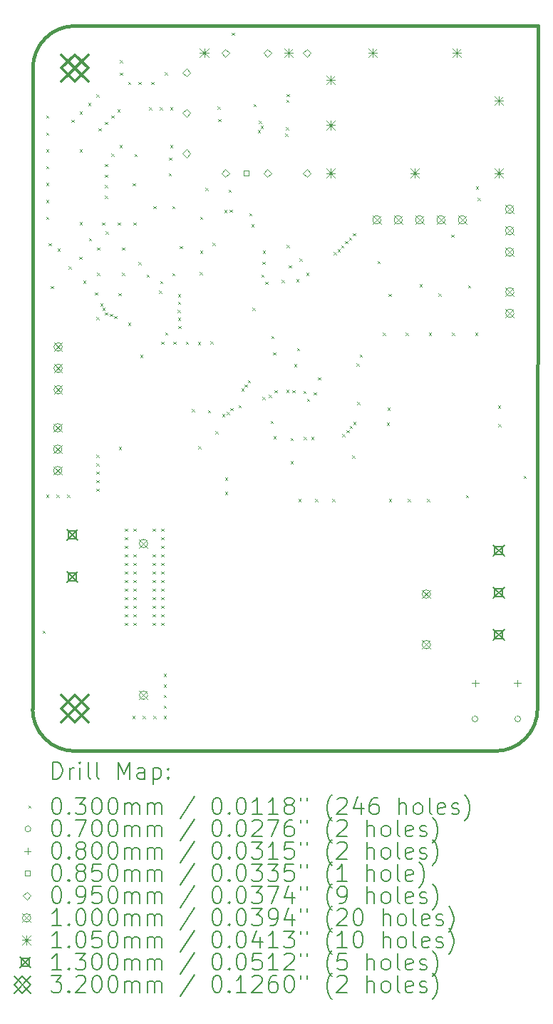
<source format=gbr>
%TF.GenerationSoftware,KiCad,Pcbnew,8.0.5*%
%TF.CreationDate,2025-11-10T20:55:45-03:00*%
%TF.ProjectId,sfp_moduloIC,7366705f-6d6f-4647-956c-6f49432e6b69,v2.0*%
%TF.SameCoordinates,Original*%
%TF.FileFunction,Drillmap*%
%TF.FilePolarity,Positive*%
%FSLAX45Y45*%
G04 Gerber Fmt 4.5, Leading zero omitted, Abs format (unit mm)*
G04 Created by KiCad (PCBNEW 8.0.5) date 2025-11-10 20:55:45*
%MOMM*%
%LPD*%
G01*
G04 APERTURE LIST*
%ADD10C,0.400000*%
%ADD11C,0.200000*%
%ADD12C,0.100000*%
%ADD13C,0.105000*%
%ADD14C,0.130000*%
%ADD15C,0.320000*%
G04 APERTURE END LIST*
D10*
X12030954Y-13696827D02*
G75*
G02*
X11530953Y-13196827I-4J499997D01*
G01*
X17030954Y-13696827D02*
X12030954Y-13696827D01*
X11535554Y-5594127D02*
X11530954Y-13196827D01*
X17530954Y-13196827D02*
X17537000Y-5094127D01*
X17530954Y-13196827D02*
G75*
G02*
X17030954Y-13696824I-500004J7D01*
G01*
X11535554Y-5594127D02*
G75*
G02*
X12035554Y-5094127I500000J0D01*
G01*
X12035554Y-5094127D02*
X17537000Y-5094127D01*
D11*
D12*
X11649954Y-12267827D02*
X11679954Y-12297827D01*
X11679954Y-12267827D02*
X11649954Y-12297827D01*
X11690954Y-6156827D02*
X11720954Y-6186827D01*
X11720954Y-6156827D02*
X11690954Y-6186827D01*
X11690954Y-6356827D02*
X11720954Y-6386827D01*
X11720954Y-6356827D02*
X11690954Y-6386827D01*
X11690954Y-6556827D02*
X11720954Y-6586827D01*
X11720954Y-6556827D02*
X11690954Y-6586827D01*
X11690954Y-6756827D02*
X11720954Y-6786827D01*
X11720954Y-6756827D02*
X11690954Y-6786827D01*
X11690954Y-6956827D02*
X11720954Y-6986827D01*
X11720954Y-6956827D02*
X11690954Y-6986827D01*
X11690954Y-7156827D02*
X11720954Y-7186827D01*
X11720954Y-7156827D02*
X11690954Y-7186827D01*
X11690954Y-7356827D02*
X11720954Y-7386827D01*
X11720954Y-7356827D02*
X11690954Y-7386827D01*
X11690954Y-10656827D02*
X11720954Y-10686827D01*
X11720954Y-10656827D02*
X11690954Y-10686827D01*
X11720000Y-7672000D02*
X11750000Y-7702000D01*
X11750000Y-7672000D02*
X11720000Y-7702000D01*
X11746000Y-8178000D02*
X11776000Y-8208000D01*
X11776000Y-8178000D02*
X11746000Y-8208000D01*
X11815954Y-10656827D02*
X11845954Y-10686827D01*
X11845954Y-10656827D02*
X11815954Y-10686827D01*
X11827554Y-7733627D02*
X11857554Y-7763627D01*
X11857554Y-7733627D02*
X11827554Y-7763627D01*
X11940954Y-10656827D02*
X11970954Y-10686827D01*
X11970954Y-10656827D02*
X11940954Y-10686827D01*
X11957554Y-7946627D02*
X11987554Y-7976627D01*
X11987554Y-7946627D02*
X11957554Y-7976627D01*
X11990954Y-6206827D02*
X12020954Y-6236827D01*
X12020954Y-6206827D02*
X11990954Y-6236827D01*
X12086554Y-7833627D02*
X12116554Y-7863627D01*
X12116554Y-7833627D02*
X12086554Y-7863627D01*
X12090954Y-6106827D02*
X12120954Y-6136827D01*
X12120954Y-6106827D02*
X12090954Y-6136827D01*
X12090954Y-6556827D02*
X12120954Y-6586827D01*
X12120954Y-6556827D02*
X12090954Y-6586827D01*
X12091960Y-7422200D02*
X12121960Y-7452200D01*
X12121960Y-7422200D02*
X12091960Y-7452200D01*
X12131000Y-8117000D02*
X12161000Y-8147000D01*
X12161000Y-8117000D02*
X12131000Y-8147000D01*
X12190954Y-6006827D02*
X12220954Y-6036827D01*
X12220954Y-6006827D02*
X12190954Y-6036827D01*
X12200000Y-7611627D02*
X12230000Y-7641627D01*
X12230000Y-7611627D02*
X12200000Y-7641627D01*
X12272710Y-8255500D02*
X12302710Y-8285500D01*
X12302710Y-8255500D02*
X12272710Y-8285500D01*
X12289090Y-8546090D02*
X12319090Y-8576090D01*
X12319090Y-8546090D02*
X12289090Y-8576090D01*
X12290954Y-5906827D02*
X12320954Y-5936827D01*
X12320954Y-5906827D02*
X12290954Y-5936827D01*
X12290954Y-10181827D02*
X12320954Y-10211827D01*
X12320954Y-10181827D02*
X12290954Y-10211827D01*
X12290954Y-10281827D02*
X12320954Y-10311827D01*
X12320954Y-10281827D02*
X12290954Y-10311827D01*
X12290954Y-10381827D02*
X12320954Y-10411827D01*
X12320954Y-10381827D02*
X12290954Y-10411827D01*
X12290954Y-10481827D02*
X12320954Y-10511827D01*
X12320954Y-10481827D02*
X12290954Y-10511827D01*
X12290954Y-10581827D02*
X12320954Y-10611827D01*
X12320954Y-10581827D02*
X12290954Y-10611827D01*
X12295654Y-7722227D02*
X12325654Y-7752227D01*
X12325654Y-7722227D02*
X12295654Y-7752227D01*
X12295954Y-8021827D02*
X12325954Y-8051827D01*
X12325954Y-8021827D02*
X12295954Y-8051827D01*
X12315954Y-6306827D02*
X12345954Y-6336827D01*
X12345954Y-6306827D02*
X12315954Y-6336827D01*
X12337464Y-8386537D02*
X12367464Y-8416537D01*
X12367464Y-8386537D02*
X12337464Y-8416537D01*
X12355554Y-7425500D02*
X12385554Y-7455500D01*
X12385554Y-7425500D02*
X12355554Y-7455500D01*
X12362795Y-8438156D02*
X12392795Y-8468156D01*
X12392795Y-8438156D02*
X12362795Y-8468156D01*
X12390954Y-6231827D02*
X12420954Y-6261827D01*
X12420954Y-6231827D02*
X12390954Y-6261827D01*
X12390954Y-6731827D02*
X12420954Y-6761827D01*
X12420954Y-6731827D02*
X12390954Y-6761827D01*
X12390954Y-6856827D02*
X12420954Y-6886827D01*
X12420954Y-6856827D02*
X12390954Y-6886827D01*
X12390954Y-6981827D02*
X12420954Y-7011827D01*
X12420954Y-6981827D02*
X12390954Y-7011827D01*
X12390954Y-7106827D02*
X12420954Y-7136827D01*
X12420954Y-7106827D02*
X12390954Y-7136827D01*
X12392554Y-8490627D02*
X12422554Y-8520627D01*
X12422554Y-8490627D02*
X12392554Y-8520627D01*
X12397554Y-7532627D02*
X12427554Y-7562627D01*
X12427554Y-7532627D02*
X12397554Y-7562627D01*
X12449000Y-8508000D02*
X12479000Y-8538000D01*
X12479000Y-8508000D02*
X12449000Y-8538000D01*
X12465954Y-6156827D02*
X12495954Y-6186827D01*
X12495954Y-6156827D02*
X12465954Y-6186827D01*
X12465954Y-6606827D02*
X12495954Y-6636827D01*
X12495954Y-6606827D02*
X12465954Y-6636827D01*
X12500728Y-8533109D02*
X12530728Y-8563109D01*
X12530728Y-8533109D02*
X12500728Y-8563109D01*
X12540954Y-6081827D02*
X12570954Y-6111827D01*
X12570954Y-6081827D02*
X12540954Y-6111827D01*
X12544554Y-7426500D02*
X12574554Y-7456500D01*
X12574554Y-7426500D02*
X12544554Y-7456500D01*
X12551204Y-8265500D02*
X12581204Y-8295500D01*
X12581204Y-8265500D02*
X12551204Y-8295500D01*
X12558000Y-10090000D02*
X12588000Y-10120000D01*
X12588000Y-10090000D02*
X12558000Y-10120000D01*
X12565954Y-6506827D02*
X12595954Y-6536827D01*
X12595954Y-6506827D02*
X12565954Y-6536827D01*
X12569000Y-5501000D02*
X12599000Y-5531000D01*
X12599000Y-5501000D02*
X12569000Y-5531000D01*
X12569000Y-5648000D02*
X12599000Y-5678000D01*
X12599000Y-5648000D02*
X12569000Y-5678000D01*
X12595954Y-7720827D02*
X12625954Y-7750827D01*
X12625954Y-7720827D02*
X12595954Y-7750827D01*
X12595954Y-8022827D02*
X12625954Y-8052827D01*
X12625954Y-8022827D02*
X12595954Y-8052827D01*
X12626904Y-11057227D02*
X12656904Y-11087227D01*
X12656904Y-11057227D02*
X12626904Y-11087227D01*
X12626904Y-11158827D02*
X12656904Y-11188827D01*
X12656904Y-11158827D02*
X12626904Y-11188827D01*
X12626904Y-11260427D02*
X12656904Y-11290427D01*
X12656904Y-11260427D02*
X12626904Y-11290427D01*
X12626904Y-11362027D02*
X12656904Y-11392027D01*
X12656904Y-11362027D02*
X12626904Y-11392027D01*
X12626904Y-11463627D02*
X12656904Y-11493627D01*
X12656904Y-11463627D02*
X12626904Y-11493627D01*
X12626904Y-11565227D02*
X12656904Y-11595227D01*
X12656904Y-11565227D02*
X12626904Y-11595227D01*
X12626904Y-11666827D02*
X12656904Y-11696827D01*
X12656904Y-11666827D02*
X12626904Y-11696827D01*
X12626904Y-11768427D02*
X12656904Y-11798427D01*
X12656904Y-11768427D02*
X12626904Y-11798427D01*
X12626904Y-11870027D02*
X12656904Y-11900027D01*
X12656904Y-11870027D02*
X12626904Y-11900027D01*
X12626904Y-11971627D02*
X12656904Y-12001627D01*
X12656904Y-11971627D02*
X12626904Y-12001627D01*
X12626904Y-12073227D02*
X12656904Y-12103227D01*
X12656904Y-12073227D02*
X12626904Y-12103227D01*
X12626904Y-12174827D02*
X12656904Y-12204827D01*
X12656904Y-12174827D02*
X12626904Y-12204827D01*
X12665954Y-5756827D02*
X12695954Y-5786827D01*
X12695954Y-5756827D02*
X12665954Y-5786827D01*
X12666000Y-8614000D02*
X12696000Y-8644000D01*
X12696000Y-8614000D02*
X12666000Y-8644000D01*
X12715954Y-13281827D02*
X12745954Y-13311827D01*
X12745954Y-13281827D02*
X12715954Y-13311827D01*
X12719554Y-6961627D02*
X12749554Y-6991627D01*
X12749554Y-6961627D02*
X12719554Y-6991627D01*
X12728504Y-11057227D02*
X12758504Y-11087227D01*
X12758504Y-11057227D02*
X12728504Y-11087227D01*
X12728504Y-11362027D02*
X12758504Y-11392027D01*
X12758504Y-11362027D02*
X12728504Y-11392027D01*
X12728504Y-11463627D02*
X12758504Y-11493627D01*
X12758504Y-11463627D02*
X12728504Y-11493627D01*
X12728504Y-11565227D02*
X12758504Y-11595227D01*
X12758504Y-11565227D02*
X12728504Y-11595227D01*
X12728504Y-11666827D02*
X12758504Y-11696827D01*
X12758504Y-11666827D02*
X12728504Y-11696827D01*
X12728504Y-11768427D02*
X12758504Y-11798427D01*
X12758504Y-11768427D02*
X12728504Y-11798427D01*
X12728504Y-11870027D02*
X12758504Y-11900027D01*
X12758504Y-11870027D02*
X12728504Y-11900027D01*
X12728504Y-11971627D02*
X12758504Y-12001627D01*
X12758504Y-11971627D02*
X12728504Y-12001627D01*
X12728504Y-12073227D02*
X12758504Y-12103227D01*
X12758504Y-12073227D02*
X12728504Y-12103227D01*
X12728504Y-12174827D02*
X12758504Y-12204827D01*
X12758504Y-12174827D02*
X12728504Y-12204827D01*
X12730554Y-7426500D02*
X12760554Y-7456500D01*
X12760554Y-7426500D02*
X12730554Y-7456500D01*
X12743000Y-6611250D02*
X12773000Y-6641250D01*
X12773000Y-6611250D02*
X12743000Y-6641250D01*
X12788000Y-7896500D02*
X12818000Y-7926500D01*
X12818000Y-7896500D02*
X12788000Y-7926500D01*
X12790954Y-5756827D02*
X12820954Y-5786827D01*
X12820954Y-5756827D02*
X12790954Y-5786827D01*
X12809000Y-8995000D02*
X12839000Y-9025000D01*
X12839000Y-8995000D02*
X12809000Y-9025000D01*
X12840954Y-13281827D02*
X12870954Y-13311827D01*
X12870954Y-13281827D02*
X12840954Y-13311827D01*
X12884500Y-8045000D02*
X12914500Y-8075000D01*
X12914500Y-8045000D02*
X12884500Y-8075000D01*
X12915954Y-6056827D02*
X12945954Y-6086827D01*
X12945954Y-6056827D02*
X12915954Y-6086827D01*
X12940954Y-5756827D02*
X12970954Y-5786827D01*
X12970954Y-5756827D02*
X12940954Y-5786827D01*
X12957104Y-11057227D02*
X12987104Y-11087227D01*
X12987104Y-11057227D02*
X12957104Y-11087227D01*
X12957104Y-11362027D02*
X12987104Y-11392027D01*
X12987104Y-11362027D02*
X12957104Y-11392027D01*
X12957104Y-11463627D02*
X12987104Y-11493627D01*
X12987104Y-11463627D02*
X12957104Y-11493627D01*
X12957104Y-11565227D02*
X12987104Y-11595227D01*
X12987104Y-11565227D02*
X12957104Y-11595227D01*
X12957104Y-11666827D02*
X12987104Y-11696827D01*
X12987104Y-11666827D02*
X12957104Y-11696827D01*
X12957104Y-11768427D02*
X12987104Y-11798427D01*
X12987104Y-11768427D02*
X12957104Y-11798427D01*
X12957104Y-11870027D02*
X12987104Y-11900027D01*
X12987104Y-11870027D02*
X12957104Y-11900027D01*
X12957104Y-11971627D02*
X12987104Y-12001627D01*
X12987104Y-11971627D02*
X12957104Y-12001627D01*
X12957104Y-12073227D02*
X12987104Y-12103227D01*
X12987104Y-12073227D02*
X12957104Y-12103227D01*
X12957104Y-12174827D02*
X12987104Y-12204827D01*
X12987104Y-12174827D02*
X12957104Y-12204827D01*
X12965954Y-7231827D02*
X12995954Y-7261827D01*
X12995954Y-7231827D02*
X12965954Y-7261827D01*
X12965954Y-13281827D02*
X12995954Y-13311827D01*
X12995954Y-13281827D02*
X12965954Y-13311827D01*
X13035554Y-8234627D02*
X13065554Y-8264627D01*
X13065554Y-8234627D02*
X13035554Y-8264627D01*
X13040954Y-6056827D02*
X13070954Y-6086827D01*
X13070954Y-6056827D02*
X13040954Y-6086827D01*
X13046090Y-8119090D02*
X13076090Y-8149090D01*
X13076090Y-8119090D02*
X13046090Y-8149090D01*
X13058704Y-11057227D02*
X13088704Y-11087227D01*
X13088704Y-11057227D02*
X13058704Y-11087227D01*
X13058704Y-11158827D02*
X13088704Y-11188827D01*
X13088704Y-11158827D02*
X13058704Y-11188827D01*
X13058704Y-11260427D02*
X13088704Y-11290427D01*
X13088704Y-11260427D02*
X13058704Y-11290427D01*
X13058704Y-11362027D02*
X13088704Y-11392027D01*
X13088704Y-11362027D02*
X13058704Y-11392027D01*
X13058704Y-11463627D02*
X13088704Y-11493627D01*
X13088704Y-11463627D02*
X13058704Y-11493627D01*
X13058704Y-11565227D02*
X13088704Y-11595227D01*
X13088704Y-11565227D02*
X13058704Y-11595227D01*
X13058704Y-11666827D02*
X13088704Y-11696827D01*
X13088704Y-11666827D02*
X13058704Y-11696827D01*
X13058704Y-11768427D02*
X13088704Y-11798427D01*
X13088704Y-11768427D02*
X13058704Y-11798427D01*
X13058704Y-11870027D02*
X13088704Y-11900027D01*
X13088704Y-11870027D02*
X13058704Y-11900027D01*
X13058704Y-11971627D02*
X13088704Y-12001627D01*
X13088704Y-11971627D02*
X13058704Y-12001627D01*
X13058704Y-12073227D02*
X13088704Y-12103227D01*
X13088704Y-12073227D02*
X13058704Y-12103227D01*
X13058704Y-12174827D02*
X13088704Y-12204827D01*
X13088704Y-12174827D02*
X13058704Y-12204827D01*
X13060000Y-8838750D02*
X13090000Y-8868750D01*
X13090000Y-8838750D02*
X13060000Y-8868750D01*
X13090954Y-12781827D02*
X13120954Y-12811827D01*
X13120954Y-12781827D02*
X13090954Y-12811827D01*
X13090954Y-12906827D02*
X13120954Y-12936827D01*
X13120954Y-12906827D02*
X13090954Y-12936827D01*
X13090954Y-13031827D02*
X13120954Y-13061827D01*
X13120954Y-13031827D02*
X13090954Y-13061827D01*
X13090954Y-13156827D02*
X13120954Y-13186827D01*
X13120954Y-13156827D02*
X13090954Y-13186827D01*
X13090954Y-13281827D02*
X13120954Y-13311827D01*
X13120954Y-13281827D02*
X13090954Y-13311827D01*
X13101000Y-5641000D02*
X13131000Y-5671000D01*
X13131000Y-5641000D02*
X13101000Y-5671000D01*
X13107954Y-8729827D02*
X13137954Y-8759827D01*
X13137954Y-8729827D02*
X13107954Y-8759827D01*
X13150000Y-6841000D02*
X13180000Y-6871000D01*
X13180000Y-6841000D02*
X13150000Y-6871000D01*
X13151000Y-6653250D02*
X13181000Y-6683250D01*
X13181000Y-6653250D02*
X13151000Y-6683250D01*
X13165954Y-6056827D02*
X13195954Y-6086827D01*
X13195954Y-6056827D02*
X13165954Y-6086827D01*
X13165954Y-6506827D02*
X13195954Y-6536827D01*
X13195954Y-6506827D02*
X13165954Y-6536827D01*
X13189240Y-8026720D02*
X13219240Y-8056720D01*
X13219240Y-8026720D02*
X13189240Y-8056720D01*
X13190954Y-7231827D02*
X13220954Y-7261827D01*
X13220954Y-7231827D02*
X13190954Y-7261827D01*
X13206000Y-8837750D02*
X13236000Y-8867750D01*
X13236000Y-8837750D02*
X13206000Y-8867750D01*
X13256090Y-8463090D02*
X13286090Y-8493090D01*
X13286090Y-8463090D02*
X13256090Y-8493090D01*
X13259090Y-8364090D02*
X13289090Y-8394090D01*
X13289090Y-8364090D02*
X13259090Y-8394090D01*
X13259554Y-8275000D02*
X13289554Y-8305000D01*
X13289554Y-8275000D02*
X13259554Y-8305000D01*
X13259554Y-8558000D02*
X13289554Y-8588000D01*
X13289554Y-8558000D02*
X13259554Y-8588000D01*
X13262554Y-8654000D02*
X13292554Y-8684000D01*
X13292554Y-8654000D02*
X13262554Y-8684000D01*
X13278554Y-7705627D02*
X13308554Y-7735627D01*
X13308554Y-7705627D02*
X13278554Y-7735627D01*
X13352000Y-8840750D02*
X13382000Y-8870750D01*
X13382000Y-8840750D02*
X13352000Y-8870750D01*
X13423000Y-9638000D02*
X13453000Y-9668000D01*
X13453000Y-9638000D02*
X13423000Y-9668000D01*
X13497000Y-8842627D02*
X13527000Y-8872627D01*
X13527000Y-8842627D02*
X13497000Y-8872627D01*
X13499120Y-10079040D02*
X13529120Y-10109040D01*
X13529120Y-10079040D02*
X13499120Y-10109040D01*
X13519000Y-8015000D02*
X13549000Y-8045000D01*
X13549000Y-8015000D02*
X13519000Y-8045000D01*
X13520000Y-7357000D02*
X13550000Y-7387000D01*
X13550000Y-7357000D02*
X13520000Y-7387000D01*
X13521000Y-7758000D02*
X13551000Y-7788000D01*
X13551000Y-7758000D02*
X13521000Y-7788000D01*
X13585480Y-7015800D02*
X13615480Y-7045800D01*
X13615480Y-7015800D02*
X13585480Y-7045800D01*
X13614000Y-9651000D02*
X13644000Y-9681000D01*
X13644000Y-9651000D02*
X13614000Y-9681000D01*
X13644000Y-8833627D02*
X13674000Y-8863627D01*
X13674000Y-8833627D02*
X13644000Y-8863627D01*
X13668554Y-7667000D02*
X13698554Y-7697000D01*
X13698554Y-7667000D02*
X13668554Y-7697000D01*
X13705554Y-9901627D02*
X13735554Y-9931627D01*
X13735554Y-9901627D02*
X13705554Y-9931627D01*
X13731000Y-6049000D02*
X13761000Y-6079000D01*
X13761000Y-6049000D02*
X13731000Y-6079000D01*
X13736000Y-6197000D02*
X13766000Y-6227000D01*
X13766000Y-6197000D02*
X13736000Y-6227000D01*
X13785554Y-9699627D02*
X13815554Y-9729627D01*
X13815554Y-9699627D02*
X13785554Y-9729627D01*
X13807463Y-7276536D02*
X13837463Y-7306536D01*
X13837463Y-7276536D02*
X13807463Y-7306536D01*
X13816579Y-10452827D02*
X13846579Y-10482827D01*
X13846579Y-10452827D02*
X13816579Y-10482827D01*
X13816954Y-10619827D02*
X13846954Y-10649827D01*
X13846954Y-10619827D02*
X13816954Y-10649827D01*
X13840714Y-9673466D02*
X13870714Y-9703466D01*
X13870714Y-9673466D02*
X13840714Y-9703466D01*
X13859554Y-7034627D02*
X13889554Y-7064627D01*
X13889554Y-7034627D02*
X13859554Y-7064627D01*
X13874981Y-7271627D02*
X13904981Y-7301627D01*
X13904981Y-7271627D02*
X13874981Y-7301627D01*
X13880090Y-9627090D02*
X13910090Y-9657090D01*
X13910090Y-9627090D02*
X13880090Y-9657090D01*
X13896554Y-5174627D02*
X13926554Y-5204627D01*
X13926554Y-5174627D02*
X13896554Y-5204627D01*
X13980214Y-9593287D02*
X14010214Y-9623287D01*
X14010214Y-9593287D02*
X13980214Y-9623287D01*
X14010554Y-9393500D02*
X14040554Y-9423500D01*
X14040554Y-9393500D02*
X14010554Y-9423500D01*
X14051554Y-9346000D02*
X14081554Y-9376000D01*
X14081554Y-9346000D02*
X14051554Y-9376000D01*
X14087554Y-9298500D02*
X14117554Y-9328500D01*
X14117554Y-9298500D02*
X14087554Y-9328500D01*
X14105954Y-7316827D02*
X14135954Y-7346827D01*
X14135954Y-7316827D02*
X14105954Y-7346827D01*
X14132000Y-7448000D02*
X14162000Y-7478000D01*
X14162000Y-7448000D02*
X14132000Y-7478000D01*
X14144280Y-8438200D02*
X14174280Y-8468200D01*
X14174280Y-8438200D02*
X14144280Y-8468200D01*
X14154440Y-6020120D02*
X14184440Y-6050120D01*
X14184440Y-6020120D02*
X14154440Y-6050120D01*
X14208500Y-6327000D02*
X14238500Y-6357000D01*
X14238500Y-6327000D02*
X14208500Y-6357000D01*
X14218463Y-6218536D02*
X14248463Y-6248536D01*
X14248463Y-6218536D02*
X14218463Y-6248536D01*
X14239554Y-6278627D02*
X14269554Y-6308627D01*
X14269554Y-6278627D02*
X14239554Y-6308627D01*
X14250960Y-8041960D02*
X14280960Y-8071960D01*
X14280960Y-8041960D02*
X14250960Y-8071960D01*
X14262000Y-7892000D02*
X14292000Y-7922000D01*
X14292000Y-7892000D02*
X14262000Y-7922000D01*
X14264000Y-9494000D02*
X14294000Y-9524000D01*
X14294000Y-9494000D02*
X14264000Y-9524000D01*
X14267000Y-7759000D02*
X14297000Y-7789000D01*
X14297000Y-7759000D02*
X14267000Y-7789000D01*
X14296680Y-8128320D02*
X14326680Y-8158320D01*
X14326680Y-8128320D02*
X14296680Y-8158320D01*
X14340000Y-9471000D02*
X14370000Y-9501000D01*
X14370000Y-9471000D02*
X14340000Y-9501000D01*
X14357640Y-9779320D02*
X14387640Y-9809320D01*
X14387640Y-9779320D02*
X14357640Y-9809320D01*
X14367800Y-8773480D02*
X14397800Y-8803480D01*
X14397800Y-8773480D02*
X14367800Y-8803480D01*
X14388120Y-8966520D02*
X14418120Y-8996520D01*
X14418120Y-8966520D02*
X14388120Y-8996520D01*
X14393200Y-9961627D02*
X14423200Y-9991627D01*
X14423200Y-9961627D02*
X14393200Y-9991627D01*
X14404090Y-9416090D02*
X14434090Y-9446090D01*
X14434090Y-9416090D02*
X14404090Y-9446090D01*
X14491000Y-8106000D02*
X14521000Y-8136000D01*
X14521000Y-8106000D02*
X14491000Y-8136000D01*
X14531000Y-6372000D02*
X14561000Y-6402000D01*
X14561000Y-6372000D02*
X14531000Y-6402000D01*
X14540000Y-6293000D02*
X14570000Y-6323000D01*
X14570000Y-6293000D02*
X14540000Y-6323000D01*
X14546000Y-9409000D02*
X14576000Y-9439000D01*
X14576000Y-9409000D02*
X14546000Y-9439000D01*
X14547554Y-5968000D02*
X14577554Y-5998000D01*
X14577554Y-5968000D02*
X14547554Y-5998000D01*
X14549175Y-5900000D02*
X14579175Y-5930000D01*
X14579175Y-5900000D02*
X14549175Y-5930000D01*
X14550680Y-7691440D02*
X14580680Y-7721440D01*
X14580680Y-7691440D02*
X14550680Y-7721440D01*
X14575554Y-7931627D02*
X14605554Y-7961627D01*
X14605554Y-7931627D02*
X14575554Y-7961627D01*
X14595554Y-9981627D02*
X14625554Y-10011627D01*
X14625554Y-9981627D02*
X14595554Y-10011627D01*
X14598000Y-10256627D02*
X14628000Y-10286627D01*
X14628000Y-10256627D02*
X14598000Y-10286627D01*
X14615554Y-9414627D02*
X14645554Y-9444627D01*
X14645554Y-9414627D02*
X14615554Y-9444627D01*
X14637770Y-9104410D02*
X14667770Y-9134410D01*
X14667770Y-9104410D02*
X14637770Y-9134410D01*
X14664000Y-8097000D02*
X14694000Y-8127000D01*
X14694000Y-8097000D02*
X14664000Y-8127000D01*
X14672600Y-8915720D02*
X14702600Y-8945720D01*
X14702600Y-8915720D02*
X14672600Y-8945720D01*
X14690954Y-10706827D02*
X14720954Y-10736827D01*
X14720954Y-10706827D02*
X14690954Y-10736827D01*
X14703554Y-7854627D02*
X14733554Y-7884627D01*
X14733554Y-7854627D02*
X14703554Y-7884627D01*
X14748000Y-9422627D02*
X14778000Y-9452627D01*
X14778000Y-9422627D02*
X14748000Y-9452627D01*
X14751500Y-9968500D02*
X14781500Y-9998500D01*
X14781500Y-9968500D02*
X14751500Y-9998500D01*
X14784360Y-8021640D02*
X14814360Y-8051640D01*
X14814360Y-8021640D02*
X14784360Y-8051640D01*
X14793213Y-9517287D02*
X14823213Y-9547287D01*
X14823213Y-9517287D02*
X14793213Y-9547287D01*
X14843000Y-9969627D02*
X14873000Y-9999627D01*
X14873000Y-9969627D02*
X14843000Y-9999627D01*
X14870000Y-9441000D02*
X14900000Y-9471000D01*
X14900000Y-9441000D02*
X14870000Y-9471000D01*
X14890954Y-10706827D02*
X14920954Y-10736827D01*
X14920954Y-10706827D02*
X14890954Y-10736827D01*
X14921554Y-9261000D02*
X14951554Y-9291000D01*
X14951554Y-9261000D02*
X14921554Y-9291000D01*
X15090954Y-10706827D02*
X15120954Y-10736827D01*
X15120954Y-10706827D02*
X15090954Y-10736827D01*
X15109000Y-7777000D02*
X15139000Y-7807000D01*
X15139000Y-7777000D02*
X15109000Y-7807000D01*
X15156590Y-7741590D02*
X15186590Y-7771590D01*
X15186590Y-7741590D02*
X15156590Y-7771590D01*
X15198590Y-7694590D02*
X15228590Y-7724590D01*
X15228590Y-7694590D02*
X15198590Y-7724590D01*
X15210000Y-9936627D02*
X15240000Y-9966627D01*
X15240000Y-9936627D02*
X15210000Y-9966627D01*
X15246090Y-7645090D02*
X15276090Y-7675090D01*
X15276090Y-7645090D02*
X15246090Y-7675090D01*
X15261554Y-9888500D02*
X15291554Y-9918500D01*
X15291554Y-9888500D02*
X15261554Y-9918500D01*
X15291090Y-7602090D02*
X15321090Y-7632090D01*
X15321090Y-7602090D02*
X15291090Y-7632090D01*
X15298590Y-9839590D02*
X15328590Y-9869590D01*
X15328590Y-9839590D02*
X15298590Y-9869590D01*
X15327554Y-10191000D02*
X15357554Y-10221000D01*
X15357554Y-10191000D02*
X15327554Y-10221000D01*
X15338090Y-7552090D02*
X15368090Y-7582090D01*
X15368090Y-7552090D02*
X15338090Y-7582090D01*
X15340590Y-9792590D02*
X15370590Y-9822590D01*
X15370590Y-9792590D02*
X15340590Y-9822590D01*
X15377500Y-9098000D02*
X15407500Y-9128000D01*
X15407500Y-9098000D02*
X15377500Y-9128000D01*
X15390000Y-9555800D02*
X15420000Y-9585800D01*
X15420000Y-9555800D02*
X15390000Y-9585800D01*
X15417500Y-8991000D02*
X15447500Y-9021000D01*
X15447500Y-8991000D02*
X15417500Y-9021000D01*
X15627640Y-7884480D02*
X15657640Y-7914480D01*
X15657640Y-7884480D02*
X15627640Y-7914480D01*
X15690954Y-8731827D02*
X15720954Y-8761827D01*
X15720954Y-8731827D02*
X15690954Y-8761827D01*
X15740000Y-9800000D02*
X15770000Y-9830000D01*
X15770000Y-9800000D02*
X15740000Y-9830000D01*
X15749590Y-9624590D02*
X15779590Y-9654590D01*
X15779590Y-9624590D02*
X15749590Y-9654590D01*
X15758590Y-8270590D02*
X15788590Y-8300590D01*
X15788590Y-8270590D02*
X15758590Y-8300590D01*
X15765954Y-10706827D02*
X15795954Y-10736827D01*
X15795954Y-10706827D02*
X15765954Y-10736827D01*
X15965954Y-8731827D02*
X15995954Y-8761827D01*
X15995954Y-8731827D02*
X15965954Y-8761827D01*
X15990954Y-10706827D02*
X16020954Y-10736827D01*
X16020954Y-10706827D02*
X15990954Y-10736827D01*
X16130560Y-8158800D02*
X16160560Y-8188800D01*
X16160560Y-8158800D02*
X16130560Y-8188800D01*
X16215954Y-10706827D02*
X16245954Y-10736827D01*
X16245954Y-10706827D02*
X16215954Y-10736827D01*
X16240954Y-8731827D02*
X16270954Y-8761827D01*
X16270954Y-8731827D02*
X16240954Y-8761827D01*
X16353590Y-8268590D02*
X16383590Y-8298590D01*
X16383590Y-8268590D02*
X16353590Y-8298590D01*
X16504000Y-7569000D02*
X16534000Y-7599000D01*
X16534000Y-7569000D02*
X16504000Y-7599000D01*
X16515954Y-8731827D02*
X16545954Y-8761827D01*
X16545954Y-8731827D02*
X16515954Y-8761827D01*
X16680554Y-10659127D02*
X16710554Y-10689127D01*
X16710554Y-10659127D02*
X16680554Y-10689127D01*
X16704600Y-8168960D02*
X16734600Y-8198960D01*
X16734600Y-8168960D02*
X16704600Y-8198960D01*
X16790954Y-8731827D02*
X16820954Y-8761827D01*
X16820954Y-8731827D02*
X16790954Y-8761827D01*
X16798000Y-6996500D02*
X16828000Y-7026500D01*
X16828000Y-6996500D02*
X16798000Y-7026500D01*
X16817590Y-7134590D02*
X16847590Y-7164590D01*
X16847590Y-7134590D02*
X16817590Y-7164590D01*
X17060964Y-9595037D02*
X17090964Y-9625037D01*
X17090964Y-9595037D02*
X17060964Y-9625037D01*
X17064000Y-9817627D02*
X17094000Y-9847627D01*
X17094000Y-9817627D02*
X17064000Y-9847627D01*
X17365954Y-10431827D02*
X17395954Y-10461827D01*
X17395954Y-10431827D02*
X17365954Y-10461827D01*
X16821954Y-13315827D02*
G75*
G02*
X16751954Y-13315827I-35000J0D01*
G01*
X16751954Y-13315827D02*
G75*
G02*
X16821954Y-13315827I35000J0D01*
G01*
X17329954Y-13315827D02*
G75*
G02*
X17259954Y-13315827I-35000J0D01*
G01*
X17259954Y-13315827D02*
G75*
G02*
X17329954Y-13315827I35000J0D01*
G01*
X16790954Y-12850827D02*
X16790954Y-12930827D01*
X16750954Y-12890827D02*
X16830954Y-12890827D01*
X17290954Y-12850827D02*
X17290954Y-12930827D01*
X17250954Y-12890827D02*
X17330954Y-12890827D01*
X14101552Y-6869552D02*
X14101552Y-6809448D01*
X14041448Y-6809448D01*
X14041448Y-6869552D01*
X14101552Y-6869552D01*
X13361500Y-5694500D02*
X13409000Y-5647000D01*
X13361500Y-5599500D01*
X13314000Y-5647000D01*
X13361500Y-5694500D01*
X13361500Y-6174500D02*
X13409000Y-6127000D01*
X13361500Y-6079500D01*
X13314000Y-6127000D01*
X13361500Y-6174500D01*
X13361500Y-6654500D02*
X13409000Y-6607000D01*
X13361500Y-6559500D01*
X13314000Y-6607000D01*
X13361500Y-6654500D01*
X13821500Y-5462000D02*
X13869000Y-5414500D01*
X13821500Y-5367000D01*
X13774000Y-5414500D01*
X13821500Y-5462000D01*
X13821500Y-6887000D02*
X13869000Y-6839500D01*
X13821500Y-6792000D01*
X13774000Y-6839500D01*
X13821500Y-6887000D01*
X14321500Y-5462000D02*
X14369000Y-5414500D01*
X14321500Y-5367000D01*
X14274000Y-5414500D01*
X14321500Y-5462000D01*
X14321500Y-6887000D02*
X14369000Y-6839500D01*
X14321500Y-6792000D01*
X14274000Y-6839500D01*
X14321500Y-6887000D01*
X14791500Y-5462000D02*
X14839000Y-5414500D01*
X14791500Y-5367000D01*
X14744000Y-5414500D01*
X14791500Y-5462000D01*
X14791500Y-6887000D02*
X14839000Y-6839500D01*
X14791500Y-6792000D01*
X14744000Y-6839500D01*
X14791500Y-6887000D01*
X11780554Y-9811627D02*
X11880554Y-9911627D01*
X11880554Y-9811627D02*
X11780554Y-9911627D01*
X11880554Y-9861627D02*
G75*
G02*
X11780554Y-9861627I-50000J0D01*
G01*
X11780554Y-9861627D02*
G75*
G02*
X11880554Y-9861627I50000J0D01*
G01*
X11780554Y-10065627D02*
X11880554Y-10165627D01*
X11880554Y-10065627D02*
X11780554Y-10165627D01*
X11880554Y-10115627D02*
G75*
G02*
X11780554Y-10115627I-50000J0D01*
G01*
X11780554Y-10115627D02*
G75*
G02*
X11880554Y-10115627I50000J0D01*
G01*
X11780554Y-10319627D02*
X11880554Y-10419627D01*
X11880554Y-10319627D02*
X11780554Y-10419627D01*
X11880554Y-10369627D02*
G75*
G02*
X11780554Y-10369627I-50000J0D01*
G01*
X11780554Y-10369627D02*
G75*
G02*
X11880554Y-10369627I50000J0D01*
G01*
X11785000Y-8852627D02*
X11885000Y-8952627D01*
X11885000Y-8852627D02*
X11785000Y-8952627D01*
X11885000Y-8902627D02*
G75*
G02*
X11785000Y-8902627I-50000J0D01*
G01*
X11785000Y-8902627D02*
G75*
G02*
X11885000Y-8902627I50000J0D01*
G01*
X11785000Y-9106627D02*
X11885000Y-9206627D01*
X11885000Y-9106627D02*
X11785000Y-9206627D01*
X11885000Y-9156627D02*
G75*
G02*
X11785000Y-9156627I-50000J0D01*
G01*
X11785000Y-9156627D02*
G75*
G02*
X11885000Y-9156627I50000J0D01*
G01*
X11785000Y-9360627D02*
X11885000Y-9460627D01*
X11885000Y-9360627D02*
X11785000Y-9460627D01*
X11885000Y-9410627D02*
G75*
G02*
X11785000Y-9410627I-50000J0D01*
G01*
X11785000Y-9410627D02*
G75*
G02*
X11885000Y-9410627I50000J0D01*
G01*
X12799704Y-11184577D02*
X12899704Y-11284577D01*
X12899704Y-11184577D02*
X12799704Y-11284577D01*
X12899704Y-11234577D02*
G75*
G02*
X12799704Y-11234577I-50000J0D01*
G01*
X12799704Y-11234577D02*
G75*
G02*
X12899704Y-11234577I50000J0D01*
G01*
X12799704Y-12984577D02*
X12899704Y-13084577D01*
X12899704Y-12984577D02*
X12799704Y-13084577D01*
X12899704Y-13034577D02*
G75*
G02*
X12799704Y-13034577I-50000J0D01*
G01*
X12799704Y-13034577D02*
G75*
G02*
X12899704Y-13034577I50000J0D01*
G01*
X15571000Y-7344000D02*
X15671000Y-7444000D01*
X15671000Y-7344000D02*
X15571000Y-7444000D01*
X15671000Y-7394000D02*
G75*
G02*
X15571000Y-7394000I-50000J0D01*
G01*
X15571000Y-7394000D02*
G75*
G02*
X15671000Y-7394000I50000J0D01*
G01*
X15825000Y-7344000D02*
X15925000Y-7444000D01*
X15925000Y-7344000D02*
X15825000Y-7444000D01*
X15925000Y-7394000D02*
G75*
G02*
X15825000Y-7394000I-50000J0D01*
G01*
X15825000Y-7394000D02*
G75*
G02*
X15925000Y-7394000I50000J0D01*
G01*
X16079000Y-7344000D02*
X16179000Y-7444000D01*
X16179000Y-7344000D02*
X16079000Y-7444000D01*
X16179000Y-7394000D02*
G75*
G02*
X16079000Y-7394000I-50000J0D01*
G01*
X16079000Y-7394000D02*
G75*
G02*
X16179000Y-7394000I50000J0D01*
G01*
X16159704Y-11784577D02*
X16259704Y-11884577D01*
X16259704Y-11784577D02*
X16159704Y-11884577D01*
X16259704Y-11834577D02*
G75*
G02*
X16159704Y-11834577I-50000J0D01*
G01*
X16159704Y-11834577D02*
G75*
G02*
X16259704Y-11834577I50000J0D01*
G01*
X16159704Y-12384577D02*
X16259704Y-12484577D01*
X16259704Y-12384577D02*
X16159704Y-12484577D01*
X16259704Y-12434577D02*
G75*
G02*
X16159704Y-12434577I-50000J0D01*
G01*
X16159704Y-12434577D02*
G75*
G02*
X16259704Y-12434577I50000J0D01*
G01*
X16333000Y-7344000D02*
X16433000Y-7444000D01*
X16433000Y-7344000D02*
X16333000Y-7444000D01*
X16433000Y-7394000D02*
G75*
G02*
X16333000Y-7394000I-50000J0D01*
G01*
X16333000Y-7394000D02*
G75*
G02*
X16433000Y-7394000I50000J0D01*
G01*
X16587000Y-7344000D02*
X16687000Y-7444000D01*
X16687000Y-7344000D02*
X16587000Y-7444000D01*
X16687000Y-7394000D02*
G75*
G02*
X16587000Y-7394000I-50000J0D01*
G01*
X16587000Y-7394000D02*
G75*
G02*
X16687000Y-7394000I50000J0D01*
G01*
X17149000Y-7219500D02*
X17249000Y-7319500D01*
X17249000Y-7219500D02*
X17149000Y-7319500D01*
X17249000Y-7269500D02*
G75*
G02*
X17149000Y-7269500I-50000J0D01*
G01*
X17149000Y-7269500D02*
G75*
G02*
X17249000Y-7269500I50000J0D01*
G01*
X17149000Y-7473500D02*
X17249000Y-7573500D01*
X17249000Y-7473500D02*
X17149000Y-7573500D01*
X17249000Y-7523500D02*
G75*
G02*
X17149000Y-7523500I-50000J0D01*
G01*
X17149000Y-7523500D02*
G75*
G02*
X17249000Y-7523500I50000J0D01*
G01*
X17149000Y-7727500D02*
X17249000Y-7827500D01*
X17249000Y-7727500D02*
X17149000Y-7827500D01*
X17249000Y-7777500D02*
G75*
G02*
X17149000Y-7777500I-50000J0D01*
G01*
X17149000Y-7777500D02*
G75*
G02*
X17249000Y-7777500I50000J0D01*
G01*
X17151000Y-8199500D02*
X17251000Y-8299500D01*
X17251000Y-8199500D02*
X17151000Y-8299500D01*
X17251000Y-8249500D02*
G75*
G02*
X17151000Y-8249500I-50000J0D01*
G01*
X17151000Y-8249500D02*
G75*
G02*
X17251000Y-8249500I50000J0D01*
G01*
X17151000Y-8453500D02*
X17251000Y-8553500D01*
X17251000Y-8453500D02*
X17151000Y-8553500D01*
X17251000Y-8503500D02*
G75*
G02*
X17151000Y-8503500I-50000J0D01*
G01*
X17151000Y-8503500D02*
G75*
G02*
X17251000Y-8503500I50000J0D01*
G01*
D13*
X13519000Y-5362000D02*
X13624000Y-5467000D01*
X13624000Y-5362000D02*
X13519000Y-5467000D01*
X13571500Y-5362000D02*
X13571500Y-5467000D01*
X13519000Y-5414500D02*
X13624000Y-5414500D01*
X14519000Y-5362000D02*
X14624000Y-5467000D01*
X14624000Y-5362000D02*
X14519000Y-5467000D01*
X14571500Y-5362000D02*
X14571500Y-5467000D01*
X14519000Y-5414500D02*
X14624000Y-5414500D01*
X15019000Y-5679500D02*
X15124000Y-5784500D01*
X15124000Y-5679500D02*
X15019000Y-5784500D01*
X15071500Y-5679500D02*
X15071500Y-5784500D01*
X15019000Y-5732000D02*
X15124000Y-5732000D01*
X15019000Y-6219500D02*
X15124000Y-6324500D01*
X15124000Y-6219500D02*
X15019000Y-6324500D01*
X15071500Y-6219500D02*
X15071500Y-6324500D01*
X15019000Y-6272000D02*
X15124000Y-6272000D01*
X15019000Y-6787000D02*
X15124000Y-6892000D01*
X15124000Y-6787000D02*
X15019000Y-6892000D01*
X15071500Y-6787000D02*
X15071500Y-6892000D01*
X15019000Y-6839500D02*
X15124000Y-6839500D01*
X15519000Y-5362000D02*
X15624000Y-5467000D01*
X15624000Y-5362000D02*
X15519000Y-5467000D01*
X15571500Y-5362000D02*
X15571500Y-5467000D01*
X15519000Y-5414500D02*
X15624000Y-5414500D01*
X16019000Y-6787000D02*
X16124000Y-6892000D01*
X16124000Y-6787000D02*
X16019000Y-6892000D01*
X16071500Y-6787000D02*
X16071500Y-6892000D01*
X16019000Y-6839500D02*
X16124000Y-6839500D01*
X16519000Y-5362000D02*
X16624000Y-5467000D01*
X16624000Y-5362000D02*
X16519000Y-5467000D01*
X16571500Y-5362000D02*
X16571500Y-5467000D01*
X16519000Y-5414500D02*
X16624000Y-5414500D01*
X17019000Y-5929500D02*
X17124000Y-6034500D01*
X17124000Y-5929500D02*
X17019000Y-6034500D01*
X17071500Y-5929500D02*
X17071500Y-6034500D01*
X17019000Y-5982000D02*
X17124000Y-5982000D01*
X17019000Y-6787000D02*
X17124000Y-6892000D01*
X17124000Y-6787000D02*
X17019000Y-6892000D01*
X17071500Y-6787000D02*
X17071500Y-6892000D01*
X17019000Y-6839500D02*
X17124000Y-6839500D01*
D14*
X11936954Y-11067827D02*
X12066954Y-11197827D01*
X12066954Y-11067827D02*
X11936954Y-11197827D01*
X12047916Y-11178789D02*
X12047916Y-11086864D01*
X11955991Y-11086864D01*
X11955991Y-11178789D01*
X12047916Y-11178789D01*
X11936954Y-11567827D02*
X12066954Y-11697827D01*
X12066954Y-11567827D02*
X11936954Y-11697827D01*
X12047916Y-11678789D02*
X12047916Y-11586864D01*
X11955991Y-11586864D01*
X11955991Y-11678789D01*
X12047916Y-11678789D01*
X17005054Y-11251160D02*
X17135054Y-11381160D01*
X17135054Y-11251160D02*
X17005054Y-11381160D01*
X17116016Y-11362122D02*
X17116016Y-11270198D01*
X17024091Y-11270198D01*
X17024091Y-11362122D01*
X17116016Y-11362122D01*
X17005054Y-11751160D02*
X17135054Y-11881160D01*
X17135054Y-11751160D02*
X17005054Y-11881160D01*
X17116016Y-11862122D02*
X17116016Y-11770198D01*
X17024091Y-11770198D01*
X17024091Y-11862122D01*
X17116016Y-11862122D01*
X17005054Y-12251160D02*
X17135054Y-12381160D01*
X17135054Y-12251160D02*
X17005054Y-12381160D01*
X17116016Y-12362122D02*
X17116016Y-12270198D01*
X17024091Y-12270198D01*
X17024091Y-12362122D01*
X17116016Y-12362122D01*
D15*
X11870953Y-13036823D02*
X12190953Y-13356823D01*
X12190953Y-13036823D02*
X11870953Y-13356823D01*
X12030953Y-13356823D02*
X12190953Y-13196823D01*
X12030953Y-13036823D01*
X11870953Y-13196823D01*
X12030953Y-13356823D01*
X11875554Y-5434127D02*
X12195554Y-5754127D01*
X12195554Y-5434127D02*
X11875554Y-5754127D01*
X12035554Y-5754127D02*
X12195554Y-5594127D01*
X12035554Y-5434127D01*
X11875554Y-5594127D01*
X12035554Y-5754127D01*
D11*
X11771730Y-14028310D02*
X11771730Y-13828310D01*
X11771730Y-13828310D02*
X11819349Y-13828310D01*
X11819349Y-13828310D02*
X11847921Y-13837834D01*
X11847921Y-13837834D02*
X11866968Y-13856882D01*
X11866968Y-13856882D02*
X11876492Y-13875929D01*
X11876492Y-13875929D02*
X11886016Y-13914025D01*
X11886016Y-13914025D02*
X11886016Y-13942596D01*
X11886016Y-13942596D02*
X11876492Y-13980691D01*
X11876492Y-13980691D02*
X11866968Y-13999739D01*
X11866968Y-13999739D02*
X11847921Y-14018787D01*
X11847921Y-14018787D02*
X11819349Y-14028310D01*
X11819349Y-14028310D02*
X11771730Y-14028310D01*
X11971730Y-14028310D02*
X11971730Y-13894977D01*
X11971730Y-13933072D02*
X11981254Y-13914025D01*
X11981254Y-13914025D02*
X11990778Y-13904501D01*
X11990778Y-13904501D02*
X12009825Y-13894977D01*
X12009825Y-13894977D02*
X12028873Y-13894977D01*
X12095540Y-14028310D02*
X12095540Y-13894977D01*
X12095540Y-13828310D02*
X12086016Y-13837834D01*
X12086016Y-13837834D02*
X12095540Y-13847358D01*
X12095540Y-13847358D02*
X12105063Y-13837834D01*
X12105063Y-13837834D02*
X12095540Y-13828310D01*
X12095540Y-13828310D02*
X12095540Y-13847358D01*
X12219349Y-14028310D02*
X12200302Y-14018787D01*
X12200302Y-14018787D02*
X12190778Y-13999739D01*
X12190778Y-13999739D02*
X12190778Y-13828310D01*
X12324111Y-14028310D02*
X12305063Y-14018787D01*
X12305063Y-14018787D02*
X12295540Y-13999739D01*
X12295540Y-13999739D02*
X12295540Y-13828310D01*
X12552683Y-14028310D02*
X12552683Y-13828310D01*
X12552683Y-13828310D02*
X12619349Y-13971167D01*
X12619349Y-13971167D02*
X12686016Y-13828310D01*
X12686016Y-13828310D02*
X12686016Y-14028310D01*
X12866968Y-14028310D02*
X12866968Y-13923548D01*
X12866968Y-13923548D02*
X12857444Y-13904501D01*
X12857444Y-13904501D02*
X12838397Y-13894977D01*
X12838397Y-13894977D02*
X12800302Y-13894977D01*
X12800302Y-13894977D02*
X12781254Y-13904501D01*
X12866968Y-14018787D02*
X12847921Y-14028310D01*
X12847921Y-14028310D02*
X12800302Y-14028310D01*
X12800302Y-14028310D02*
X12781254Y-14018787D01*
X12781254Y-14018787D02*
X12771730Y-13999739D01*
X12771730Y-13999739D02*
X12771730Y-13980691D01*
X12771730Y-13980691D02*
X12781254Y-13961644D01*
X12781254Y-13961644D02*
X12800302Y-13952120D01*
X12800302Y-13952120D02*
X12847921Y-13952120D01*
X12847921Y-13952120D02*
X12866968Y-13942596D01*
X12962206Y-13894977D02*
X12962206Y-14094977D01*
X12962206Y-13904501D02*
X12981254Y-13894977D01*
X12981254Y-13894977D02*
X13019349Y-13894977D01*
X13019349Y-13894977D02*
X13038397Y-13904501D01*
X13038397Y-13904501D02*
X13047921Y-13914025D01*
X13047921Y-13914025D02*
X13057444Y-13933072D01*
X13057444Y-13933072D02*
X13057444Y-13990215D01*
X13057444Y-13990215D02*
X13047921Y-14009263D01*
X13047921Y-14009263D02*
X13038397Y-14018787D01*
X13038397Y-14018787D02*
X13019349Y-14028310D01*
X13019349Y-14028310D02*
X12981254Y-14028310D01*
X12981254Y-14028310D02*
X12962206Y-14018787D01*
X13143159Y-14009263D02*
X13152683Y-14018787D01*
X13152683Y-14018787D02*
X13143159Y-14028310D01*
X13143159Y-14028310D02*
X13133635Y-14018787D01*
X13133635Y-14018787D02*
X13143159Y-14009263D01*
X13143159Y-14009263D02*
X13143159Y-14028310D01*
X13143159Y-13904501D02*
X13152683Y-13914025D01*
X13152683Y-13914025D02*
X13143159Y-13923548D01*
X13143159Y-13923548D02*
X13133635Y-13914025D01*
X13133635Y-13914025D02*
X13143159Y-13904501D01*
X13143159Y-13904501D02*
X13143159Y-13923548D01*
D12*
X11480953Y-14341827D02*
X11510953Y-14371827D01*
X11510953Y-14341827D02*
X11480953Y-14371827D01*
D11*
X11809825Y-14248310D02*
X11828873Y-14248310D01*
X11828873Y-14248310D02*
X11847921Y-14257834D01*
X11847921Y-14257834D02*
X11857444Y-14267358D01*
X11857444Y-14267358D02*
X11866968Y-14286406D01*
X11866968Y-14286406D02*
X11876492Y-14324501D01*
X11876492Y-14324501D02*
X11876492Y-14372120D01*
X11876492Y-14372120D02*
X11866968Y-14410215D01*
X11866968Y-14410215D02*
X11857444Y-14429263D01*
X11857444Y-14429263D02*
X11847921Y-14438787D01*
X11847921Y-14438787D02*
X11828873Y-14448310D01*
X11828873Y-14448310D02*
X11809825Y-14448310D01*
X11809825Y-14448310D02*
X11790778Y-14438787D01*
X11790778Y-14438787D02*
X11781254Y-14429263D01*
X11781254Y-14429263D02*
X11771730Y-14410215D01*
X11771730Y-14410215D02*
X11762206Y-14372120D01*
X11762206Y-14372120D02*
X11762206Y-14324501D01*
X11762206Y-14324501D02*
X11771730Y-14286406D01*
X11771730Y-14286406D02*
X11781254Y-14267358D01*
X11781254Y-14267358D02*
X11790778Y-14257834D01*
X11790778Y-14257834D02*
X11809825Y-14248310D01*
X11962206Y-14429263D02*
X11971730Y-14438787D01*
X11971730Y-14438787D02*
X11962206Y-14448310D01*
X11962206Y-14448310D02*
X11952683Y-14438787D01*
X11952683Y-14438787D02*
X11962206Y-14429263D01*
X11962206Y-14429263D02*
X11962206Y-14448310D01*
X12038397Y-14248310D02*
X12162206Y-14248310D01*
X12162206Y-14248310D02*
X12095540Y-14324501D01*
X12095540Y-14324501D02*
X12124111Y-14324501D01*
X12124111Y-14324501D02*
X12143159Y-14334025D01*
X12143159Y-14334025D02*
X12152683Y-14343548D01*
X12152683Y-14343548D02*
X12162206Y-14362596D01*
X12162206Y-14362596D02*
X12162206Y-14410215D01*
X12162206Y-14410215D02*
X12152683Y-14429263D01*
X12152683Y-14429263D02*
X12143159Y-14438787D01*
X12143159Y-14438787D02*
X12124111Y-14448310D01*
X12124111Y-14448310D02*
X12066968Y-14448310D01*
X12066968Y-14448310D02*
X12047921Y-14438787D01*
X12047921Y-14438787D02*
X12038397Y-14429263D01*
X12286016Y-14248310D02*
X12305064Y-14248310D01*
X12305064Y-14248310D02*
X12324111Y-14257834D01*
X12324111Y-14257834D02*
X12333635Y-14267358D01*
X12333635Y-14267358D02*
X12343159Y-14286406D01*
X12343159Y-14286406D02*
X12352683Y-14324501D01*
X12352683Y-14324501D02*
X12352683Y-14372120D01*
X12352683Y-14372120D02*
X12343159Y-14410215D01*
X12343159Y-14410215D02*
X12333635Y-14429263D01*
X12333635Y-14429263D02*
X12324111Y-14438787D01*
X12324111Y-14438787D02*
X12305064Y-14448310D01*
X12305064Y-14448310D02*
X12286016Y-14448310D01*
X12286016Y-14448310D02*
X12266968Y-14438787D01*
X12266968Y-14438787D02*
X12257444Y-14429263D01*
X12257444Y-14429263D02*
X12247921Y-14410215D01*
X12247921Y-14410215D02*
X12238397Y-14372120D01*
X12238397Y-14372120D02*
X12238397Y-14324501D01*
X12238397Y-14324501D02*
X12247921Y-14286406D01*
X12247921Y-14286406D02*
X12257444Y-14267358D01*
X12257444Y-14267358D02*
X12266968Y-14257834D01*
X12266968Y-14257834D02*
X12286016Y-14248310D01*
X12476492Y-14248310D02*
X12495540Y-14248310D01*
X12495540Y-14248310D02*
X12514587Y-14257834D01*
X12514587Y-14257834D02*
X12524111Y-14267358D01*
X12524111Y-14267358D02*
X12533635Y-14286406D01*
X12533635Y-14286406D02*
X12543159Y-14324501D01*
X12543159Y-14324501D02*
X12543159Y-14372120D01*
X12543159Y-14372120D02*
X12533635Y-14410215D01*
X12533635Y-14410215D02*
X12524111Y-14429263D01*
X12524111Y-14429263D02*
X12514587Y-14438787D01*
X12514587Y-14438787D02*
X12495540Y-14448310D01*
X12495540Y-14448310D02*
X12476492Y-14448310D01*
X12476492Y-14448310D02*
X12457444Y-14438787D01*
X12457444Y-14438787D02*
X12447921Y-14429263D01*
X12447921Y-14429263D02*
X12438397Y-14410215D01*
X12438397Y-14410215D02*
X12428873Y-14372120D01*
X12428873Y-14372120D02*
X12428873Y-14324501D01*
X12428873Y-14324501D02*
X12438397Y-14286406D01*
X12438397Y-14286406D02*
X12447921Y-14267358D01*
X12447921Y-14267358D02*
X12457444Y-14257834D01*
X12457444Y-14257834D02*
X12476492Y-14248310D01*
X12628873Y-14448310D02*
X12628873Y-14314977D01*
X12628873Y-14334025D02*
X12638397Y-14324501D01*
X12638397Y-14324501D02*
X12657444Y-14314977D01*
X12657444Y-14314977D02*
X12686016Y-14314977D01*
X12686016Y-14314977D02*
X12705064Y-14324501D01*
X12705064Y-14324501D02*
X12714587Y-14343548D01*
X12714587Y-14343548D02*
X12714587Y-14448310D01*
X12714587Y-14343548D02*
X12724111Y-14324501D01*
X12724111Y-14324501D02*
X12743159Y-14314977D01*
X12743159Y-14314977D02*
X12771730Y-14314977D01*
X12771730Y-14314977D02*
X12790778Y-14324501D01*
X12790778Y-14324501D02*
X12800302Y-14343548D01*
X12800302Y-14343548D02*
X12800302Y-14448310D01*
X12895540Y-14448310D02*
X12895540Y-14314977D01*
X12895540Y-14334025D02*
X12905064Y-14324501D01*
X12905064Y-14324501D02*
X12924111Y-14314977D01*
X12924111Y-14314977D02*
X12952683Y-14314977D01*
X12952683Y-14314977D02*
X12971730Y-14324501D01*
X12971730Y-14324501D02*
X12981254Y-14343548D01*
X12981254Y-14343548D02*
X12981254Y-14448310D01*
X12981254Y-14343548D02*
X12990778Y-14324501D01*
X12990778Y-14324501D02*
X13009825Y-14314977D01*
X13009825Y-14314977D02*
X13038397Y-14314977D01*
X13038397Y-14314977D02*
X13057445Y-14324501D01*
X13057445Y-14324501D02*
X13066968Y-14343548D01*
X13066968Y-14343548D02*
X13066968Y-14448310D01*
X13457445Y-14238787D02*
X13286016Y-14495929D01*
X13714587Y-14248310D02*
X13733635Y-14248310D01*
X13733635Y-14248310D02*
X13752683Y-14257834D01*
X13752683Y-14257834D02*
X13762207Y-14267358D01*
X13762207Y-14267358D02*
X13771730Y-14286406D01*
X13771730Y-14286406D02*
X13781254Y-14324501D01*
X13781254Y-14324501D02*
X13781254Y-14372120D01*
X13781254Y-14372120D02*
X13771730Y-14410215D01*
X13771730Y-14410215D02*
X13762207Y-14429263D01*
X13762207Y-14429263D02*
X13752683Y-14438787D01*
X13752683Y-14438787D02*
X13733635Y-14448310D01*
X13733635Y-14448310D02*
X13714587Y-14448310D01*
X13714587Y-14448310D02*
X13695540Y-14438787D01*
X13695540Y-14438787D02*
X13686016Y-14429263D01*
X13686016Y-14429263D02*
X13676492Y-14410215D01*
X13676492Y-14410215D02*
X13666968Y-14372120D01*
X13666968Y-14372120D02*
X13666968Y-14324501D01*
X13666968Y-14324501D02*
X13676492Y-14286406D01*
X13676492Y-14286406D02*
X13686016Y-14267358D01*
X13686016Y-14267358D02*
X13695540Y-14257834D01*
X13695540Y-14257834D02*
X13714587Y-14248310D01*
X13866968Y-14429263D02*
X13876492Y-14438787D01*
X13876492Y-14438787D02*
X13866968Y-14448310D01*
X13866968Y-14448310D02*
X13857445Y-14438787D01*
X13857445Y-14438787D02*
X13866968Y-14429263D01*
X13866968Y-14429263D02*
X13866968Y-14448310D01*
X14000302Y-14248310D02*
X14019349Y-14248310D01*
X14019349Y-14248310D02*
X14038397Y-14257834D01*
X14038397Y-14257834D02*
X14047921Y-14267358D01*
X14047921Y-14267358D02*
X14057445Y-14286406D01*
X14057445Y-14286406D02*
X14066968Y-14324501D01*
X14066968Y-14324501D02*
X14066968Y-14372120D01*
X14066968Y-14372120D02*
X14057445Y-14410215D01*
X14057445Y-14410215D02*
X14047921Y-14429263D01*
X14047921Y-14429263D02*
X14038397Y-14438787D01*
X14038397Y-14438787D02*
X14019349Y-14448310D01*
X14019349Y-14448310D02*
X14000302Y-14448310D01*
X14000302Y-14448310D02*
X13981254Y-14438787D01*
X13981254Y-14438787D02*
X13971730Y-14429263D01*
X13971730Y-14429263D02*
X13962207Y-14410215D01*
X13962207Y-14410215D02*
X13952683Y-14372120D01*
X13952683Y-14372120D02*
X13952683Y-14324501D01*
X13952683Y-14324501D02*
X13962207Y-14286406D01*
X13962207Y-14286406D02*
X13971730Y-14267358D01*
X13971730Y-14267358D02*
X13981254Y-14257834D01*
X13981254Y-14257834D02*
X14000302Y-14248310D01*
X14257445Y-14448310D02*
X14143159Y-14448310D01*
X14200302Y-14448310D02*
X14200302Y-14248310D01*
X14200302Y-14248310D02*
X14181254Y-14276882D01*
X14181254Y-14276882D02*
X14162207Y-14295929D01*
X14162207Y-14295929D02*
X14143159Y-14305453D01*
X14447921Y-14448310D02*
X14333635Y-14448310D01*
X14390778Y-14448310D02*
X14390778Y-14248310D01*
X14390778Y-14248310D02*
X14371730Y-14276882D01*
X14371730Y-14276882D02*
X14352683Y-14295929D01*
X14352683Y-14295929D02*
X14333635Y-14305453D01*
X14562207Y-14334025D02*
X14543159Y-14324501D01*
X14543159Y-14324501D02*
X14533635Y-14314977D01*
X14533635Y-14314977D02*
X14524111Y-14295929D01*
X14524111Y-14295929D02*
X14524111Y-14286406D01*
X14524111Y-14286406D02*
X14533635Y-14267358D01*
X14533635Y-14267358D02*
X14543159Y-14257834D01*
X14543159Y-14257834D02*
X14562207Y-14248310D01*
X14562207Y-14248310D02*
X14600302Y-14248310D01*
X14600302Y-14248310D02*
X14619349Y-14257834D01*
X14619349Y-14257834D02*
X14628873Y-14267358D01*
X14628873Y-14267358D02*
X14638397Y-14286406D01*
X14638397Y-14286406D02*
X14638397Y-14295929D01*
X14638397Y-14295929D02*
X14628873Y-14314977D01*
X14628873Y-14314977D02*
X14619349Y-14324501D01*
X14619349Y-14324501D02*
X14600302Y-14334025D01*
X14600302Y-14334025D02*
X14562207Y-14334025D01*
X14562207Y-14334025D02*
X14543159Y-14343548D01*
X14543159Y-14343548D02*
X14533635Y-14353072D01*
X14533635Y-14353072D02*
X14524111Y-14372120D01*
X14524111Y-14372120D02*
X14524111Y-14410215D01*
X14524111Y-14410215D02*
X14533635Y-14429263D01*
X14533635Y-14429263D02*
X14543159Y-14438787D01*
X14543159Y-14438787D02*
X14562207Y-14448310D01*
X14562207Y-14448310D02*
X14600302Y-14448310D01*
X14600302Y-14448310D02*
X14619349Y-14438787D01*
X14619349Y-14438787D02*
X14628873Y-14429263D01*
X14628873Y-14429263D02*
X14638397Y-14410215D01*
X14638397Y-14410215D02*
X14638397Y-14372120D01*
X14638397Y-14372120D02*
X14628873Y-14353072D01*
X14628873Y-14353072D02*
X14619349Y-14343548D01*
X14619349Y-14343548D02*
X14600302Y-14334025D01*
X14714588Y-14248310D02*
X14714588Y-14286406D01*
X14790778Y-14248310D02*
X14790778Y-14286406D01*
X15086016Y-14524501D02*
X15076492Y-14514977D01*
X15076492Y-14514977D02*
X15057445Y-14486406D01*
X15057445Y-14486406D02*
X15047921Y-14467358D01*
X15047921Y-14467358D02*
X15038397Y-14438787D01*
X15038397Y-14438787D02*
X15028873Y-14391167D01*
X15028873Y-14391167D02*
X15028873Y-14353072D01*
X15028873Y-14353072D02*
X15038397Y-14305453D01*
X15038397Y-14305453D02*
X15047921Y-14276882D01*
X15047921Y-14276882D02*
X15057445Y-14257834D01*
X15057445Y-14257834D02*
X15076492Y-14229263D01*
X15076492Y-14229263D02*
X15086016Y-14219739D01*
X15152683Y-14267358D02*
X15162207Y-14257834D01*
X15162207Y-14257834D02*
X15181254Y-14248310D01*
X15181254Y-14248310D02*
X15228873Y-14248310D01*
X15228873Y-14248310D02*
X15247921Y-14257834D01*
X15247921Y-14257834D02*
X15257445Y-14267358D01*
X15257445Y-14267358D02*
X15266969Y-14286406D01*
X15266969Y-14286406D02*
X15266969Y-14305453D01*
X15266969Y-14305453D02*
X15257445Y-14334025D01*
X15257445Y-14334025D02*
X15143159Y-14448310D01*
X15143159Y-14448310D02*
X15266969Y-14448310D01*
X15438397Y-14314977D02*
X15438397Y-14448310D01*
X15390778Y-14238787D02*
X15343159Y-14381644D01*
X15343159Y-14381644D02*
X15466969Y-14381644D01*
X15628873Y-14248310D02*
X15590778Y-14248310D01*
X15590778Y-14248310D02*
X15571730Y-14257834D01*
X15571730Y-14257834D02*
X15562207Y-14267358D01*
X15562207Y-14267358D02*
X15543159Y-14295929D01*
X15543159Y-14295929D02*
X15533635Y-14334025D01*
X15533635Y-14334025D02*
X15533635Y-14410215D01*
X15533635Y-14410215D02*
X15543159Y-14429263D01*
X15543159Y-14429263D02*
X15552683Y-14438787D01*
X15552683Y-14438787D02*
X15571730Y-14448310D01*
X15571730Y-14448310D02*
X15609826Y-14448310D01*
X15609826Y-14448310D02*
X15628873Y-14438787D01*
X15628873Y-14438787D02*
X15638397Y-14429263D01*
X15638397Y-14429263D02*
X15647921Y-14410215D01*
X15647921Y-14410215D02*
X15647921Y-14362596D01*
X15647921Y-14362596D02*
X15638397Y-14343548D01*
X15638397Y-14343548D02*
X15628873Y-14334025D01*
X15628873Y-14334025D02*
X15609826Y-14324501D01*
X15609826Y-14324501D02*
X15571730Y-14324501D01*
X15571730Y-14324501D02*
X15552683Y-14334025D01*
X15552683Y-14334025D02*
X15543159Y-14343548D01*
X15543159Y-14343548D02*
X15533635Y-14362596D01*
X15886016Y-14448310D02*
X15886016Y-14248310D01*
X15971731Y-14448310D02*
X15971731Y-14343548D01*
X15971731Y-14343548D02*
X15962207Y-14324501D01*
X15962207Y-14324501D02*
X15943159Y-14314977D01*
X15943159Y-14314977D02*
X15914588Y-14314977D01*
X15914588Y-14314977D02*
X15895540Y-14324501D01*
X15895540Y-14324501D02*
X15886016Y-14334025D01*
X16095540Y-14448310D02*
X16076492Y-14438787D01*
X16076492Y-14438787D02*
X16066969Y-14429263D01*
X16066969Y-14429263D02*
X16057445Y-14410215D01*
X16057445Y-14410215D02*
X16057445Y-14353072D01*
X16057445Y-14353072D02*
X16066969Y-14334025D01*
X16066969Y-14334025D02*
X16076492Y-14324501D01*
X16076492Y-14324501D02*
X16095540Y-14314977D01*
X16095540Y-14314977D02*
X16124112Y-14314977D01*
X16124112Y-14314977D02*
X16143159Y-14324501D01*
X16143159Y-14324501D02*
X16152683Y-14334025D01*
X16152683Y-14334025D02*
X16162207Y-14353072D01*
X16162207Y-14353072D02*
X16162207Y-14410215D01*
X16162207Y-14410215D02*
X16152683Y-14429263D01*
X16152683Y-14429263D02*
X16143159Y-14438787D01*
X16143159Y-14438787D02*
X16124112Y-14448310D01*
X16124112Y-14448310D02*
X16095540Y-14448310D01*
X16276492Y-14448310D02*
X16257445Y-14438787D01*
X16257445Y-14438787D02*
X16247921Y-14419739D01*
X16247921Y-14419739D02*
X16247921Y-14248310D01*
X16428873Y-14438787D02*
X16409826Y-14448310D01*
X16409826Y-14448310D02*
X16371731Y-14448310D01*
X16371731Y-14448310D02*
X16352683Y-14438787D01*
X16352683Y-14438787D02*
X16343159Y-14419739D01*
X16343159Y-14419739D02*
X16343159Y-14343548D01*
X16343159Y-14343548D02*
X16352683Y-14324501D01*
X16352683Y-14324501D02*
X16371731Y-14314977D01*
X16371731Y-14314977D02*
X16409826Y-14314977D01*
X16409826Y-14314977D02*
X16428873Y-14324501D01*
X16428873Y-14324501D02*
X16438397Y-14343548D01*
X16438397Y-14343548D02*
X16438397Y-14362596D01*
X16438397Y-14362596D02*
X16343159Y-14381644D01*
X16514588Y-14438787D02*
X16533635Y-14448310D01*
X16533635Y-14448310D02*
X16571731Y-14448310D01*
X16571731Y-14448310D02*
X16590778Y-14438787D01*
X16590778Y-14438787D02*
X16600302Y-14419739D01*
X16600302Y-14419739D02*
X16600302Y-14410215D01*
X16600302Y-14410215D02*
X16590778Y-14391167D01*
X16590778Y-14391167D02*
X16571731Y-14381644D01*
X16571731Y-14381644D02*
X16543159Y-14381644D01*
X16543159Y-14381644D02*
X16524112Y-14372120D01*
X16524112Y-14372120D02*
X16514588Y-14353072D01*
X16514588Y-14353072D02*
X16514588Y-14343548D01*
X16514588Y-14343548D02*
X16524112Y-14324501D01*
X16524112Y-14324501D02*
X16543159Y-14314977D01*
X16543159Y-14314977D02*
X16571731Y-14314977D01*
X16571731Y-14314977D02*
X16590778Y-14324501D01*
X16666969Y-14524501D02*
X16676493Y-14514977D01*
X16676493Y-14514977D02*
X16695540Y-14486406D01*
X16695540Y-14486406D02*
X16705064Y-14467358D01*
X16705064Y-14467358D02*
X16714588Y-14438787D01*
X16714588Y-14438787D02*
X16724112Y-14391167D01*
X16724112Y-14391167D02*
X16724112Y-14353072D01*
X16724112Y-14353072D02*
X16714588Y-14305453D01*
X16714588Y-14305453D02*
X16705064Y-14276882D01*
X16705064Y-14276882D02*
X16695540Y-14257834D01*
X16695540Y-14257834D02*
X16676493Y-14229263D01*
X16676493Y-14229263D02*
X16666969Y-14219739D01*
D12*
X11510953Y-14620827D02*
G75*
G02*
X11440953Y-14620827I-35000J0D01*
G01*
X11440953Y-14620827D02*
G75*
G02*
X11510953Y-14620827I35000J0D01*
G01*
D11*
X11809825Y-14512310D02*
X11828873Y-14512310D01*
X11828873Y-14512310D02*
X11847921Y-14521834D01*
X11847921Y-14521834D02*
X11857444Y-14531358D01*
X11857444Y-14531358D02*
X11866968Y-14550406D01*
X11866968Y-14550406D02*
X11876492Y-14588501D01*
X11876492Y-14588501D02*
X11876492Y-14636120D01*
X11876492Y-14636120D02*
X11866968Y-14674215D01*
X11866968Y-14674215D02*
X11857444Y-14693263D01*
X11857444Y-14693263D02*
X11847921Y-14702787D01*
X11847921Y-14702787D02*
X11828873Y-14712310D01*
X11828873Y-14712310D02*
X11809825Y-14712310D01*
X11809825Y-14712310D02*
X11790778Y-14702787D01*
X11790778Y-14702787D02*
X11781254Y-14693263D01*
X11781254Y-14693263D02*
X11771730Y-14674215D01*
X11771730Y-14674215D02*
X11762206Y-14636120D01*
X11762206Y-14636120D02*
X11762206Y-14588501D01*
X11762206Y-14588501D02*
X11771730Y-14550406D01*
X11771730Y-14550406D02*
X11781254Y-14531358D01*
X11781254Y-14531358D02*
X11790778Y-14521834D01*
X11790778Y-14521834D02*
X11809825Y-14512310D01*
X11962206Y-14693263D02*
X11971730Y-14702787D01*
X11971730Y-14702787D02*
X11962206Y-14712310D01*
X11962206Y-14712310D02*
X11952683Y-14702787D01*
X11952683Y-14702787D02*
X11962206Y-14693263D01*
X11962206Y-14693263D02*
X11962206Y-14712310D01*
X12038397Y-14512310D02*
X12171730Y-14512310D01*
X12171730Y-14512310D02*
X12086016Y-14712310D01*
X12286016Y-14512310D02*
X12305064Y-14512310D01*
X12305064Y-14512310D02*
X12324111Y-14521834D01*
X12324111Y-14521834D02*
X12333635Y-14531358D01*
X12333635Y-14531358D02*
X12343159Y-14550406D01*
X12343159Y-14550406D02*
X12352683Y-14588501D01*
X12352683Y-14588501D02*
X12352683Y-14636120D01*
X12352683Y-14636120D02*
X12343159Y-14674215D01*
X12343159Y-14674215D02*
X12333635Y-14693263D01*
X12333635Y-14693263D02*
X12324111Y-14702787D01*
X12324111Y-14702787D02*
X12305064Y-14712310D01*
X12305064Y-14712310D02*
X12286016Y-14712310D01*
X12286016Y-14712310D02*
X12266968Y-14702787D01*
X12266968Y-14702787D02*
X12257444Y-14693263D01*
X12257444Y-14693263D02*
X12247921Y-14674215D01*
X12247921Y-14674215D02*
X12238397Y-14636120D01*
X12238397Y-14636120D02*
X12238397Y-14588501D01*
X12238397Y-14588501D02*
X12247921Y-14550406D01*
X12247921Y-14550406D02*
X12257444Y-14531358D01*
X12257444Y-14531358D02*
X12266968Y-14521834D01*
X12266968Y-14521834D02*
X12286016Y-14512310D01*
X12476492Y-14512310D02*
X12495540Y-14512310D01*
X12495540Y-14512310D02*
X12514587Y-14521834D01*
X12514587Y-14521834D02*
X12524111Y-14531358D01*
X12524111Y-14531358D02*
X12533635Y-14550406D01*
X12533635Y-14550406D02*
X12543159Y-14588501D01*
X12543159Y-14588501D02*
X12543159Y-14636120D01*
X12543159Y-14636120D02*
X12533635Y-14674215D01*
X12533635Y-14674215D02*
X12524111Y-14693263D01*
X12524111Y-14693263D02*
X12514587Y-14702787D01*
X12514587Y-14702787D02*
X12495540Y-14712310D01*
X12495540Y-14712310D02*
X12476492Y-14712310D01*
X12476492Y-14712310D02*
X12457444Y-14702787D01*
X12457444Y-14702787D02*
X12447921Y-14693263D01*
X12447921Y-14693263D02*
X12438397Y-14674215D01*
X12438397Y-14674215D02*
X12428873Y-14636120D01*
X12428873Y-14636120D02*
X12428873Y-14588501D01*
X12428873Y-14588501D02*
X12438397Y-14550406D01*
X12438397Y-14550406D02*
X12447921Y-14531358D01*
X12447921Y-14531358D02*
X12457444Y-14521834D01*
X12457444Y-14521834D02*
X12476492Y-14512310D01*
X12628873Y-14712310D02*
X12628873Y-14578977D01*
X12628873Y-14598025D02*
X12638397Y-14588501D01*
X12638397Y-14588501D02*
X12657444Y-14578977D01*
X12657444Y-14578977D02*
X12686016Y-14578977D01*
X12686016Y-14578977D02*
X12705064Y-14588501D01*
X12705064Y-14588501D02*
X12714587Y-14607548D01*
X12714587Y-14607548D02*
X12714587Y-14712310D01*
X12714587Y-14607548D02*
X12724111Y-14588501D01*
X12724111Y-14588501D02*
X12743159Y-14578977D01*
X12743159Y-14578977D02*
X12771730Y-14578977D01*
X12771730Y-14578977D02*
X12790778Y-14588501D01*
X12790778Y-14588501D02*
X12800302Y-14607548D01*
X12800302Y-14607548D02*
X12800302Y-14712310D01*
X12895540Y-14712310D02*
X12895540Y-14578977D01*
X12895540Y-14598025D02*
X12905064Y-14588501D01*
X12905064Y-14588501D02*
X12924111Y-14578977D01*
X12924111Y-14578977D02*
X12952683Y-14578977D01*
X12952683Y-14578977D02*
X12971730Y-14588501D01*
X12971730Y-14588501D02*
X12981254Y-14607548D01*
X12981254Y-14607548D02*
X12981254Y-14712310D01*
X12981254Y-14607548D02*
X12990778Y-14588501D01*
X12990778Y-14588501D02*
X13009825Y-14578977D01*
X13009825Y-14578977D02*
X13038397Y-14578977D01*
X13038397Y-14578977D02*
X13057445Y-14588501D01*
X13057445Y-14588501D02*
X13066968Y-14607548D01*
X13066968Y-14607548D02*
X13066968Y-14712310D01*
X13457445Y-14502787D02*
X13286016Y-14759929D01*
X13714587Y-14512310D02*
X13733635Y-14512310D01*
X13733635Y-14512310D02*
X13752683Y-14521834D01*
X13752683Y-14521834D02*
X13762207Y-14531358D01*
X13762207Y-14531358D02*
X13771730Y-14550406D01*
X13771730Y-14550406D02*
X13781254Y-14588501D01*
X13781254Y-14588501D02*
X13781254Y-14636120D01*
X13781254Y-14636120D02*
X13771730Y-14674215D01*
X13771730Y-14674215D02*
X13762207Y-14693263D01*
X13762207Y-14693263D02*
X13752683Y-14702787D01*
X13752683Y-14702787D02*
X13733635Y-14712310D01*
X13733635Y-14712310D02*
X13714587Y-14712310D01*
X13714587Y-14712310D02*
X13695540Y-14702787D01*
X13695540Y-14702787D02*
X13686016Y-14693263D01*
X13686016Y-14693263D02*
X13676492Y-14674215D01*
X13676492Y-14674215D02*
X13666968Y-14636120D01*
X13666968Y-14636120D02*
X13666968Y-14588501D01*
X13666968Y-14588501D02*
X13676492Y-14550406D01*
X13676492Y-14550406D02*
X13686016Y-14531358D01*
X13686016Y-14531358D02*
X13695540Y-14521834D01*
X13695540Y-14521834D02*
X13714587Y-14512310D01*
X13866968Y-14693263D02*
X13876492Y-14702787D01*
X13876492Y-14702787D02*
X13866968Y-14712310D01*
X13866968Y-14712310D02*
X13857445Y-14702787D01*
X13857445Y-14702787D02*
X13866968Y-14693263D01*
X13866968Y-14693263D02*
X13866968Y-14712310D01*
X14000302Y-14512310D02*
X14019349Y-14512310D01*
X14019349Y-14512310D02*
X14038397Y-14521834D01*
X14038397Y-14521834D02*
X14047921Y-14531358D01*
X14047921Y-14531358D02*
X14057445Y-14550406D01*
X14057445Y-14550406D02*
X14066968Y-14588501D01*
X14066968Y-14588501D02*
X14066968Y-14636120D01*
X14066968Y-14636120D02*
X14057445Y-14674215D01*
X14057445Y-14674215D02*
X14047921Y-14693263D01*
X14047921Y-14693263D02*
X14038397Y-14702787D01*
X14038397Y-14702787D02*
X14019349Y-14712310D01*
X14019349Y-14712310D02*
X14000302Y-14712310D01*
X14000302Y-14712310D02*
X13981254Y-14702787D01*
X13981254Y-14702787D02*
X13971730Y-14693263D01*
X13971730Y-14693263D02*
X13962207Y-14674215D01*
X13962207Y-14674215D02*
X13952683Y-14636120D01*
X13952683Y-14636120D02*
X13952683Y-14588501D01*
X13952683Y-14588501D02*
X13962207Y-14550406D01*
X13962207Y-14550406D02*
X13971730Y-14531358D01*
X13971730Y-14531358D02*
X13981254Y-14521834D01*
X13981254Y-14521834D02*
X14000302Y-14512310D01*
X14143159Y-14531358D02*
X14152683Y-14521834D01*
X14152683Y-14521834D02*
X14171730Y-14512310D01*
X14171730Y-14512310D02*
X14219349Y-14512310D01*
X14219349Y-14512310D02*
X14238397Y-14521834D01*
X14238397Y-14521834D02*
X14247921Y-14531358D01*
X14247921Y-14531358D02*
X14257445Y-14550406D01*
X14257445Y-14550406D02*
X14257445Y-14569453D01*
X14257445Y-14569453D02*
X14247921Y-14598025D01*
X14247921Y-14598025D02*
X14133635Y-14712310D01*
X14133635Y-14712310D02*
X14257445Y-14712310D01*
X14324111Y-14512310D02*
X14457445Y-14512310D01*
X14457445Y-14512310D02*
X14371730Y-14712310D01*
X14619349Y-14512310D02*
X14581254Y-14512310D01*
X14581254Y-14512310D02*
X14562207Y-14521834D01*
X14562207Y-14521834D02*
X14552683Y-14531358D01*
X14552683Y-14531358D02*
X14533635Y-14559929D01*
X14533635Y-14559929D02*
X14524111Y-14598025D01*
X14524111Y-14598025D02*
X14524111Y-14674215D01*
X14524111Y-14674215D02*
X14533635Y-14693263D01*
X14533635Y-14693263D02*
X14543159Y-14702787D01*
X14543159Y-14702787D02*
X14562207Y-14712310D01*
X14562207Y-14712310D02*
X14600302Y-14712310D01*
X14600302Y-14712310D02*
X14619349Y-14702787D01*
X14619349Y-14702787D02*
X14628873Y-14693263D01*
X14628873Y-14693263D02*
X14638397Y-14674215D01*
X14638397Y-14674215D02*
X14638397Y-14626596D01*
X14638397Y-14626596D02*
X14628873Y-14607548D01*
X14628873Y-14607548D02*
X14619349Y-14598025D01*
X14619349Y-14598025D02*
X14600302Y-14588501D01*
X14600302Y-14588501D02*
X14562207Y-14588501D01*
X14562207Y-14588501D02*
X14543159Y-14598025D01*
X14543159Y-14598025D02*
X14533635Y-14607548D01*
X14533635Y-14607548D02*
X14524111Y-14626596D01*
X14714588Y-14512310D02*
X14714588Y-14550406D01*
X14790778Y-14512310D02*
X14790778Y-14550406D01*
X15086016Y-14788501D02*
X15076492Y-14778977D01*
X15076492Y-14778977D02*
X15057445Y-14750406D01*
X15057445Y-14750406D02*
X15047921Y-14731358D01*
X15047921Y-14731358D02*
X15038397Y-14702787D01*
X15038397Y-14702787D02*
X15028873Y-14655167D01*
X15028873Y-14655167D02*
X15028873Y-14617072D01*
X15028873Y-14617072D02*
X15038397Y-14569453D01*
X15038397Y-14569453D02*
X15047921Y-14540882D01*
X15047921Y-14540882D02*
X15057445Y-14521834D01*
X15057445Y-14521834D02*
X15076492Y-14493263D01*
X15076492Y-14493263D02*
X15086016Y-14483739D01*
X15152683Y-14531358D02*
X15162207Y-14521834D01*
X15162207Y-14521834D02*
X15181254Y-14512310D01*
X15181254Y-14512310D02*
X15228873Y-14512310D01*
X15228873Y-14512310D02*
X15247921Y-14521834D01*
X15247921Y-14521834D02*
X15257445Y-14531358D01*
X15257445Y-14531358D02*
X15266969Y-14550406D01*
X15266969Y-14550406D02*
X15266969Y-14569453D01*
X15266969Y-14569453D02*
X15257445Y-14598025D01*
X15257445Y-14598025D02*
X15143159Y-14712310D01*
X15143159Y-14712310D02*
X15266969Y-14712310D01*
X15505064Y-14712310D02*
X15505064Y-14512310D01*
X15590778Y-14712310D02*
X15590778Y-14607548D01*
X15590778Y-14607548D02*
X15581254Y-14588501D01*
X15581254Y-14588501D02*
X15562207Y-14578977D01*
X15562207Y-14578977D02*
X15533635Y-14578977D01*
X15533635Y-14578977D02*
X15514588Y-14588501D01*
X15514588Y-14588501D02*
X15505064Y-14598025D01*
X15714588Y-14712310D02*
X15695540Y-14702787D01*
X15695540Y-14702787D02*
X15686016Y-14693263D01*
X15686016Y-14693263D02*
X15676492Y-14674215D01*
X15676492Y-14674215D02*
X15676492Y-14617072D01*
X15676492Y-14617072D02*
X15686016Y-14598025D01*
X15686016Y-14598025D02*
X15695540Y-14588501D01*
X15695540Y-14588501D02*
X15714588Y-14578977D01*
X15714588Y-14578977D02*
X15743159Y-14578977D01*
X15743159Y-14578977D02*
X15762207Y-14588501D01*
X15762207Y-14588501D02*
X15771731Y-14598025D01*
X15771731Y-14598025D02*
X15781254Y-14617072D01*
X15781254Y-14617072D02*
X15781254Y-14674215D01*
X15781254Y-14674215D02*
X15771731Y-14693263D01*
X15771731Y-14693263D02*
X15762207Y-14702787D01*
X15762207Y-14702787D02*
X15743159Y-14712310D01*
X15743159Y-14712310D02*
X15714588Y-14712310D01*
X15895540Y-14712310D02*
X15876492Y-14702787D01*
X15876492Y-14702787D02*
X15866969Y-14683739D01*
X15866969Y-14683739D02*
X15866969Y-14512310D01*
X16047921Y-14702787D02*
X16028873Y-14712310D01*
X16028873Y-14712310D02*
X15990778Y-14712310D01*
X15990778Y-14712310D02*
X15971731Y-14702787D01*
X15971731Y-14702787D02*
X15962207Y-14683739D01*
X15962207Y-14683739D02*
X15962207Y-14607548D01*
X15962207Y-14607548D02*
X15971731Y-14588501D01*
X15971731Y-14588501D02*
X15990778Y-14578977D01*
X15990778Y-14578977D02*
X16028873Y-14578977D01*
X16028873Y-14578977D02*
X16047921Y-14588501D01*
X16047921Y-14588501D02*
X16057445Y-14607548D01*
X16057445Y-14607548D02*
X16057445Y-14626596D01*
X16057445Y-14626596D02*
X15962207Y-14645644D01*
X16133635Y-14702787D02*
X16152683Y-14712310D01*
X16152683Y-14712310D02*
X16190778Y-14712310D01*
X16190778Y-14712310D02*
X16209826Y-14702787D01*
X16209826Y-14702787D02*
X16219350Y-14683739D01*
X16219350Y-14683739D02*
X16219350Y-14674215D01*
X16219350Y-14674215D02*
X16209826Y-14655167D01*
X16209826Y-14655167D02*
X16190778Y-14645644D01*
X16190778Y-14645644D02*
X16162207Y-14645644D01*
X16162207Y-14645644D02*
X16143159Y-14636120D01*
X16143159Y-14636120D02*
X16133635Y-14617072D01*
X16133635Y-14617072D02*
X16133635Y-14607548D01*
X16133635Y-14607548D02*
X16143159Y-14588501D01*
X16143159Y-14588501D02*
X16162207Y-14578977D01*
X16162207Y-14578977D02*
X16190778Y-14578977D01*
X16190778Y-14578977D02*
X16209826Y-14588501D01*
X16286016Y-14788501D02*
X16295540Y-14778977D01*
X16295540Y-14778977D02*
X16314588Y-14750406D01*
X16314588Y-14750406D02*
X16324112Y-14731358D01*
X16324112Y-14731358D02*
X16333635Y-14702787D01*
X16333635Y-14702787D02*
X16343159Y-14655167D01*
X16343159Y-14655167D02*
X16343159Y-14617072D01*
X16343159Y-14617072D02*
X16333635Y-14569453D01*
X16333635Y-14569453D02*
X16324112Y-14540882D01*
X16324112Y-14540882D02*
X16314588Y-14521834D01*
X16314588Y-14521834D02*
X16295540Y-14493263D01*
X16295540Y-14493263D02*
X16286016Y-14483739D01*
D12*
X11470953Y-14844827D02*
X11470953Y-14924827D01*
X11430953Y-14884827D02*
X11510953Y-14884827D01*
D11*
X11809825Y-14776310D02*
X11828873Y-14776310D01*
X11828873Y-14776310D02*
X11847921Y-14785834D01*
X11847921Y-14785834D02*
X11857444Y-14795358D01*
X11857444Y-14795358D02*
X11866968Y-14814406D01*
X11866968Y-14814406D02*
X11876492Y-14852501D01*
X11876492Y-14852501D02*
X11876492Y-14900120D01*
X11876492Y-14900120D02*
X11866968Y-14938215D01*
X11866968Y-14938215D02*
X11857444Y-14957263D01*
X11857444Y-14957263D02*
X11847921Y-14966787D01*
X11847921Y-14966787D02*
X11828873Y-14976310D01*
X11828873Y-14976310D02*
X11809825Y-14976310D01*
X11809825Y-14976310D02*
X11790778Y-14966787D01*
X11790778Y-14966787D02*
X11781254Y-14957263D01*
X11781254Y-14957263D02*
X11771730Y-14938215D01*
X11771730Y-14938215D02*
X11762206Y-14900120D01*
X11762206Y-14900120D02*
X11762206Y-14852501D01*
X11762206Y-14852501D02*
X11771730Y-14814406D01*
X11771730Y-14814406D02*
X11781254Y-14795358D01*
X11781254Y-14795358D02*
X11790778Y-14785834D01*
X11790778Y-14785834D02*
X11809825Y-14776310D01*
X11962206Y-14957263D02*
X11971730Y-14966787D01*
X11971730Y-14966787D02*
X11962206Y-14976310D01*
X11962206Y-14976310D02*
X11952683Y-14966787D01*
X11952683Y-14966787D02*
X11962206Y-14957263D01*
X11962206Y-14957263D02*
X11962206Y-14976310D01*
X12086016Y-14862025D02*
X12066968Y-14852501D01*
X12066968Y-14852501D02*
X12057444Y-14842977D01*
X12057444Y-14842977D02*
X12047921Y-14823929D01*
X12047921Y-14823929D02*
X12047921Y-14814406D01*
X12047921Y-14814406D02*
X12057444Y-14795358D01*
X12057444Y-14795358D02*
X12066968Y-14785834D01*
X12066968Y-14785834D02*
X12086016Y-14776310D01*
X12086016Y-14776310D02*
X12124111Y-14776310D01*
X12124111Y-14776310D02*
X12143159Y-14785834D01*
X12143159Y-14785834D02*
X12152683Y-14795358D01*
X12152683Y-14795358D02*
X12162206Y-14814406D01*
X12162206Y-14814406D02*
X12162206Y-14823929D01*
X12162206Y-14823929D02*
X12152683Y-14842977D01*
X12152683Y-14842977D02*
X12143159Y-14852501D01*
X12143159Y-14852501D02*
X12124111Y-14862025D01*
X12124111Y-14862025D02*
X12086016Y-14862025D01*
X12086016Y-14862025D02*
X12066968Y-14871548D01*
X12066968Y-14871548D02*
X12057444Y-14881072D01*
X12057444Y-14881072D02*
X12047921Y-14900120D01*
X12047921Y-14900120D02*
X12047921Y-14938215D01*
X12047921Y-14938215D02*
X12057444Y-14957263D01*
X12057444Y-14957263D02*
X12066968Y-14966787D01*
X12066968Y-14966787D02*
X12086016Y-14976310D01*
X12086016Y-14976310D02*
X12124111Y-14976310D01*
X12124111Y-14976310D02*
X12143159Y-14966787D01*
X12143159Y-14966787D02*
X12152683Y-14957263D01*
X12152683Y-14957263D02*
X12162206Y-14938215D01*
X12162206Y-14938215D02*
X12162206Y-14900120D01*
X12162206Y-14900120D02*
X12152683Y-14881072D01*
X12152683Y-14881072D02*
X12143159Y-14871548D01*
X12143159Y-14871548D02*
X12124111Y-14862025D01*
X12286016Y-14776310D02*
X12305064Y-14776310D01*
X12305064Y-14776310D02*
X12324111Y-14785834D01*
X12324111Y-14785834D02*
X12333635Y-14795358D01*
X12333635Y-14795358D02*
X12343159Y-14814406D01*
X12343159Y-14814406D02*
X12352683Y-14852501D01*
X12352683Y-14852501D02*
X12352683Y-14900120D01*
X12352683Y-14900120D02*
X12343159Y-14938215D01*
X12343159Y-14938215D02*
X12333635Y-14957263D01*
X12333635Y-14957263D02*
X12324111Y-14966787D01*
X12324111Y-14966787D02*
X12305064Y-14976310D01*
X12305064Y-14976310D02*
X12286016Y-14976310D01*
X12286016Y-14976310D02*
X12266968Y-14966787D01*
X12266968Y-14966787D02*
X12257444Y-14957263D01*
X12257444Y-14957263D02*
X12247921Y-14938215D01*
X12247921Y-14938215D02*
X12238397Y-14900120D01*
X12238397Y-14900120D02*
X12238397Y-14852501D01*
X12238397Y-14852501D02*
X12247921Y-14814406D01*
X12247921Y-14814406D02*
X12257444Y-14795358D01*
X12257444Y-14795358D02*
X12266968Y-14785834D01*
X12266968Y-14785834D02*
X12286016Y-14776310D01*
X12476492Y-14776310D02*
X12495540Y-14776310D01*
X12495540Y-14776310D02*
X12514587Y-14785834D01*
X12514587Y-14785834D02*
X12524111Y-14795358D01*
X12524111Y-14795358D02*
X12533635Y-14814406D01*
X12533635Y-14814406D02*
X12543159Y-14852501D01*
X12543159Y-14852501D02*
X12543159Y-14900120D01*
X12543159Y-14900120D02*
X12533635Y-14938215D01*
X12533635Y-14938215D02*
X12524111Y-14957263D01*
X12524111Y-14957263D02*
X12514587Y-14966787D01*
X12514587Y-14966787D02*
X12495540Y-14976310D01*
X12495540Y-14976310D02*
X12476492Y-14976310D01*
X12476492Y-14976310D02*
X12457444Y-14966787D01*
X12457444Y-14966787D02*
X12447921Y-14957263D01*
X12447921Y-14957263D02*
X12438397Y-14938215D01*
X12438397Y-14938215D02*
X12428873Y-14900120D01*
X12428873Y-14900120D02*
X12428873Y-14852501D01*
X12428873Y-14852501D02*
X12438397Y-14814406D01*
X12438397Y-14814406D02*
X12447921Y-14795358D01*
X12447921Y-14795358D02*
X12457444Y-14785834D01*
X12457444Y-14785834D02*
X12476492Y-14776310D01*
X12628873Y-14976310D02*
X12628873Y-14842977D01*
X12628873Y-14862025D02*
X12638397Y-14852501D01*
X12638397Y-14852501D02*
X12657444Y-14842977D01*
X12657444Y-14842977D02*
X12686016Y-14842977D01*
X12686016Y-14842977D02*
X12705064Y-14852501D01*
X12705064Y-14852501D02*
X12714587Y-14871548D01*
X12714587Y-14871548D02*
X12714587Y-14976310D01*
X12714587Y-14871548D02*
X12724111Y-14852501D01*
X12724111Y-14852501D02*
X12743159Y-14842977D01*
X12743159Y-14842977D02*
X12771730Y-14842977D01*
X12771730Y-14842977D02*
X12790778Y-14852501D01*
X12790778Y-14852501D02*
X12800302Y-14871548D01*
X12800302Y-14871548D02*
X12800302Y-14976310D01*
X12895540Y-14976310D02*
X12895540Y-14842977D01*
X12895540Y-14862025D02*
X12905064Y-14852501D01*
X12905064Y-14852501D02*
X12924111Y-14842977D01*
X12924111Y-14842977D02*
X12952683Y-14842977D01*
X12952683Y-14842977D02*
X12971730Y-14852501D01*
X12971730Y-14852501D02*
X12981254Y-14871548D01*
X12981254Y-14871548D02*
X12981254Y-14976310D01*
X12981254Y-14871548D02*
X12990778Y-14852501D01*
X12990778Y-14852501D02*
X13009825Y-14842977D01*
X13009825Y-14842977D02*
X13038397Y-14842977D01*
X13038397Y-14842977D02*
X13057445Y-14852501D01*
X13057445Y-14852501D02*
X13066968Y-14871548D01*
X13066968Y-14871548D02*
X13066968Y-14976310D01*
X13457445Y-14766787D02*
X13286016Y-15023929D01*
X13714587Y-14776310D02*
X13733635Y-14776310D01*
X13733635Y-14776310D02*
X13752683Y-14785834D01*
X13752683Y-14785834D02*
X13762207Y-14795358D01*
X13762207Y-14795358D02*
X13771730Y-14814406D01*
X13771730Y-14814406D02*
X13781254Y-14852501D01*
X13781254Y-14852501D02*
X13781254Y-14900120D01*
X13781254Y-14900120D02*
X13771730Y-14938215D01*
X13771730Y-14938215D02*
X13762207Y-14957263D01*
X13762207Y-14957263D02*
X13752683Y-14966787D01*
X13752683Y-14966787D02*
X13733635Y-14976310D01*
X13733635Y-14976310D02*
X13714587Y-14976310D01*
X13714587Y-14976310D02*
X13695540Y-14966787D01*
X13695540Y-14966787D02*
X13686016Y-14957263D01*
X13686016Y-14957263D02*
X13676492Y-14938215D01*
X13676492Y-14938215D02*
X13666968Y-14900120D01*
X13666968Y-14900120D02*
X13666968Y-14852501D01*
X13666968Y-14852501D02*
X13676492Y-14814406D01*
X13676492Y-14814406D02*
X13686016Y-14795358D01*
X13686016Y-14795358D02*
X13695540Y-14785834D01*
X13695540Y-14785834D02*
X13714587Y-14776310D01*
X13866968Y-14957263D02*
X13876492Y-14966787D01*
X13876492Y-14966787D02*
X13866968Y-14976310D01*
X13866968Y-14976310D02*
X13857445Y-14966787D01*
X13857445Y-14966787D02*
X13866968Y-14957263D01*
X13866968Y-14957263D02*
X13866968Y-14976310D01*
X14000302Y-14776310D02*
X14019349Y-14776310D01*
X14019349Y-14776310D02*
X14038397Y-14785834D01*
X14038397Y-14785834D02*
X14047921Y-14795358D01*
X14047921Y-14795358D02*
X14057445Y-14814406D01*
X14057445Y-14814406D02*
X14066968Y-14852501D01*
X14066968Y-14852501D02*
X14066968Y-14900120D01*
X14066968Y-14900120D02*
X14057445Y-14938215D01*
X14057445Y-14938215D02*
X14047921Y-14957263D01*
X14047921Y-14957263D02*
X14038397Y-14966787D01*
X14038397Y-14966787D02*
X14019349Y-14976310D01*
X14019349Y-14976310D02*
X14000302Y-14976310D01*
X14000302Y-14976310D02*
X13981254Y-14966787D01*
X13981254Y-14966787D02*
X13971730Y-14957263D01*
X13971730Y-14957263D02*
X13962207Y-14938215D01*
X13962207Y-14938215D02*
X13952683Y-14900120D01*
X13952683Y-14900120D02*
X13952683Y-14852501D01*
X13952683Y-14852501D02*
X13962207Y-14814406D01*
X13962207Y-14814406D02*
X13971730Y-14795358D01*
X13971730Y-14795358D02*
X13981254Y-14785834D01*
X13981254Y-14785834D02*
X14000302Y-14776310D01*
X14133635Y-14776310D02*
X14257445Y-14776310D01*
X14257445Y-14776310D02*
X14190778Y-14852501D01*
X14190778Y-14852501D02*
X14219349Y-14852501D01*
X14219349Y-14852501D02*
X14238397Y-14862025D01*
X14238397Y-14862025D02*
X14247921Y-14871548D01*
X14247921Y-14871548D02*
X14257445Y-14890596D01*
X14257445Y-14890596D02*
X14257445Y-14938215D01*
X14257445Y-14938215D02*
X14247921Y-14957263D01*
X14247921Y-14957263D02*
X14238397Y-14966787D01*
X14238397Y-14966787D02*
X14219349Y-14976310D01*
X14219349Y-14976310D02*
X14162207Y-14976310D01*
X14162207Y-14976310D02*
X14143159Y-14966787D01*
X14143159Y-14966787D02*
X14133635Y-14957263D01*
X14447921Y-14976310D02*
X14333635Y-14976310D01*
X14390778Y-14976310D02*
X14390778Y-14776310D01*
X14390778Y-14776310D02*
X14371730Y-14804882D01*
X14371730Y-14804882D02*
X14352683Y-14823929D01*
X14352683Y-14823929D02*
X14333635Y-14833453D01*
X14628873Y-14776310D02*
X14533635Y-14776310D01*
X14533635Y-14776310D02*
X14524111Y-14871548D01*
X14524111Y-14871548D02*
X14533635Y-14862025D01*
X14533635Y-14862025D02*
X14552683Y-14852501D01*
X14552683Y-14852501D02*
X14600302Y-14852501D01*
X14600302Y-14852501D02*
X14619349Y-14862025D01*
X14619349Y-14862025D02*
X14628873Y-14871548D01*
X14628873Y-14871548D02*
X14638397Y-14890596D01*
X14638397Y-14890596D02*
X14638397Y-14938215D01*
X14638397Y-14938215D02*
X14628873Y-14957263D01*
X14628873Y-14957263D02*
X14619349Y-14966787D01*
X14619349Y-14966787D02*
X14600302Y-14976310D01*
X14600302Y-14976310D02*
X14552683Y-14976310D01*
X14552683Y-14976310D02*
X14533635Y-14966787D01*
X14533635Y-14966787D02*
X14524111Y-14957263D01*
X14714588Y-14776310D02*
X14714588Y-14814406D01*
X14790778Y-14776310D02*
X14790778Y-14814406D01*
X15086016Y-15052501D02*
X15076492Y-15042977D01*
X15076492Y-15042977D02*
X15057445Y-15014406D01*
X15057445Y-15014406D02*
X15047921Y-14995358D01*
X15047921Y-14995358D02*
X15038397Y-14966787D01*
X15038397Y-14966787D02*
X15028873Y-14919167D01*
X15028873Y-14919167D02*
X15028873Y-14881072D01*
X15028873Y-14881072D02*
X15038397Y-14833453D01*
X15038397Y-14833453D02*
X15047921Y-14804882D01*
X15047921Y-14804882D02*
X15057445Y-14785834D01*
X15057445Y-14785834D02*
X15076492Y-14757263D01*
X15076492Y-14757263D02*
X15086016Y-14747739D01*
X15152683Y-14795358D02*
X15162207Y-14785834D01*
X15162207Y-14785834D02*
X15181254Y-14776310D01*
X15181254Y-14776310D02*
X15228873Y-14776310D01*
X15228873Y-14776310D02*
X15247921Y-14785834D01*
X15247921Y-14785834D02*
X15257445Y-14795358D01*
X15257445Y-14795358D02*
X15266969Y-14814406D01*
X15266969Y-14814406D02*
X15266969Y-14833453D01*
X15266969Y-14833453D02*
X15257445Y-14862025D01*
X15257445Y-14862025D02*
X15143159Y-14976310D01*
X15143159Y-14976310D02*
X15266969Y-14976310D01*
X15505064Y-14976310D02*
X15505064Y-14776310D01*
X15590778Y-14976310D02*
X15590778Y-14871548D01*
X15590778Y-14871548D02*
X15581254Y-14852501D01*
X15581254Y-14852501D02*
X15562207Y-14842977D01*
X15562207Y-14842977D02*
X15533635Y-14842977D01*
X15533635Y-14842977D02*
X15514588Y-14852501D01*
X15514588Y-14852501D02*
X15505064Y-14862025D01*
X15714588Y-14976310D02*
X15695540Y-14966787D01*
X15695540Y-14966787D02*
X15686016Y-14957263D01*
X15686016Y-14957263D02*
X15676492Y-14938215D01*
X15676492Y-14938215D02*
X15676492Y-14881072D01*
X15676492Y-14881072D02*
X15686016Y-14862025D01*
X15686016Y-14862025D02*
X15695540Y-14852501D01*
X15695540Y-14852501D02*
X15714588Y-14842977D01*
X15714588Y-14842977D02*
X15743159Y-14842977D01*
X15743159Y-14842977D02*
X15762207Y-14852501D01*
X15762207Y-14852501D02*
X15771731Y-14862025D01*
X15771731Y-14862025D02*
X15781254Y-14881072D01*
X15781254Y-14881072D02*
X15781254Y-14938215D01*
X15781254Y-14938215D02*
X15771731Y-14957263D01*
X15771731Y-14957263D02*
X15762207Y-14966787D01*
X15762207Y-14966787D02*
X15743159Y-14976310D01*
X15743159Y-14976310D02*
X15714588Y-14976310D01*
X15895540Y-14976310D02*
X15876492Y-14966787D01*
X15876492Y-14966787D02*
X15866969Y-14947739D01*
X15866969Y-14947739D02*
X15866969Y-14776310D01*
X16047921Y-14966787D02*
X16028873Y-14976310D01*
X16028873Y-14976310D02*
X15990778Y-14976310D01*
X15990778Y-14976310D02*
X15971731Y-14966787D01*
X15971731Y-14966787D02*
X15962207Y-14947739D01*
X15962207Y-14947739D02*
X15962207Y-14871548D01*
X15962207Y-14871548D02*
X15971731Y-14852501D01*
X15971731Y-14852501D02*
X15990778Y-14842977D01*
X15990778Y-14842977D02*
X16028873Y-14842977D01*
X16028873Y-14842977D02*
X16047921Y-14852501D01*
X16047921Y-14852501D02*
X16057445Y-14871548D01*
X16057445Y-14871548D02*
X16057445Y-14890596D01*
X16057445Y-14890596D02*
X15962207Y-14909644D01*
X16133635Y-14966787D02*
X16152683Y-14976310D01*
X16152683Y-14976310D02*
X16190778Y-14976310D01*
X16190778Y-14976310D02*
X16209826Y-14966787D01*
X16209826Y-14966787D02*
X16219350Y-14947739D01*
X16219350Y-14947739D02*
X16219350Y-14938215D01*
X16219350Y-14938215D02*
X16209826Y-14919167D01*
X16209826Y-14919167D02*
X16190778Y-14909644D01*
X16190778Y-14909644D02*
X16162207Y-14909644D01*
X16162207Y-14909644D02*
X16143159Y-14900120D01*
X16143159Y-14900120D02*
X16133635Y-14881072D01*
X16133635Y-14881072D02*
X16133635Y-14871548D01*
X16133635Y-14871548D02*
X16143159Y-14852501D01*
X16143159Y-14852501D02*
X16162207Y-14842977D01*
X16162207Y-14842977D02*
X16190778Y-14842977D01*
X16190778Y-14842977D02*
X16209826Y-14852501D01*
X16286016Y-15052501D02*
X16295540Y-15042977D01*
X16295540Y-15042977D02*
X16314588Y-15014406D01*
X16314588Y-15014406D02*
X16324112Y-14995358D01*
X16324112Y-14995358D02*
X16333635Y-14966787D01*
X16333635Y-14966787D02*
X16343159Y-14919167D01*
X16343159Y-14919167D02*
X16343159Y-14881072D01*
X16343159Y-14881072D02*
X16333635Y-14833453D01*
X16333635Y-14833453D02*
X16324112Y-14804882D01*
X16324112Y-14804882D02*
X16314588Y-14785834D01*
X16314588Y-14785834D02*
X16295540Y-14757263D01*
X16295540Y-14757263D02*
X16286016Y-14747739D01*
D12*
X11498506Y-15178879D02*
X11498506Y-15118774D01*
X11438401Y-15118774D01*
X11438401Y-15178879D01*
X11498506Y-15178879D01*
D11*
X11809825Y-15040310D02*
X11828873Y-15040310D01*
X11828873Y-15040310D02*
X11847921Y-15049834D01*
X11847921Y-15049834D02*
X11857444Y-15059358D01*
X11857444Y-15059358D02*
X11866968Y-15078406D01*
X11866968Y-15078406D02*
X11876492Y-15116501D01*
X11876492Y-15116501D02*
X11876492Y-15164120D01*
X11876492Y-15164120D02*
X11866968Y-15202215D01*
X11866968Y-15202215D02*
X11857444Y-15221263D01*
X11857444Y-15221263D02*
X11847921Y-15230787D01*
X11847921Y-15230787D02*
X11828873Y-15240310D01*
X11828873Y-15240310D02*
X11809825Y-15240310D01*
X11809825Y-15240310D02*
X11790778Y-15230787D01*
X11790778Y-15230787D02*
X11781254Y-15221263D01*
X11781254Y-15221263D02*
X11771730Y-15202215D01*
X11771730Y-15202215D02*
X11762206Y-15164120D01*
X11762206Y-15164120D02*
X11762206Y-15116501D01*
X11762206Y-15116501D02*
X11771730Y-15078406D01*
X11771730Y-15078406D02*
X11781254Y-15059358D01*
X11781254Y-15059358D02*
X11790778Y-15049834D01*
X11790778Y-15049834D02*
X11809825Y-15040310D01*
X11962206Y-15221263D02*
X11971730Y-15230787D01*
X11971730Y-15230787D02*
X11962206Y-15240310D01*
X11962206Y-15240310D02*
X11952683Y-15230787D01*
X11952683Y-15230787D02*
X11962206Y-15221263D01*
X11962206Y-15221263D02*
X11962206Y-15240310D01*
X12086016Y-15126025D02*
X12066968Y-15116501D01*
X12066968Y-15116501D02*
X12057444Y-15106977D01*
X12057444Y-15106977D02*
X12047921Y-15087929D01*
X12047921Y-15087929D02*
X12047921Y-15078406D01*
X12047921Y-15078406D02*
X12057444Y-15059358D01*
X12057444Y-15059358D02*
X12066968Y-15049834D01*
X12066968Y-15049834D02*
X12086016Y-15040310D01*
X12086016Y-15040310D02*
X12124111Y-15040310D01*
X12124111Y-15040310D02*
X12143159Y-15049834D01*
X12143159Y-15049834D02*
X12152683Y-15059358D01*
X12152683Y-15059358D02*
X12162206Y-15078406D01*
X12162206Y-15078406D02*
X12162206Y-15087929D01*
X12162206Y-15087929D02*
X12152683Y-15106977D01*
X12152683Y-15106977D02*
X12143159Y-15116501D01*
X12143159Y-15116501D02*
X12124111Y-15126025D01*
X12124111Y-15126025D02*
X12086016Y-15126025D01*
X12086016Y-15126025D02*
X12066968Y-15135548D01*
X12066968Y-15135548D02*
X12057444Y-15145072D01*
X12057444Y-15145072D02*
X12047921Y-15164120D01*
X12047921Y-15164120D02*
X12047921Y-15202215D01*
X12047921Y-15202215D02*
X12057444Y-15221263D01*
X12057444Y-15221263D02*
X12066968Y-15230787D01*
X12066968Y-15230787D02*
X12086016Y-15240310D01*
X12086016Y-15240310D02*
X12124111Y-15240310D01*
X12124111Y-15240310D02*
X12143159Y-15230787D01*
X12143159Y-15230787D02*
X12152683Y-15221263D01*
X12152683Y-15221263D02*
X12162206Y-15202215D01*
X12162206Y-15202215D02*
X12162206Y-15164120D01*
X12162206Y-15164120D02*
X12152683Y-15145072D01*
X12152683Y-15145072D02*
X12143159Y-15135548D01*
X12143159Y-15135548D02*
X12124111Y-15126025D01*
X12343159Y-15040310D02*
X12247921Y-15040310D01*
X12247921Y-15040310D02*
X12238397Y-15135548D01*
X12238397Y-15135548D02*
X12247921Y-15126025D01*
X12247921Y-15126025D02*
X12266968Y-15116501D01*
X12266968Y-15116501D02*
X12314587Y-15116501D01*
X12314587Y-15116501D02*
X12333635Y-15126025D01*
X12333635Y-15126025D02*
X12343159Y-15135548D01*
X12343159Y-15135548D02*
X12352683Y-15154596D01*
X12352683Y-15154596D02*
X12352683Y-15202215D01*
X12352683Y-15202215D02*
X12343159Y-15221263D01*
X12343159Y-15221263D02*
X12333635Y-15230787D01*
X12333635Y-15230787D02*
X12314587Y-15240310D01*
X12314587Y-15240310D02*
X12266968Y-15240310D01*
X12266968Y-15240310D02*
X12247921Y-15230787D01*
X12247921Y-15230787D02*
X12238397Y-15221263D01*
X12476492Y-15040310D02*
X12495540Y-15040310D01*
X12495540Y-15040310D02*
X12514587Y-15049834D01*
X12514587Y-15049834D02*
X12524111Y-15059358D01*
X12524111Y-15059358D02*
X12533635Y-15078406D01*
X12533635Y-15078406D02*
X12543159Y-15116501D01*
X12543159Y-15116501D02*
X12543159Y-15164120D01*
X12543159Y-15164120D02*
X12533635Y-15202215D01*
X12533635Y-15202215D02*
X12524111Y-15221263D01*
X12524111Y-15221263D02*
X12514587Y-15230787D01*
X12514587Y-15230787D02*
X12495540Y-15240310D01*
X12495540Y-15240310D02*
X12476492Y-15240310D01*
X12476492Y-15240310D02*
X12457444Y-15230787D01*
X12457444Y-15230787D02*
X12447921Y-15221263D01*
X12447921Y-15221263D02*
X12438397Y-15202215D01*
X12438397Y-15202215D02*
X12428873Y-15164120D01*
X12428873Y-15164120D02*
X12428873Y-15116501D01*
X12428873Y-15116501D02*
X12438397Y-15078406D01*
X12438397Y-15078406D02*
X12447921Y-15059358D01*
X12447921Y-15059358D02*
X12457444Y-15049834D01*
X12457444Y-15049834D02*
X12476492Y-15040310D01*
X12628873Y-15240310D02*
X12628873Y-15106977D01*
X12628873Y-15126025D02*
X12638397Y-15116501D01*
X12638397Y-15116501D02*
X12657444Y-15106977D01*
X12657444Y-15106977D02*
X12686016Y-15106977D01*
X12686016Y-15106977D02*
X12705064Y-15116501D01*
X12705064Y-15116501D02*
X12714587Y-15135548D01*
X12714587Y-15135548D02*
X12714587Y-15240310D01*
X12714587Y-15135548D02*
X12724111Y-15116501D01*
X12724111Y-15116501D02*
X12743159Y-15106977D01*
X12743159Y-15106977D02*
X12771730Y-15106977D01*
X12771730Y-15106977D02*
X12790778Y-15116501D01*
X12790778Y-15116501D02*
X12800302Y-15135548D01*
X12800302Y-15135548D02*
X12800302Y-15240310D01*
X12895540Y-15240310D02*
X12895540Y-15106977D01*
X12895540Y-15126025D02*
X12905064Y-15116501D01*
X12905064Y-15116501D02*
X12924111Y-15106977D01*
X12924111Y-15106977D02*
X12952683Y-15106977D01*
X12952683Y-15106977D02*
X12971730Y-15116501D01*
X12971730Y-15116501D02*
X12981254Y-15135548D01*
X12981254Y-15135548D02*
X12981254Y-15240310D01*
X12981254Y-15135548D02*
X12990778Y-15116501D01*
X12990778Y-15116501D02*
X13009825Y-15106977D01*
X13009825Y-15106977D02*
X13038397Y-15106977D01*
X13038397Y-15106977D02*
X13057445Y-15116501D01*
X13057445Y-15116501D02*
X13066968Y-15135548D01*
X13066968Y-15135548D02*
X13066968Y-15240310D01*
X13457445Y-15030787D02*
X13286016Y-15287929D01*
X13714587Y-15040310D02*
X13733635Y-15040310D01*
X13733635Y-15040310D02*
X13752683Y-15049834D01*
X13752683Y-15049834D02*
X13762207Y-15059358D01*
X13762207Y-15059358D02*
X13771730Y-15078406D01*
X13771730Y-15078406D02*
X13781254Y-15116501D01*
X13781254Y-15116501D02*
X13781254Y-15164120D01*
X13781254Y-15164120D02*
X13771730Y-15202215D01*
X13771730Y-15202215D02*
X13762207Y-15221263D01*
X13762207Y-15221263D02*
X13752683Y-15230787D01*
X13752683Y-15230787D02*
X13733635Y-15240310D01*
X13733635Y-15240310D02*
X13714587Y-15240310D01*
X13714587Y-15240310D02*
X13695540Y-15230787D01*
X13695540Y-15230787D02*
X13686016Y-15221263D01*
X13686016Y-15221263D02*
X13676492Y-15202215D01*
X13676492Y-15202215D02*
X13666968Y-15164120D01*
X13666968Y-15164120D02*
X13666968Y-15116501D01*
X13666968Y-15116501D02*
X13676492Y-15078406D01*
X13676492Y-15078406D02*
X13686016Y-15059358D01*
X13686016Y-15059358D02*
X13695540Y-15049834D01*
X13695540Y-15049834D02*
X13714587Y-15040310D01*
X13866968Y-15221263D02*
X13876492Y-15230787D01*
X13876492Y-15230787D02*
X13866968Y-15240310D01*
X13866968Y-15240310D02*
X13857445Y-15230787D01*
X13857445Y-15230787D02*
X13866968Y-15221263D01*
X13866968Y-15221263D02*
X13866968Y-15240310D01*
X14000302Y-15040310D02*
X14019349Y-15040310D01*
X14019349Y-15040310D02*
X14038397Y-15049834D01*
X14038397Y-15049834D02*
X14047921Y-15059358D01*
X14047921Y-15059358D02*
X14057445Y-15078406D01*
X14057445Y-15078406D02*
X14066968Y-15116501D01*
X14066968Y-15116501D02*
X14066968Y-15164120D01*
X14066968Y-15164120D02*
X14057445Y-15202215D01*
X14057445Y-15202215D02*
X14047921Y-15221263D01*
X14047921Y-15221263D02*
X14038397Y-15230787D01*
X14038397Y-15230787D02*
X14019349Y-15240310D01*
X14019349Y-15240310D02*
X14000302Y-15240310D01*
X14000302Y-15240310D02*
X13981254Y-15230787D01*
X13981254Y-15230787D02*
X13971730Y-15221263D01*
X13971730Y-15221263D02*
X13962207Y-15202215D01*
X13962207Y-15202215D02*
X13952683Y-15164120D01*
X13952683Y-15164120D02*
X13952683Y-15116501D01*
X13952683Y-15116501D02*
X13962207Y-15078406D01*
X13962207Y-15078406D02*
X13971730Y-15059358D01*
X13971730Y-15059358D02*
X13981254Y-15049834D01*
X13981254Y-15049834D02*
X14000302Y-15040310D01*
X14133635Y-15040310D02*
X14257445Y-15040310D01*
X14257445Y-15040310D02*
X14190778Y-15116501D01*
X14190778Y-15116501D02*
X14219349Y-15116501D01*
X14219349Y-15116501D02*
X14238397Y-15126025D01*
X14238397Y-15126025D02*
X14247921Y-15135548D01*
X14247921Y-15135548D02*
X14257445Y-15154596D01*
X14257445Y-15154596D02*
X14257445Y-15202215D01*
X14257445Y-15202215D02*
X14247921Y-15221263D01*
X14247921Y-15221263D02*
X14238397Y-15230787D01*
X14238397Y-15230787D02*
X14219349Y-15240310D01*
X14219349Y-15240310D02*
X14162207Y-15240310D01*
X14162207Y-15240310D02*
X14143159Y-15230787D01*
X14143159Y-15230787D02*
X14133635Y-15221263D01*
X14324111Y-15040310D02*
X14447921Y-15040310D01*
X14447921Y-15040310D02*
X14381254Y-15116501D01*
X14381254Y-15116501D02*
X14409826Y-15116501D01*
X14409826Y-15116501D02*
X14428873Y-15126025D01*
X14428873Y-15126025D02*
X14438397Y-15135548D01*
X14438397Y-15135548D02*
X14447921Y-15154596D01*
X14447921Y-15154596D02*
X14447921Y-15202215D01*
X14447921Y-15202215D02*
X14438397Y-15221263D01*
X14438397Y-15221263D02*
X14428873Y-15230787D01*
X14428873Y-15230787D02*
X14409826Y-15240310D01*
X14409826Y-15240310D02*
X14352683Y-15240310D01*
X14352683Y-15240310D02*
X14333635Y-15230787D01*
X14333635Y-15230787D02*
X14324111Y-15221263D01*
X14628873Y-15040310D02*
X14533635Y-15040310D01*
X14533635Y-15040310D02*
X14524111Y-15135548D01*
X14524111Y-15135548D02*
X14533635Y-15126025D01*
X14533635Y-15126025D02*
X14552683Y-15116501D01*
X14552683Y-15116501D02*
X14600302Y-15116501D01*
X14600302Y-15116501D02*
X14619349Y-15126025D01*
X14619349Y-15126025D02*
X14628873Y-15135548D01*
X14628873Y-15135548D02*
X14638397Y-15154596D01*
X14638397Y-15154596D02*
X14638397Y-15202215D01*
X14638397Y-15202215D02*
X14628873Y-15221263D01*
X14628873Y-15221263D02*
X14619349Y-15230787D01*
X14619349Y-15230787D02*
X14600302Y-15240310D01*
X14600302Y-15240310D02*
X14552683Y-15240310D01*
X14552683Y-15240310D02*
X14533635Y-15230787D01*
X14533635Y-15230787D02*
X14524111Y-15221263D01*
X14714588Y-15040310D02*
X14714588Y-15078406D01*
X14790778Y-15040310D02*
X14790778Y-15078406D01*
X15086016Y-15316501D02*
X15076492Y-15306977D01*
X15076492Y-15306977D02*
X15057445Y-15278406D01*
X15057445Y-15278406D02*
X15047921Y-15259358D01*
X15047921Y-15259358D02*
X15038397Y-15230787D01*
X15038397Y-15230787D02*
X15028873Y-15183167D01*
X15028873Y-15183167D02*
X15028873Y-15145072D01*
X15028873Y-15145072D02*
X15038397Y-15097453D01*
X15038397Y-15097453D02*
X15047921Y-15068882D01*
X15047921Y-15068882D02*
X15057445Y-15049834D01*
X15057445Y-15049834D02*
X15076492Y-15021263D01*
X15076492Y-15021263D02*
X15086016Y-15011739D01*
X15266969Y-15240310D02*
X15152683Y-15240310D01*
X15209826Y-15240310D02*
X15209826Y-15040310D01*
X15209826Y-15040310D02*
X15190778Y-15068882D01*
X15190778Y-15068882D02*
X15171730Y-15087929D01*
X15171730Y-15087929D02*
X15152683Y-15097453D01*
X15505064Y-15240310D02*
X15505064Y-15040310D01*
X15590778Y-15240310D02*
X15590778Y-15135548D01*
X15590778Y-15135548D02*
X15581254Y-15116501D01*
X15581254Y-15116501D02*
X15562207Y-15106977D01*
X15562207Y-15106977D02*
X15533635Y-15106977D01*
X15533635Y-15106977D02*
X15514588Y-15116501D01*
X15514588Y-15116501D02*
X15505064Y-15126025D01*
X15714588Y-15240310D02*
X15695540Y-15230787D01*
X15695540Y-15230787D02*
X15686016Y-15221263D01*
X15686016Y-15221263D02*
X15676492Y-15202215D01*
X15676492Y-15202215D02*
X15676492Y-15145072D01*
X15676492Y-15145072D02*
X15686016Y-15126025D01*
X15686016Y-15126025D02*
X15695540Y-15116501D01*
X15695540Y-15116501D02*
X15714588Y-15106977D01*
X15714588Y-15106977D02*
X15743159Y-15106977D01*
X15743159Y-15106977D02*
X15762207Y-15116501D01*
X15762207Y-15116501D02*
X15771731Y-15126025D01*
X15771731Y-15126025D02*
X15781254Y-15145072D01*
X15781254Y-15145072D02*
X15781254Y-15202215D01*
X15781254Y-15202215D02*
X15771731Y-15221263D01*
X15771731Y-15221263D02*
X15762207Y-15230787D01*
X15762207Y-15230787D02*
X15743159Y-15240310D01*
X15743159Y-15240310D02*
X15714588Y-15240310D01*
X15895540Y-15240310D02*
X15876492Y-15230787D01*
X15876492Y-15230787D02*
X15866969Y-15211739D01*
X15866969Y-15211739D02*
X15866969Y-15040310D01*
X16047921Y-15230787D02*
X16028873Y-15240310D01*
X16028873Y-15240310D02*
X15990778Y-15240310D01*
X15990778Y-15240310D02*
X15971731Y-15230787D01*
X15971731Y-15230787D02*
X15962207Y-15211739D01*
X15962207Y-15211739D02*
X15962207Y-15135548D01*
X15962207Y-15135548D02*
X15971731Y-15116501D01*
X15971731Y-15116501D02*
X15990778Y-15106977D01*
X15990778Y-15106977D02*
X16028873Y-15106977D01*
X16028873Y-15106977D02*
X16047921Y-15116501D01*
X16047921Y-15116501D02*
X16057445Y-15135548D01*
X16057445Y-15135548D02*
X16057445Y-15154596D01*
X16057445Y-15154596D02*
X15962207Y-15173644D01*
X16124112Y-15316501D02*
X16133635Y-15306977D01*
X16133635Y-15306977D02*
X16152683Y-15278406D01*
X16152683Y-15278406D02*
X16162207Y-15259358D01*
X16162207Y-15259358D02*
X16171731Y-15230787D01*
X16171731Y-15230787D02*
X16181254Y-15183167D01*
X16181254Y-15183167D02*
X16181254Y-15145072D01*
X16181254Y-15145072D02*
X16171731Y-15097453D01*
X16171731Y-15097453D02*
X16162207Y-15068882D01*
X16162207Y-15068882D02*
X16152683Y-15049834D01*
X16152683Y-15049834D02*
X16133635Y-15021263D01*
X16133635Y-15021263D02*
X16124112Y-15011739D01*
D12*
X11463453Y-15460327D02*
X11510953Y-15412827D01*
X11463453Y-15365327D01*
X11415953Y-15412827D01*
X11463453Y-15460327D01*
D11*
X11809825Y-15304310D02*
X11828873Y-15304310D01*
X11828873Y-15304310D02*
X11847921Y-15313834D01*
X11847921Y-15313834D02*
X11857444Y-15323358D01*
X11857444Y-15323358D02*
X11866968Y-15342406D01*
X11866968Y-15342406D02*
X11876492Y-15380501D01*
X11876492Y-15380501D02*
X11876492Y-15428120D01*
X11876492Y-15428120D02*
X11866968Y-15466215D01*
X11866968Y-15466215D02*
X11857444Y-15485263D01*
X11857444Y-15485263D02*
X11847921Y-15494787D01*
X11847921Y-15494787D02*
X11828873Y-15504310D01*
X11828873Y-15504310D02*
X11809825Y-15504310D01*
X11809825Y-15504310D02*
X11790778Y-15494787D01*
X11790778Y-15494787D02*
X11781254Y-15485263D01*
X11781254Y-15485263D02*
X11771730Y-15466215D01*
X11771730Y-15466215D02*
X11762206Y-15428120D01*
X11762206Y-15428120D02*
X11762206Y-15380501D01*
X11762206Y-15380501D02*
X11771730Y-15342406D01*
X11771730Y-15342406D02*
X11781254Y-15323358D01*
X11781254Y-15323358D02*
X11790778Y-15313834D01*
X11790778Y-15313834D02*
X11809825Y-15304310D01*
X11962206Y-15485263D02*
X11971730Y-15494787D01*
X11971730Y-15494787D02*
X11962206Y-15504310D01*
X11962206Y-15504310D02*
X11952683Y-15494787D01*
X11952683Y-15494787D02*
X11962206Y-15485263D01*
X11962206Y-15485263D02*
X11962206Y-15504310D01*
X12066968Y-15504310D02*
X12105063Y-15504310D01*
X12105063Y-15504310D02*
X12124111Y-15494787D01*
X12124111Y-15494787D02*
X12133635Y-15485263D01*
X12133635Y-15485263D02*
X12152683Y-15456691D01*
X12152683Y-15456691D02*
X12162206Y-15418596D01*
X12162206Y-15418596D02*
X12162206Y-15342406D01*
X12162206Y-15342406D02*
X12152683Y-15323358D01*
X12152683Y-15323358D02*
X12143159Y-15313834D01*
X12143159Y-15313834D02*
X12124111Y-15304310D01*
X12124111Y-15304310D02*
X12086016Y-15304310D01*
X12086016Y-15304310D02*
X12066968Y-15313834D01*
X12066968Y-15313834D02*
X12057444Y-15323358D01*
X12057444Y-15323358D02*
X12047921Y-15342406D01*
X12047921Y-15342406D02*
X12047921Y-15390025D01*
X12047921Y-15390025D02*
X12057444Y-15409072D01*
X12057444Y-15409072D02*
X12066968Y-15418596D01*
X12066968Y-15418596D02*
X12086016Y-15428120D01*
X12086016Y-15428120D02*
X12124111Y-15428120D01*
X12124111Y-15428120D02*
X12143159Y-15418596D01*
X12143159Y-15418596D02*
X12152683Y-15409072D01*
X12152683Y-15409072D02*
X12162206Y-15390025D01*
X12343159Y-15304310D02*
X12247921Y-15304310D01*
X12247921Y-15304310D02*
X12238397Y-15399548D01*
X12238397Y-15399548D02*
X12247921Y-15390025D01*
X12247921Y-15390025D02*
X12266968Y-15380501D01*
X12266968Y-15380501D02*
X12314587Y-15380501D01*
X12314587Y-15380501D02*
X12333635Y-15390025D01*
X12333635Y-15390025D02*
X12343159Y-15399548D01*
X12343159Y-15399548D02*
X12352683Y-15418596D01*
X12352683Y-15418596D02*
X12352683Y-15466215D01*
X12352683Y-15466215D02*
X12343159Y-15485263D01*
X12343159Y-15485263D02*
X12333635Y-15494787D01*
X12333635Y-15494787D02*
X12314587Y-15504310D01*
X12314587Y-15504310D02*
X12266968Y-15504310D01*
X12266968Y-15504310D02*
X12247921Y-15494787D01*
X12247921Y-15494787D02*
X12238397Y-15485263D01*
X12476492Y-15304310D02*
X12495540Y-15304310D01*
X12495540Y-15304310D02*
X12514587Y-15313834D01*
X12514587Y-15313834D02*
X12524111Y-15323358D01*
X12524111Y-15323358D02*
X12533635Y-15342406D01*
X12533635Y-15342406D02*
X12543159Y-15380501D01*
X12543159Y-15380501D02*
X12543159Y-15428120D01*
X12543159Y-15428120D02*
X12533635Y-15466215D01*
X12533635Y-15466215D02*
X12524111Y-15485263D01*
X12524111Y-15485263D02*
X12514587Y-15494787D01*
X12514587Y-15494787D02*
X12495540Y-15504310D01*
X12495540Y-15504310D02*
X12476492Y-15504310D01*
X12476492Y-15504310D02*
X12457444Y-15494787D01*
X12457444Y-15494787D02*
X12447921Y-15485263D01*
X12447921Y-15485263D02*
X12438397Y-15466215D01*
X12438397Y-15466215D02*
X12428873Y-15428120D01*
X12428873Y-15428120D02*
X12428873Y-15380501D01*
X12428873Y-15380501D02*
X12438397Y-15342406D01*
X12438397Y-15342406D02*
X12447921Y-15323358D01*
X12447921Y-15323358D02*
X12457444Y-15313834D01*
X12457444Y-15313834D02*
X12476492Y-15304310D01*
X12628873Y-15504310D02*
X12628873Y-15370977D01*
X12628873Y-15390025D02*
X12638397Y-15380501D01*
X12638397Y-15380501D02*
X12657444Y-15370977D01*
X12657444Y-15370977D02*
X12686016Y-15370977D01*
X12686016Y-15370977D02*
X12705064Y-15380501D01*
X12705064Y-15380501D02*
X12714587Y-15399548D01*
X12714587Y-15399548D02*
X12714587Y-15504310D01*
X12714587Y-15399548D02*
X12724111Y-15380501D01*
X12724111Y-15380501D02*
X12743159Y-15370977D01*
X12743159Y-15370977D02*
X12771730Y-15370977D01*
X12771730Y-15370977D02*
X12790778Y-15380501D01*
X12790778Y-15380501D02*
X12800302Y-15399548D01*
X12800302Y-15399548D02*
X12800302Y-15504310D01*
X12895540Y-15504310D02*
X12895540Y-15370977D01*
X12895540Y-15390025D02*
X12905064Y-15380501D01*
X12905064Y-15380501D02*
X12924111Y-15370977D01*
X12924111Y-15370977D02*
X12952683Y-15370977D01*
X12952683Y-15370977D02*
X12971730Y-15380501D01*
X12971730Y-15380501D02*
X12981254Y-15399548D01*
X12981254Y-15399548D02*
X12981254Y-15504310D01*
X12981254Y-15399548D02*
X12990778Y-15380501D01*
X12990778Y-15380501D02*
X13009825Y-15370977D01*
X13009825Y-15370977D02*
X13038397Y-15370977D01*
X13038397Y-15370977D02*
X13057445Y-15380501D01*
X13057445Y-15380501D02*
X13066968Y-15399548D01*
X13066968Y-15399548D02*
X13066968Y-15504310D01*
X13457445Y-15294787D02*
X13286016Y-15551929D01*
X13714587Y-15304310D02*
X13733635Y-15304310D01*
X13733635Y-15304310D02*
X13752683Y-15313834D01*
X13752683Y-15313834D02*
X13762207Y-15323358D01*
X13762207Y-15323358D02*
X13771730Y-15342406D01*
X13771730Y-15342406D02*
X13781254Y-15380501D01*
X13781254Y-15380501D02*
X13781254Y-15428120D01*
X13781254Y-15428120D02*
X13771730Y-15466215D01*
X13771730Y-15466215D02*
X13762207Y-15485263D01*
X13762207Y-15485263D02*
X13752683Y-15494787D01*
X13752683Y-15494787D02*
X13733635Y-15504310D01*
X13733635Y-15504310D02*
X13714587Y-15504310D01*
X13714587Y-15504310D02*
X13695540Y-15494787D01*
X13695540Y-15494787D02*
X13686016Y-15485263D01*
X13686016Y-15485263D02*
X13676492Y-15466215D01*
X13676492Y-15466215D02*
X13666968Y-15428120D01*
X13666968Y-15428120D02*
X13666968Y-15380501D01*
X13666968Y-15380501D02*
X13676492Y-15342406D01*
X13676492Y-15342406D02*
X13686016Y-15323358D01*
X13686016Y-15323358D02*
X13695540Y-15313834D01*
X13695540Y-15313834D02*
X13714587Y-15304310D01*
X13866968Y-15485263D02*
X13876492Y-15494787D01*
X13876492Y-15494787D02*
X13866968Y-15504310D01*
X13866968Y-15504310D02*
X13857445Y-15494787D01*
X13857445Y-15494787D02*
X13866968Y-15485263D01*
X13866968Y-15485263D02*
X13866968Y-15504310D01*
X14000302Y-15304310D02*
X14019349Y-15304310D01*
X14019349Y-15304310D02*
X14038397Y-15313834D01*
X14038397Y-15313834D02*
X14047921Y-15323358D01*
X14047921Y-15323358D02*
X14057445Y-15342406D01*
X14057445Y-15342406D02*
X14066968Y-15380501D01*
X14066968Y-15380501D02*
X14066968Y-15428120D01*
X14066968Y-15428120D02*
X14057445Y-15466215D01*
X14057445Y-15466215D02*
X14047921Y-15485263D01*
X14047921Y-15485263D02*
X14038397Y-15494787D01*
X14038397Y-15494787D02*
X14019349Y-15504310D01*
X14019349Y-15504310D02*
X14000302Y-15504310D01*
X14000302Y-15504310D02*
X13981254Y-15494787D01*
X13981254Y-15494787D02*
X13971730Y-15485263D01*
X13971730Y-15485263D02*
X13962207Y-15466215D01*
X13962207Y-15466215D02*
X13952683Y-15428120D01*
X13952683Y-15428120D02*
X13952683Y-15380501D01*
X13952683Y-15380501D02*
X13962207Y-15342406D01*
X13962207Y-15342406D02*
X13971730Y-15323358D01*
X13971730Y-15323358D02*
X13981254Y-15313834D01*
X13981254Y-15313834D02*
X14000302Y-15304310D01*
X14133635Y-15304310D02*
X14257445Y-15304310D01*
X14257445Y-15304310D02*
X14190778Y-15380501D01*
X14190778Y-15380501D02*
X14219349Y-15380501D01*
X14219349Y-15380501D02*
X14238397Y-15390025D01*
X14238397Y-15390025D02*
X14247921Y-15399548D01*
X14247921Y-15399548D02*
X14257445Y-15418596D01*
X14257445Y-15418596D02*
X14257445Y-15466215D01*
X14257445Y-15466215D02*
X14247921Y-15485263D01*
X14247921Y-15485263D02*
X14238397Y-15494787D01*
X14238397Y-15494787D02*
X14219349Y-15504310D01*
X14219349Y-15504310D02*
X14162207Y-15504310D01*
X14162207Y-15504310D02*
X14143159Y-15494787D01*
X14143159Y-15494787D02*
X14133635Y-15485263D01*
X14324111Y-15304310D02*
X14457445Y-15304310D01*
X14457445Y-15304310D02*
X14371730Y-15504310D01*
X14619349Y-15370977D02*
X14619349Y-15504310D01*
X14571730Y-15294787D02*
X14524111Y-15437644D01*
X14524111Y-15437644D02*
X14647921Y-15437644D01*
X14714588Y-15304310D02*
X14714588Y-15342406D01*
X14790778Y-15304310D02*
X14790778Y-15342406D01*
X15086016Y-15580501D02*
X15076492Y-15570977D01*
X15076492Y-15570977D02*
X15057445Y-15542406D01*
X15057445Y-15542406D02*
X15047921Y-15523358D01*
X15047921Y-15523358D02*
X15038397Y-15494787D01*
X15038397Y-15494787D02*
X15028873Y-15447167D01*
X15028873Y-15447167D02*
X15028873Y-15409072D01*
X15028873Y-15409072D02*
X15038397Y-15361453D01*
X15038397Y-15361453D02*
X15047921Y-15332882D01*
X15047921Y-15332882D02*
X15057445Y-15313834D01*
X15057445Y-15313834D02*
X15076492Y-15285263D01*
X15076492Y-15285263D02*
X15086016Y-15275739D01*
X15171730Y-15504310D02*
X15209826Y-15504310D01*
X15209826Y-15504310D02*
X15228873Y-15494787D01*
X15228873Y-15494787D02*
X15238397Y-15485263D01*
X15238397Y-15485263D02*
X15257445Y-15456691D01*
X15257445Y-15456691D02*
X15266969Y-15418596D01*
X15266969Y-15418596D02*
X15266969Y-15342406D01*
X15266969Y-15342406D02*
X15257445Y-15323358D01*
X15257445Y-15323358D02*
X15247921Y-15313834D01*
X15247921Y-15313834D02*
X15228873Y-15304310D01*
X15228873Y-15304310D02*
X15190778Y-15304310D01*
X15190778Y-15304310D02*
X15171730Y-15313834D01*
X15171730Y-15313834D02*
X15162207Y-15323358D01*
X15162207Y-15323358D02*
X15152683Y-15342406D01*
X15152683Y-15342406D02*
X15152683Y-15390025D01*
X15152683Y-15390025D02*
X15162207Y-15409072D01*
X15162207Y-15409072D02*
X15171730Y-15418596D01*
X15171730Y-15418596D02*
X15190778Y-15428120D01*
X15190778Y-15428120D02*
X15228873Y-15428120D01*
X15228873Y-15428120D02*
X15247921Y-15418596D01*
X15247921Y-15418596D02*
X15257445Y-15409072D01*
X15257445Y-15409072D02*
X15266969Y-15390025D01*
X15505064Y-15504310D02*
X15505064Y-15304310D01*
X15590778Y-15504310D02*
X15590778Y-15399548D01*
X15590778Y-15399548D02*
X15581254Y-15380501D01*
X15581254Y-15380501D02*
X15562207Y-15370977D01*
X15562207Y-15370977D02*
X15533635Y-15370977D01*
X15533635Y-15370977D02*
X15514588Y-15380501D01*
X15514588Y-15380501D02*
X15505064Y-15390025D01*
X15714588Y-15504310D02*
X15695540Y-15494787D01*
X15695540Y-15494787D02*
X15686016Y-15485263D01*
X15686016Y-15485263D02*
X15676492Y-15466215D01*
X15676492Y-15466215D02*
X15676492Y-15409072D01*
X15676492Y-15409072D02*
X15686016Y-15390025D01*
X15686016Y-15390025D02*
X15695540Y-15380501D01*
X15695540Y-15380501D02*
X15714588Y-15370977D01*
X15714588Y-15370977D02*
X15743159Y-15370977D01*
X15743159Y-15370977D02*
X15762207Y-15380501D01*
X15762207Y-15380501D02*
X15771731Y-15390025D01*
X15771731Y-15390025D02*
X15781254Y-15409072D01*
X15781254Y-15409072D02*
X15781254Y-15466215D01*
X15781254Y-15466215D02*
X15771731Y-15485263D01*
X15771731Y-15485263D02*
X15762207Y-15494787D01*
X15762207Y-15494787D02*
X15743159Y-15504310D01*
X15743159Y-15504310D02*
X15714588Y-15504310D01*
X15895540Y-15504310D02*
X15876492Y-15494787D01*
X15876492Y-15494787D02*
X15866969Y-15475739D01*
X15866969Y-15475739D02*
X15866969Y-15304310D01*
X16047921Y-15494787D02*
X16028873Y-15504310D01*
X16028873Y-15504310D02*
X15990778Y-15504310D01*
X15990778Y-15504310D02*
X15971731Y-15494787D01*
X15971731Y-15494787D02*
X15962207Y-15475739D01*
X15962207Y-15475739D02*
X15962207Y-15399548D01*
X15962207Y-15399548D02*
X15971731Y-15380501D01*
X15971731Y-15380501D02*
X15990778Y-15370977D01*
X15990778Y-15370977D02*
X16028873Y-15370977D01*
X16028873Y-15370977D02*
X16047921Y-15380501D01*
X16047921Y-15380501D02*
X16057445Y-15399548D01*
X16057445Y-15399548D02*
X16057445Y-15418596D01*
X16057445Y-15418596D02*
X15962207Y-15437644D01*
X16133635Y-15494787D02*
X16152683Y-15504310D01*
X16152683Y-15504310D02*
X16190778Y-15504310D01*
X16190778Y-15504310D02*
X16209826Y-15494787D01*
X16209826Y-15494787D02*
X16219350Y-15475739D01*
X16219350Y-15475739D02*
X16219350Y-15466215D01*
X16219350Y-15466215D02*
X16209826Y-15447167D01*
X16209826Y-15447167D02*
X16190778Y-15437644D01*
X16190778Y-15437644D02*
X16162207Y-15437644D01*
X16162207Y-15437644D02*
X16143159Y-15428120D01*
X16143159Y-15428120D02*
X16133635Y-15409072D01*
X16133635Y-15409072D02*
X16133635Y-15399548D01*
X16133635Y-15399548D02*
X16143159Y-15380501D01*
X16143159Y-15380501D02*
X16162207Y-15370977D01*
X16162207Y-15370977D02*
X16190778Y-15370977D01*
X16190778Y-15370977D02*
X16209826Y-15380501D01*
X16286016Y-15580501D02*
X16295540Y-15570977D01*
X16295540Y-15570977D02*
X16314588Y-15542406D01*
X16314588Y-15542406D02*
X16324112Y-15523358D01*
X16324112Y-15523358D02*
X16333635Y-15494787D01*
X16333635Y-15494787D02*
X16343159Y-15447167D01*
X16343159Y-15447167D02*
X16343159Y-15409072D01*
X16343159Y-15409072D02*
X16333635Y-15361453D01*
X16333635Y-15361453D02*
X16324112Y-15332882D01*
X16324112Y-15332882D02*
X16314588Y-15313834D01*
X16314588Y-15313834D02*
X16295540Y-15285263D01*
X16295540Y-15285263D02*
X16286016Y-15275739D01*
D12*
X11410953Y-15626827D02*
X11510953Y-15726827D01*
X11510953Y-15626827D02*
X11410953Y-15726827D01*
X11510953Y-15676827D02*
G75*
G02*
X11410953Y-15676827I-50000J0D01*
G01*
X11410953Y-15676827D02*
G75*
G02*
X11510953Y-15676827I50000J0D01*
G01*
D11*
X11876492Y-15768310D02*
X11762206Y-15768310D01*
X11819349Y-15768310D02*
X11819349Y-15568310D01*
X11819349Y-15568310D02*
X11800302Y-15596882D01*
X11800302Y-15596882D02*
X11781254Y-15615929D01*
X11781254Y-15615929D02*
X11762206Y-15625453D01*
X11962206Y-15749263D02*
X11971730Y-15758787D01*
X11971730Y-15758787D02*
X11962206Y-15768310D01*
X11962206Y-15768310D02*
X11952683Y-15758787D01*
X11952683Y-15758787D02*
X11962206Y-15749263D01*
X11962206Y-15749263D02*
X11962206Y-15768310D01*
X12095540Y-15568310D02*
X12114587Y-15568310D01*
X12114587Y-15568310D02*
X12133635Y-15577834D01*
X12133635Y-15577834D02*
X12143159Y-15587358D01*
X12143159Y-15587358D02*
X12152683Y-15606406D01*
X12152683Y-15606406D02*
X12162206Y-15644501D01*
X12162206Y-15644501D02*
X12162206Y-15692120D01*
X12162206Y-15692120D02*
X12152683Y-15730215D01*
X12152683Y-15730215D02*
X12143159Y-15749263D01*
X12143159Y-15749263D02*
X12133635Y-15758787D01*
X12133635Y-15758787D02*
X12114587Y-15768310D01*
X12114587Y-15768310D02*
X12095540Y-15768310D01*
X12095540Y-15768310D02*
X12076492Y-15758787D01*
X12076492Y-15758787D02*
X12066968Y-15749263D01*
X12066968Y-15749263D02*
X12057444Y-15730215D01*
X12057444Y-15730215D02*
X12047921Y-15692120D01*
X12047921Y-15692120D02*
X12047921Y-15644501D01*
X12047921Y-15644501D02*
X12057444Y-15606406D01*
X12057444Y-15606406D02*
X12066968Y-15587358D01*
X12066968Y-15587358D02*
X12076492Y-15577834D01*
X12076492Y-15577834D02*
X12095540Y-15568310D01*
X12286016Y-15568310D02*
X12305064Y-15568310D01*
X12305064Y-15568310D02*
X12324111Y-15577834D01*
X12324111Y-15577834D02*
X12333635Y-15587358D01*
X12333635Y-15587358D02*
X12343159Y-15606406D01*
X12343159Y-15606406D02*
X12352683Y-15644501D01*
X12352683Y-15644501D02*
X12352683Y-15692120D01*
X12352683Y-15692120D02*
X12343159Y-15730215D01*
X12343159Y-15730215D02*
X12333635Y-15749263D01*
X12333635Y-15749263D02*
X12324111Y-15758787D01*
X12324111Y-15758787D02*
X12305064Y-15768310D01*
X12305064Y-15768310D02*
X12286016Y-15768310D01*
X12286016Y-15768310D02*
X12266968Y-15758787D01*
X12266968Y-15758787D02*
X12257444Y-15749263D01*
X12257444Y-15749263D02*
X12247921Y-15730215D01*
X12247921Y-15730215D02*
X12238397Y-15692120D01*
X12238397Y-15692120D02*
X12238397Y-15644501D01*
X12238397Y-15644501D02*
X12247921Y-15606406D01*
X12247921Y-15606406D02*
X12257444Y-15587358D01*
X12257444Y-15587358D02*
X12266968Y-15577834D01*
X12266968Y-15577834D02*
X12286016Y-15568310D01*
X12476492Y-15568310D02*
X12495540Y-15568310D01*
X12495540Y-15568310D02*
X12514587Y-15577834D01*
X12514587Y-15577834D02*
X12524111Y-15587358D01*
X12524111Y-15587358D02*
X12533635Y-15606406D01*
X12533635Y-15606406D02*
X12543159Y-15644501D01*
X12543159Y-15644501D02*
X12543159Y-15692120D01*
X12543159Y-15692120D02*
X12533635Y-15730215D01*
X12533635Y-15730215D02*
X12524111Y-15749263D01*
X12524111Y-15749263D02*
X12514587Y-15758787D01*
X12514587Y-15758787D02*
X12495540Y-15768310D01*
X12495540Y-15768310D02*
X12476492Y-15768310D01*
X12476492Y-15768310D02*
X12457444Y-15758787D01*
X12457444Y-15758787D02*
X12447921Y-15749263D01*
X12447921Y-15749263D02*
X12438397Y-15730215D01*
X12438397Y-15730215D02*
X12428873Y-15692120D01*
X12428873Y-15692120D02*
X12428873Y-15644501D01*
X12428873Y-15644501D02*
X12438397Y-15606406D01*
X12438397Y-15606406D02*
X12447921Y-15587358D01*
X12447921Y-15587358D02*
X12457444Y-15577834D01*
X12457444Y-15577834D02*
X12476492Y-15568310D01*
X12628873Y-15768310D02*
X12628873Y-15634977D01*
X12628873Y-15654025D02*
X12638397Y-15644501D01*
X12638397Y-15644501D02*
X12657444Y-15634977D01*
X12657444Y-15634977D02*
X12686016Y-15634977D01*
X12686016Y-15634977D02*
X12705064Y-15644501D01*
X12705064Y-15644501D02*
X12714587Y-15663548D01*
X12714587Y-15663548D02*
X12714587Y-15768310D01*
X12714587Y-15663548D02*
X12724111Y-15644501D01*
X12724111Y-15644501D02*
X12743159Y-15634977D01*
X12743159Y-15634977D02*
X12771730Y-15634977D01*
X12771730Y-15634977D02*
X12790778Y-15644501D01*
X12790778Y-15644501D02*
X12800302Y-15663548D01*
X12800302Y-15663548D02*
X12800302Y-15768310D01*
X12895540Y-15768310D02*
X12895540Y-15634977D01*
X12895540Y-15654025D02*
X12905064Y-15644501D01*
X12905064Y-15644501D02*
X12924111Y-15634977D01*
X12924111Y-15634977D02*
X12952683Y-15634977D01*
X12952683Y-15634977D02*
X12971730Y-15644501D01*
X12971730Y-15644501D02*
X12981254Y-15663548D01*
X12981254Y-15663548D02*
X12981254Y-15768310D01*
X12981254Y-15663548D02*
X12990778Y-15644501D01*
X12990778Y-15644501D02*
X13009825Y-15634977D01*
X13009825Y-15634977D02*
X13038397Y-15634977D01*
X13038397Y-15634977D02*
X13057445Y-15644501D01*
X13057445Y-15644501D02*
X13066968Y-15663548D01*
X13066968Y-15663548D02*
X13066968Y-15768310D01*
X13457445Y-15558787D02*
X13286016Y-15815929D01*
X13714587Y-15568310D02*
X13733635Y-15568310D01*
X13733635Y-15568310D02*
X13752683Y-15577834D01*
X13752683Y-15577834D02*
X13762207Y-15587358D01*
X13762207Y-15587358D02*
X13771730Y-15606406D01*
X13771730Y-15606406D02*
X13781254Y-15644501D01*
X13781254Y-15644501D02*
X13781254Y-15692120D01*
X13781254Y-15692120D02*
X13771730Y-15730215D01*
X13771730Y-15730215D02*
X13762207Y-15749263D01*
X13762207Y-15749263D02*
X13752683Y-15758787D01*
X13752683Y-15758787D02*
X13733635Y-15768310D01*
X13733635Y-15768310D02*
X13714587Y-15768310D01*
X13714587Y-15768310D02*
X13695540Y-15758787D01*
X13695540Y-15758787D02*
X13686016Y-15749263D01*
X13686016Y-15749263D02*
X13676492Y-15730215D01*
X13676492Y-15730215D02*
X13666968Y-15692120D01*
X13666968Y-15692120D02*
X13666968Y-15644501D01*
X13666968Y-15644501D02*
X13676492Y-15606406D01*
X13676492Y-15606406D02*
X13686016Y-15587358D01*
X13686016Y-15587358D02*
X13695540Y-15577834D01*
X13695540Y-15577834D02*
X13714587Y-15568310D01*
X13866968Y-15749263D02*
X13876492Y-15758787D01*
X13876492Y-15758787D02*
X13866968Y-15768310D01*
X13866968Y-15768310D02*
X13857445Y-15758787D01*
X13857445Y-15758787D02*
X13866968Y-15749263D01*
X13866968Y-15749263D02*
X13866968Y-15768310D01*
X14000302Y-15568310D02*
X14019349Y-15568310D01*
X14019349Y-15568310D02*
X14038397Y-15577834D01*
X14038397Y-15577834D02*
X14047921Y-15587358D01*
X14047921Y-15587358D02*
X14057445Y-15606406D01*
X14057445Y-15606406D02*
X14066968Y-15644501D01*
X14066968Y-15644501D02*
X14066968Y-15692120D01*
X14066968Y-15692120D02*
X14057445Y-15730215D01*
X14057445Y-15730215D02*
X14047921Y-15749263D01*
X14047921Y-15749263D02*
X14038397Y-15758787D01*
X14038397Y-15758787D02*
X14019349Y-15768310D01*
X14019349Y-15768310D02*
X14000302Y-15768310D01*
X14000302Y-15768310D02*
X13981254Y-15758787D01*
X13981254Y-15758787D02*
X13971730Y-15749263D01*
X13971730Y-15749263D02*
X13962207Y-15730215D01*
X13962207Y-15730215D02*
X13952683Y-15692120D01*
X13952683Y-15692120D02*
X13952683Y-15644501D01*
X13952683Y-15644501D02*
X13962207Y-15606406D01*
X13962207Y-15606406D02*
X13971730Y-15587358D01*
X13971730Y-15587358D02*
X13981254Y-15577834D01*
X13981254Y-15577834D02*
X14000302Y-15568310D01*
X14133635Y-15568310D02*
X14257445Y-15568310D01*
X14257445Y-15568310D02*
X14190778Y-15644501D01*
X14190778Y-15644501D02*
X14219349Y-15644501D01*
X14219349Y-15644501D02*
X14238397Y-15654025D01*
X14238397Y-15654025D02*
X14247921Y-15663548D01*
X14247921Y-15663548D02*
X14257445Y-15682596D01*
X14257445Y-15682596D02*
X14257445Y-15730215D01*
X14257445Y-15730215D02*
X14247921Y-15749263D01*
X14247921Y-15749263D02*
X14238397Y-15758787D01*
X14238397Y-15758787D02*
X14219349Y-15768310D01*
X14219349Y-15768310D02*
X14162207Y-15768310D01*
X14162207Y-15768310D02*
X14143159Y-15758787D01*
X14143159Y-15758787D02*
X14133635Y-15749263D01*
X14352683Y-15768310D02*
X14390778Y-15768310D01*
X14390778Y-15768310D02*
X14409826Y-15758787D01*
X14409826Y-15758787D02*
X14419349Y-15749263D01*
X14419349Y-15749263D02*
X14438397Y-15720691D01*
X14438397Y-15720691D02*
X14447921Y-15682596D01*
X14447921Y-15682596D02*
X14447921Y-15606406D01*
X14447921Y-15606406D02*
X14438397Y-15587358D01*
X14438397Y-15587358D02*
X14428873Y-15577834D01*
X14428873Y-15577834D02*
X14409826Y-15568310D01*
X14409826Y-15568310D02*
X14371730Y-15568310D01*
X14371730Y-15568310D02*
X14352683Y-15577834D01*
X14352683Y-15577834D02*
X14343159Y-15587358D01*
X14343159Y-15587358D02*
X14333635Y-15606406D01*
X14333635Y-15606406D02*
X14333635Y-15654025D01*
X14333635Y-15654025D02*
X14343159Y-15673072D01*
X14343159Y-15673072D02*
X14352683Y-15682596D01*
X14352683Y-15682596D02*
X14371730Y-15692120D01*
X14371730Y-15692120D02*
X14409826Y-15692120D01*
X14409826Y-15692120D02*
X14428873Y-15682596D01*
X14428873Y-15682596D02*
X14438397Y-15673072D01*
X14438397Y-15673072D02*
X14447921Y-15654025D01*
X14619349Y-15634977D02*
X14619349Y-15768310D01*
X14571730Y-15558787D02*
X14524111Y-15701644D01*
X14524111Y-15701644D02*
X14647921Y-15701644D01*
X14714588Y-15568310D02*
X14714588Y-15606406D01*
X14790778Y-15568310D02*
X14790778Y-15606406D01*
X15086016Y-15844501D02*
X15076492Y-15834977D01*
X15076492Y-15834977D02*
X15057445Y-15806406D01*
X15057445Y-15806406D02*
X15047921Y-15787358D01*
X15047921Y-15787358D02*
X15038397Y-15758787D01*
X15038397Y-15758787D02*
X15028873Y-15711167D01*
X15028873Y-15711167D02*
X15028873Y-15673072D01*
X15028873Y-15673072D02*
X15038397Y-15625453D01*
X15038397Y-15625453D02*
X15047921Y-15596882D01*
X15047921Y-15596882D02*
X15057445Y-15577834D01*
X15057445Y-15577834D02*
X15076492Y-15549263D01*
X15076492Y-15549263D02*
X15086016Y-15539739D01*
X15152683Y-15587358D02*
X15162207Y-15577834D01*
X15162207Y-15577834D02*
X15181254Y-15568310D01*
X15181254Y-15568310D02*
X15228873Y-15568310D01*
X15228873Y-15568310D02*
X15247921Y-15577834D01*
X15247921Y-15577834D02*
X15257445Y-15587358D01*
X15257445Y-15587358D02*
X15266969Y-15606406D01*
X15266969Y-15606406D02*
X15266969Y-15625453D01*
X15266969Y-15625453D02*
X15257445Y-15654025D01*
X15257445Y-15654025D02*
X15143159Y-15768310D01*
X15143159Y-15768310D02*
X15266969Y-15768310D01*
X15390778Y-15568310D02*
X15409826Y-15568310D01*
X15409826Y-15568310D02*
X15428873Y-15577834D01*
X15428873Y-15577834D02*
X15438397Y-15587358D01*
X15438397Y-15587358D02*
X15447921Y-15606406D01*
X15447921Y-15606406D02*
X15457445Y-15644501D01*
X15457445Y-15644501D02*
X15457445Y-15692120D01*
X15457445Y-15692120D02*
X15447921Y-15730215D01*
X15447921Y-15730215D02*
X15438397Y-15749263D01*
X15438397Y-15749263D02*
X15428873Y-15758787D01*
X15428873Y-15758787D02*
X15409826Y-15768310D01*
X15409826Y-15768310D02*
X15390778Y-15768310D01*
X15390778Y-15768310D02*
X15371730Y-15758787D01*
X15371730Y-15758787D02*
X15362207Y-15749263D01*
X15362207Y-15749263D02*
X15352683Y-15730215D01*
X15352683Y-15730215D02*
X15343159Y-15692120D01*
X15343159Y-15692120D02*
X15343159Y-15644501D01*
X15343159Y-15644501D02*
X15352683Y-15606406D01*
X15352683Y-15606406D02*
X15362207Y-15587358D01*
X15362207Y-15587358D02*
X15371730Y-15577834D01*
X15371730Y-15577834D02*
X15390778Y-15568310D01*
X15695540Y-15768310D02*
X15695540Y-15568310D01*
X15781254Y-15768310D02*
X15781254Y-15663548D01*
X15781254Y-15663548D02*
X15771731Y-15644501D01*
X15771731Y-15644501D02*
X15752683Y-15634977D01*
X15752683Y-15634977D02*
X15724111Y-15634977D01*
X15724111Y-15634977D02*
X15705064Y-15644501D01*
X15705064Y-15644501D02*
X15695540Y-15654025D01*
X15905064Y-15768310D02*
X15886016Y-15758787D01*
X15886016Y-15758787D02*
X15876492Y-15749263D01*
X15876492Y-15749263D02*
X15866969Y-15730215D01*
X15866969Y-15730215D02*
X15866969Y-15673072D01*
X15866969Y-15673072D02*
X15876492Y-15654025D01*
X15876492Y-15654025D02*
X15886016Y-15644501D01*
X15886016Y-15644501D02*
X15905064Y-15634977D01*
X15905064Y-15634977D02*
X15933635Y-15634977D01*
X15933635Y-15634977D02*
X15952683Y-15644501D01*
X15952683Y-15644501D02*
X15962207Y-15654025D01*
X15962207Y-15654025D02*
X15971731Y-15673072D01*
X15971731Y-15673072D02*
X15971731Y-15730215D01*
X15971731Y-15730215D02*
X15962207Y-15749263D01*
X15962207Y-15749263D02*
X15952683Y-15758787D01*
X15952683Y-15758787D02*
X15933635Y-15768310D01*
X15933635Y-15768310D02*
X15905064Y-15768310D01*
X16086016Y-15768310D02*
X16066969Y-15758787D01*
X16066969Y-15758787D02*
X16057445Y-15739739D01*
X16057445Y-15739739D02*
X16057445Y-15568310D01*
X16238397Y-15758787D02*
X16219350Y-15768310D01*
X16219350Y-15768310D02*
X16181254Y-15768310D01*
X16181254Y-15768310D02*
X16162207Y-15758787D01*
X16162207Y-15758787D02*
X16152683Y-15739739D01*
X16152683Y-15739739D02*
X16152683Y-15663548D01*
X16152683Y-15663548D02*
X16162207Y-15644501D01*
X16162207Y-15644501D02*
X16181254Y-15634977D01*
X16181254Y-15634977D02*
X16219350Y-15634977D01*
X16219350Y-15634977D02*
X16238397Y-15644501D01*
X16238397Y-15644501D02*
X16247921Y-15663548D01*
X16247921Y-15663548D02*
X16247921Y-15682596D01*
X16247921Y-15682596D02*
X16152683Y-15701644D01*
X16324112Y-15758787D02*
X16343159Y-15768310D01*
X16343159Y-15768310D02*
X16381254Y-15768310D01*
X16381254Y-15768310D02*
X16400302Y-15758787D01*
X16400302Y-15758787D02*
X16409826Y-15739739D01*
X16409826Y-15739739D02*
X16409826Y-15730215D01*
X16409826Y-15730215D02*
X16400302Y-15711167D01*
X16400302Y-15711167D02*
X16381254Y-15701644D01*
X16381254Y-15701644D02*
X16352683Y-15701644D01*
X16352683Y-15701644D02*
X16333635Y-15692120D01*
X16333635Y-15692120D02*
X16324112Y-15673072D01*
X16324112Y-15673072D02*
X16324112Y-15663548D01*
X16324112Y-15663548D02*
X16333635Y-15644501D01*
X16333635Y-15644501D02*
X16352683Y-15634977D01*
X16352683Y-15634977D02*
X16381254Y-15634977D01*
X16381254Y-15634977D02*
X16400302Y-15644501D01*
X16476493Y-15844501D02*
X16486016Y-15834977D01*
X16486016Y-15834977D02*
X16505064Y-15806406D01*
X16505064Y-15806406D02*
X16514588Y-15787358D01*
X16514588Y-15787358D02*
X16524112Y-15758787D01*
X16524112Y-15758787D02*
X16533635Y-15711167D01*
X16533635Y-15711167D02*
X16533635Y-15673072D01*
X16533635Y-15673072D02*
X16524112Y-15625453D01*
X16524112Y-15625453D02*
X16514588Y-15596882D01*
X16514588Y-15596882D02*
X16505064Y-15577834D01*
X16505064Y-15577834D02*
X16486016Y-15549263D01*
X16486016Y-15549263D02*
X16476493Y-15539739D01*
D13*
X11405953Y-15888327D02*
X11510953Y-15993327D01*
X11510953Y-15888327D02*
X11405953Y-15993327D01*
X11458453Y-15888327D02*
X11458453Y-15993327D01*
X11405953Y-15940827D02*
X11510953Y-15940827D01*
D11*
X11876492Y-16032310D02*
X11762206Y-16032310D01*
X11819349Y-16032310D02*
X11819349Y-15832310D01*
X11819349Y-15832310D02*
X11800302Y-15860882D01*
X11800302Y-15860882D02*
X11781254Y-15879929D01*
X11781254Y-15879929D02*
X11762206Y-15889453D01*
X11962206Y-16013263D02*
X11971730Y-16022787D01*
X11971730Y-16022787D02*
X11962206Y-16032310D01*
X11962206Y-16032310D02*
X11952683Y-16022787D01*
X11952683Y-16022787D02*
X11962206Y-16013263D01*
X11962206Y-16013263D02*
X11962206Y-16032310D01*
X12095540Y-15832310D02*
X12114587Y-15832310D01*
X12114587Y-15832310D02*
X12133635Y-15841834D01*
X12133635Y-15841834D02*
X12143159Y-15851358D01*
X12143159Y-15851358D02*
X12152683Y-15870406D01*
X12152683Y-15870406D02*
X12162206Y-15908501D01*
X12162206Y-15908501D02*
X12162206Y-15956120D01*
X12162206Y-15956120D02*
X12152683Y-15994215D01*
X12152683Y-15994215D02*
X12143159Y-16013263D01*
X12143159Y-16013263D02*
X12133635Y-16022787D01*
X12133635Y-16022787D02*
X12114587Y-16032310D01*
X12114587Y-16032310D02*
X12095540Y-16032310D01*
X12095540Y-16032310D02*
X12076492Y-16022787D01*
X12076492Y-16022787D02*
X12066968Y-16013263D01*
X12066968Y-16013263D02*
X12057444Y-15994215D01*
X12057444Y-15994215D02*
X12047921Y-15956120D01*
X12047921Y-15956120D02*
X12047921Y-15908501D01*
X12047921Y-15908501D02*
X12057444Y-15870406D01*
X12057444Y-15870406D02*
X12066968Y-15851358D01*
X12066968Y-15851358D02*
X12076492Y-15841834D01*
X12076492Y-15841834D02*
X12095540Y-15832310D01*
X12343159Y-15832310D02*
X12247921Y-15832310D01*
X12247921Y-15832310D02*
X12238397Y-15927548D01*
X12238397Y-15927548D02*
X12247921Y-15918025D01*
X12247921Y-15918025D02*
X12266968Y-15908501D01*
X12266968Y-15908501D02*
X12314587Y-15908501D01*
X12314587Y-15908501D02*
X12333635Y-15918025D01*
X12333635Y-15918025D02*
X12343159Y-15927548D01*
X12343159Y-15927548D02*
X12352683Y-15946596D01*
X12352683Y-15946596D02*
X12352683Y-15994215D01*
X12352683Y-15994215D02*
X12343159Y-16013263D01*
X12343159Y-16013263D02*
X12333635Y-16022787D01*
X12333635Y-16022787D02*
X12314587Y-16032310D01*
X12314587Y-16032310D02*
X12266968Y-16032310D01*
X12266968Y-16032310D02*
X12247921Y-16022787D01*
X12247921Y-16022787D02*
X12238397Y-16013263D01*
X12476492Y-15832310D02*
X12495540Y-15832310D01*
X12495540Y-15832310D02*
X12514587Y-15841834D01*
X12514587Y-15841834D02*
X12524111Y-15851358D01*
X12524111Y-15851358D02*
X12533635Y-15870406D01*
X12533635Y-15870406D02*
X12543159Y-15908501D01*
X12543159Y-15908501D02*
X12543159Y-15956120D01*
X12543159Y-15956120D02*
X12533635Y-15994215D01*
X12533635Y-15994215D02*
X12524111Y-16013263D01*
X12524111Y-16013263D02*
X12514587Y-16022787D01*
X12514587Y-16022787D02*
X12495540Y-16032310D01*
X12495540Y-16032310D02*
X12476492Y-16032310D01*
X12476492Y-16032310D02*
X12457444Y-16022787D01*
X12457444Y-16022787D02*
X12447921Y-16013263D01*
X12447921Y-16013263D02*
X12438397Y-15994215D01*
X12438397Y-15994215D02*
X12428873Y-15956120D01*
X12428873Y-15956120D02*
X12428873Y-15908501D01*
X12428873Y-15908501D02*
X12438397Y-15870406D01*
X12438397Y-15870406D02*
X12447921Y-15851358D01*
X12447921Y-15851358D02*
X12457444Y-15841834D01*
X12457444Y-15841834D02*
X12476492Y-15832310D01*
X12628873Y-16032310D02*
X12628873Y-15898977D01*
X12628873Y-15918025D02*
X12638397Y-15908501D01*
X12638397Y-15908501D02*
X12657444Y-15898977D01*
X12657444Y-15898977D02*
X12686016Y-15898977D01*
X12686016Y-15898977D02*
X12705064Y-15908501D01*
X12705064Y-15908501D02*
X12714587Y-15927548D01*
X12714587Y-15927548D02*
X12714587Y-16032310D01*
X12714587Y-15927548D02*
X12724111Y-15908501D01*
X12724111Y-15908501D02*
X12743159Y-15898977D01*
X12743159Y-15898977D02*
X12771730Y-15898977D01*
X12771730Y-15898977D02*
X12790778Y-15908501D01*
X12790778Y-15908501D02*
X12800302Y-15927548D01*
X12800302Y-15927548D02*
X12800302Y-16032310D01*
X12895540Y-16032310D02*
X12895540Y-15898977D01*
X12895540Y-15918025D02*
X12905064Y-15908501D01*
X12905064Y-15908501D02*
X12924111Y-15898977D01*
X12924111Y-15898977D02*
X12952683Y-15898977D01*
X12952683Y-15898977D02*
X12971730Y-15908501D01*
X12971730Y-15908501D02*
X12981254Y-15927548D01*
X12981254Y-15927548D02*
X12981254Y-16032310D01*
X12981254Y-15927548D02*
X12990778Y-15908501D01*
X12990778Y-15908501D02*
X13009825Y-15898977D01*
X13009825Y-15898977D02*
X13038397Y-15898977D01*
X13038397Y-15898977D02*
X13057445Y-15908501D01*
X13057445Y-15908501D02*
X13066968Y-15927548D01*
X13066968Y-15927548D02*
X13066968Y-16032310D01*
X13457445Y-15822787D02*
X13286016Y-16079929D01*
X13714587Y-15832310D02*
X13733635Y-15832310D01*
X13733635Y-15832310D02*
X13752683Y-15841834D01*
X13752683Y-15841834D02*
X13762207Y-15851358D01*
X13762207Y-15851358D02*
X13771730Y-15870406D01*
X13771730Y-15870406D02*
X13781254Y-15908501D01*
X13781254Y-15908501D02*
X13781254Y-15956120D01*
X13781254Y-15956120D02*
X13771730Y-15994215D01*
X13771730Y-15994215D02*
X13762207Y-16013263D01*
X13762207Y-16013263D02*
X13752683Y-16022787D01*
X13752683Y-16022787D02*
X13733635Y-16032310D01*
X13733635Y-16032310D02*
X13714587Y-16032310D01*
X13714587Y-16032310D02*
X13695540Y-16022787D01*
X13695540Y-16022787D02*
X13686016Y-16013263D01*
X13686016Y-16013263D02*
X13676492Y-15994215D01*
X13676492Y-15994215D02*
X13666968Y-15956120D01*
X13666968Y-15956120D02*
X13666968Y-15908501D01*
X13666968Y-15908501D02*
X13676492Y-15870406D01*
X13676492Y-15870406D02*
X13686016Y-15851358D01*
X13686016Y-15851358D02*
X13695540Y-15841834D01*
X13695540Y-15841834D02*
X13714587Y-15832310D01*
X13866968Y-16013263D02*
X13876492Y-16022787D01*
X13876492Y-16022787D02*
X13866968Y-16032310D01*
X13866968Y-16032310D02*
X13857445Y-16022787D01*
X13857445Y-16022787D02*
X13866968Y-16013263D01*
X13866968Y-16013263D02*
X13866968Y-16032310D01*
X14000302Y-15832310D02*
X14019349Y-15832310D01*
X14019349Y-15832310D02*
X14038397Y-15841834D01*
X14038397Y-15841834D02*
X14047921Y-15851358D01*
X14047921Y-15851358D02*
X14057445Y-15870406D01*
X14057445Y-15870406D02*
X14066968Y-15908501D01*
X14066968Y-15908501D02*
X14066968Y-15956120D01*
X14066968Y-15956120D02*
X14057445Y-15994215D01*
X14057445Y-15994215D02*
X14047921Y-16013263D01*
X14047921Y-16013263D02*
X14038397Y-16022787D01*
X14038397Y-16022787D02*
X14019349Y-16032310D01*
X14019349Y-16032310D02*
X14000302Y-16032310D01*
X14000302Y-16032310D02*
X13981254Y-16022787D01*
X13981254Y-16022787D02*
X13971730Y-16013263D01*
X13971730Y-16013263D02*
X13962207Y-15994215D01*
X13962207Y-15994215D02*
X13952683Y-15956120D01*
X13952683Y-15956120D02*
X13952683Y-15908501D01*
X13952683Y-15908501D02*
X13962207Y-15870406D01*
X13962207Y-15870406D02*
X13971730Y-15851358D01*
X13971730Y-15851358D02*
X13981254Y-15841834D01*
X13981254Y-15841834D02*
X14000302Y-15832310D01*
X14238397Y-15898977D02*
X14238397Y-16032310D01*
X14190778Y-15822787D02*
X14143159Y-15965644D01*
X14143159Y-15965644D02*
X14266968Y-15965644D01*
X14447921Y-16032310D02*
X14333635Y-16032310D01*
X14390778Y-16032310D02*
X14390778Y-15832310D01*
X14390778Y-15832310D02*
X14371730Y-15860882D01*
X14371730Y-15860882D02*
X14352683Y-15879929D01*
X14352683Y-15879929D02*
X14333635Y-15889453D01*
X14514588Y-15832310D02*
X14638397Y-15832310D01*
X14638397Y-15832310D02*
X14571730Y-15908501D01*
X14571730Y-15908501D02*
X14600302Y-15908501D01*
X14600302Y-15908501D02*
X14619349Y-15918025D01*
X14619349Y-15918025D02*
X14628873Y-15927548D01*
X14628873Y-15927548D02*
X14638397Y-15946596D01*
X14638397Y-15946596D02*
X14638397Y-15994215D01*
X14638397Y-15994215D02*
X14628873Y-16013263D01*
X14628873Y-16013263D02*
X14619349Y-16022787D01*
X14619349Y-16022787D02*
X14600302Y-16032310D01*
X14600302Y-16032310D02*
X14543159Y-16032310D01*
X14543159Y-16032310D02*
X14524111Y-16022787D01*
X14524111Y-16022787D02*
X14514588Y-16013263D01*
X14714588Y-15832310D02*
X14714588Y-15870406D01*
X14790778Y-15832310D02*
X14790778Y-15870406D01*
X15086016Y-16108501D02*
X15076492Y-16098977D01*
X15076492Y-16098977D02*
X15057445Y-16070406D01*
X15057445Y-16070406D02*
X15047921Y-16051358D01*
X15047921Y-16051358D02*
X15038397Y-16022787D01*
X15038397Y-16022787D02*
X15028873Y-15975167D01*
X15028873Y-15975167D02*
X15028873Y-15937072D01*
X15028873Y-15937072D02*
X15038397Y-15889453D01*
X15038397Y-15889453D02*
X15047921Y-15860882D01*
X15047921Y-15860882D02*
X15057445Y-15841834D01*
X15057445Y-15841834D02*
X15076492Y-15813263D01*
X15076492Y-15813263D02*
X15086016Y-15803739D01*
X15266969Y-16032310D02*
X15152683Y-16032310D01*
X15209826Y-16032310D02*
X15209826Y-15832310D01*
X15209826Y-15832310D02*
X15190778Y-15860882D01*
X15190778Y-15860882D02*
X15171730Y-15879929D01*
X15171730Y-15879929D02*
X15152683Y-15889453D01*
X15390778Y-15832310D02*
X15409826Y-15832310D01*
X15409826Y-15832310D02*
X15428873Y-15841834D01*
X15428873Y-15841834D02*
X15438397Y-15851358D01*
X15438397Y-15851358D02*
X15447921Y-15870406D01*
X15447921Y-15870406D02*
X15457445Y-15908501D01*
X15457445Y-15908501D02*
X15457445Y-15956120D01*
X15457445Y-15956120D02*
X15447921Y-15994215D01*
X15447921Y-15994215D02*
X15438397Y-16013263D01*
X15438397Y-16013263D02*
X15428873Y-16022787D01*
X15428873Y-16022787D02*
X15409826Y-16032310D01*
X15409826Y-16032310D02*
X15390778Y-16032310D01*
X15390778Y-16032310D02*
X15371730Y-16022787D01*
X15371730Y-16022787D02*
X15362207Y-16013263D01*
X15362207Y-16013263D02*
X15352683Y-15994215D01*
X15352683Y-15994215D02*
X15343159Y-15956120D01*
X15343159Y-15956120D02*
X15343159Y-15908501D01*
X15343159Y-15908501D02*
X15352683Y-15870406D01*
X15352683Y-15870406D02*
X15362207Y-15851358D01*
X15362207Y-15851358D02*
X15371730Y-15841834D01*
X15371730Y-15841834D02*
X15390778Y-15832310D01*
X15695540Y-16032310D02*
X15695540Y-15832310D01*
X15781254Y-16032310D02*
X15781254Y-15927548D01*
X15781254Y-15927548D02*
X15771731Y-15908501D01*
X15771731Y-15908501D02*
X15752683Y-15898977D01*
X15752683Y-15898977D02*
X15724111Y-15898977D01*
X15724111Y-15898977D02*
X15705064Y-15908501D01*
X15705064Y-15908501D02*
X15695540Y-15918025D01*
X15905064Y-16032310D02*
X15886016Y-16022787D01*
X15886016Y-16022787D02*
X15876492Y-16013263D01*
X15876492Y-16013263D02*
X15866969Y-15994215D01*
X15866969Y-15994215D02*
X15866969Y-15937072D01*
X15866969Y-15937072D02*
X15876492Y-15918025D01*
X15876492Y-15918025D02*
X15886016Y-15908501D01*
X15886016Y-15908501D02*
X15905064Y-15898977D01*
X15905064Y-15898977D02*
X15933635Y-15898977D01*
X15933635Y-15898977D02*
X15952683Y-15908501D01*
X15952683Y-15908501D02*
X15962207Y-15918025D01*
X15962207Y-15918025D02*
X15971731Y-15937072D01*
X15971731Y-15937072D02*
X15971731Y-15994215D01*
X15971731Y-15994215D02*
X15962207Y-16013263D01*
X15962207Y-16013263D02*
X15952683Y-16022787D01*
X15952683Y-16022787D02*
X15933635Y-16032310D01*
X15933635Y-16032310D02*
X15905064Y-16032310D01*
X16086016Y-16032310D02*
X16066969Y-16022787D01*
X16066969Y-16022787D02*
X16057445Y-16003739D01*
X16057445Y-16003739D02*
X16057445Y-15832310D01*
X16238397Y-16022787D02*
X16219350Y-16032310D01*
X16219350Y-16032310D02*
X16181254Y-16032310D01*
X16181254Y-16032310D02*
X16162207Y-16022787D01*
X16162207Y-16022787D02*
X16152683Y-16003739D01*
X16152683Y-16003739D02*
X16152683Y-15927548D01*
X16152683Y-15927548D02*
X16162207Y-15908501D01*
X16162207Y-15908501D02*
X16181254Y-15898977D01*
X16181254Y-15898977D02*
X16219350Y-15898977D01*
X16219350Y-15898977D02*
X16238397Y-15908501D01*
X16238397Y-15908501D02*
X16247921Y-15927548D01*
X16247921Y-15927548D02*
X16247921Y-15946596D01*
X16247921Y-15946596D02*
X16152683Y-15965644D01*
X16324112Y-16022787D02*
X16343159Y-16032310D01*
X16343159Y-16032310D02*
X16381254Y-16032310D01*
X16381254Y-16032310D02*
X16400302Y-16022787D01*
X16400302Y-16022787D02*
X16409826Y-16003739D01*
X16409826Y-16003739D02*
X16409826Y-15994215D01*
X16409826Y-15994215D02*
X16400302Y-15975167D01*
X16400302Y-15975167D02*
X16381254Y-15965644D01*
X16381254Y-15965644D02*
X16352683Y-15965644D01*
X16352683Y-15965644D02*
X16333635Y-15956120D01*
X16333635Y-15956120D02*
X16324112Y-15937072D01*
X16324112Y-15937072D02*
X16324112Y-15927548D01*
X16324112Y-15927548D02*
X16333635Y-15908501D01*
X16333635Y-15908501D02*
X16352683Y-15898977D01*
X16352683Y-15898977D02*
X16381254Y-15898977D01*
X16381254Y-15898977D02*
X16400302Y-15908501D01*
X16476493Y-16108501D02*
X16486016Y-16098977D01*
X16486016Y-16098977D02*
X16505064Y-16070406D01*
X16505064Y-16070406D02*
X16514588Y-16051358D01*
X16514588Y-16051358D02*
X16524112Y-16022787D01*
X16524112Y-16022787D02*
X16533635Y-15975167D01*
X16533635Y-15975167D02*
X16533635Y-15937072D01*
X16533635Y-15937072D02*
X16524112Y-15889453D01*
X16524112Y-15889453D02*
X16514588Y-15860882D01*
X16514588Y-15860882D02*
X16505064Y-15841834D01*
X16505064Y-15841834D02*
X16486016Y-15813263D01*
X16486016Y-15813263D02*
X16476493Y-15803739D01*
D14*
X11380953Y-16139827D02*
X11510953Y-16269827D01*
X11510953Y-16139827D02*
X11380953Y-16269827D01*
X11491916Y-16250789D02*
X11491916Y-16158864D01*
X11399991Y-16158864D01*
X11399991Y-16250789D01*
X11491916Y-16250789D01*
D11*
X11876492Y-16296310D02*
X11762206Y-16296310D01*
X11819349Y-16296310D02*
X11819349Y-16096310D01*
X11819349Y-16096310D02*
X11800302Y-16124882D01*
X11800302Y-16124882D02*
X11781254Y-16143929D01*
X11781254Y-16143929D02*
X11762206Y-16153453D01*
X11962206Y-16277263D02*
X11971730Y-16286787D01*
X11971730Y-16286787D02*
X11962206Y-16296310D01*
X11962206Y-16296310D02*
X11952683Y-16286787D01*
X11952683Y-16286787D02*
X11962206Y-16277263D01*
X11962206Y-16277263D02*
X11962206Y-16296310D01*
X12038397Y-16096310D02*
X12162206Y-16096310D01*
X12162206Y-16096310D02*
X12095540Y-16172501D01*
X12095540Y-16172501D02*
X12124111Y-16172501D01*
X12124111Y-16172501D02*
X12143159Y-16182025D01*
X12143159Y-16182025D02*
X12152683Y-16191548D01*
X12152683Y-16191548D02*
X12162206Y-16210596D01*
X12162206Y-16210596D02*
X12162206Y-16258215D01*
X12162206Y-16258215D02*
X12152683Y-16277263D01*
X12152683Y-16277263D02*
X12143159Y-16286787D01*
X12143159Y-16286787D02*
X12124111Y-16296310D01*
X12124111Y-16296310D02*
X12066968Y-16296310D01*
X12066968Y-16296310D02*
X12047921Y-16286787D01*
X12047921Y-16286787D02*
X12038397Y-16277263D01*
X12286016Y-16096310D02*
X12305064Y-16096310D01*
X12305064Y-16096310D02*
X12324111Y-16105834D01*
X12324111Y-16105834D02*
X12333635Y-16115358D01*
X12333635Y-16115358D02*
X12343159Y-16134406D01*
X12343159Y-16134406D02*
X12352683Y-16172501D01*
X12352683Y-16172501D02*
X12352683Y-16220120D01*
X12352683Y-16220120D02*
X12343159Y-16258215D01*
X12343159Y-16258215D02*
X12333635Y-16277263D01*
X12333635Y-16277263D02*
X12324111Y-16286787D01*
X12324111Y-16286787D02*
X12305064Y-16296310D01*
X12305064Y-16296310D02*
X12286016Y-16296310D01*
X12286016Y-16296310D02*
X12266968Y-16286787D01*
X12266968Y-16286787D02*
X12257444Y-16277263D01*
X12257444Y-16277263D02*
X12247921Y-16258215D01*
X12247921Y-16258215D02*
X12238397Y-16220120D01*
X12238397Y-16220120D02*
X12238397Y-16172501D01*
X12238397Y-16172501D02*
X12247921Y-16134406D01*
X12247921Y-16134406D02*
X12257444Y-16115358D01*
X12257444Y-16115358D02*
X12266968Y-16105834D01*
X12266968Y-16105834D02*
X12286016Y-16096310D01*
X12476492Y-16096310D02*
X12495540Y-16096310D01*
X12495540Y-16096310D02*
X12514587Y-16105834D01*
X12514587Y-16105834D02*
X12524111Y-16115358D01*
X12524111Y-16115358D02*
X12533635Y-16134406D01*
X12533635Y-16134406D02*
X12543159Y-16172501D01*
X12543159Y-16172501D02*
X12543159Y-16220120D01*
X12543159Y-16220120D02*
X12533635Y-16258215D01*
X12533635Y-16258215D02*
X12524111Y-16277263D01*
X12524111Y-16277263D02*
X12514587Y-16286787D01*
X12514587Y-16286787D02*
X12495540Y-16296310D01*
X12495540Y-16296310D02*
X12476492Y-16296310D01*
X12476492Y-16296310D02*
X12457444Y-16286787D01*
X12457444Y-16286787D02*
X12447921Y-16277263D01*
X12447921Y-16277263D02*
X12438397Y-16258215D01*
X12438397Y-16258215D02*
X12428873Y-16220120D01*
X12428873Y-16220120D02*
X12428873Y-16172501D01*
X12428873Y-16172501D02*
X12438397Y-16134406D01*
X12438397Y-16134406D02*
X12447921Y-16115358D01*
X12447921Y-16115358D02*
X12457444Y-16105834D01*
X12457444Y-16105834D02*
X12476492Y-16096310D01*
X12628873Y-16296310D02*
X12628873Y-16162977D01*
X12628873Y-16182025D02*
X12638397Y-16172501D01*
X12638397Y-16172501D02*
X12657444Y-16162977D01*
X12657444Y-16162977D02*
X12686016Y-16162977D01*
X12686016Y-16162977D02*
X12705064Y-16172501D01*
X12705064Y-16172501D02*
X12714587Y-16191548D01*
X12714587Y-16191548D02*
X12714587Y-16296310D01*
X12714587Y-16191548D02*
X12724111Y-16172501D01*
X12724111Y-16172501D02*
X12743159Y-16162977D01*
X12743159Y-16162977D02*
X12771730Y-16162977D01*
X12771730Y-16162977D02*
X12790778Y-16172501D01*
X12790778Y-16172501D02*
X12800302Y-16191548D01*
X12800302Y-16191548D02*
X12800302Y-16296310D01*
X12895540Y-16296310D02*
X12895540Y-16162977D01*
X12895540Y-16182025D02*
X12905064Y-16172501D01*
X12905064Y-16172501D02*
X12924111Y-16162977D01*
X12924111Y-16162977D02*
X12952683Y-16162977D01*
X12952683Y-16162977D02*
X12971730Y-16172501D01*
X12971730Y-16172501D02*
X12981254Y-16191548D01*
X12981254Y-16191548D02*
X12981254Y-16296310D01*
X12981254Y-16191548D02*
X12990778Y-16172501D01*
X12990778Y-16172501D02*
X13009825Y-16162977D01*
X13009825Y-16162977D02*
X13038397Y-16162977D01*
X13038397Y-16162977D02*
X13057445Y-16172501D01*
X13057445Y-16172501D02*
X13066968Y-16191548D01*
X13066968Y-16191548D02*
X13066968Y-16296310D01*
X13457445Y-16086787D02*
X13286016Y-16343929D01*
X13714587Y-16096310D02*
X13733635Y-16096310D01*
X13733635Y-16096310D02*
X13752683Y-16105834D01*
X13752683Y-16105834D02*
X13762207Y-16115358D01*
X13762207Y-16115358D02*
X13771730Y-16134406D01*
X13771730Y-16134406D02*
X13781254Y-16172501D01*
X13781254Y-16172501D02*
X13781254Y-16220120D01*
X13781254Y-16220120D02*
X13771730Y-16258215D01*
X13771730Y-16258215D02*
X13762207Y-16277263D01*
X13762207Y-16277263D02*
X13752683Y-16286787D01*
X13752683Y-16286787D02*
X13733635Y-16296310D01*
X13733635Y-16296310D02*
X13714587Y-16296310D01*
X13714587Y-16296310D02*
X13695540Y-16286787D01*
X13695540Y-16286787D02*
X13686016Y-16277263D01*
X13686016Y-16277263D02*
X13676492Y-16258215D01*
X13676492Y-16258215D02*
X13666968Y-16220120D01*
X13666968Y-16220120D02*
X13666968Y-16172501D01*
X13666968Y-16172501D02*
X13676492Y-16134406D01*
X13676492Y-16134406D02*
X13686016Y-16115358D01*
X13686016Y-16115358D02*
X13695540Y-16105834D01*
X13695540Y-16105834D02*
X13714587Y-16096310D01*
X13866968Y-16277263D02*
X13876492Y-16286787D01*
X13876492Y-16286787D02*
X13866968Y-16296310D01*
X13866968Y-16296310D02*
X13857445Y-16286787D01*
X13857445Y-16286787D02*
X13866968Y-16277263D01*
X13866968Y-16277263D02*
X13866968Y-16296310D01*
X14000302Y-16096310D02*
X14019349Y-16096310D01*
X14019349Y-16096310D02*
X14038397Y-16105834D01*
X14038397Y-16105834D02*
X14047921Y-16115358D01*
X14047921Y-16115358D02*
X14057445Y-16134406D01*
X14057445Y-16134406D02*
X14066968Y-16172501D01*
X14066968Y-16172501D02*
X14066968Y-16220120D01*
X14066968Y-16220120D02*
X14057445Y-16258215D01*
X14057445Y-16258215D02*
X14047921Y-16277263D01*
X14047921Y-16277263D02*
X14038397Y-16286787D01*
X14038397Y-16286787D02*
X14019349Y-16296310D01*
X14019349Y-16296310D02*
X14000302Y-16296310D01*
X14000302Y-16296310D02*
X13981254Y-16286787D01*
X13981254Y-16286787D02*
X13971730Y-16277263D01*
X13971730Y-16277263D02*
X13962207Y-16258215D01*
X13962207Y-16258215D02*
X13952683Y-16220120D01*
X13952683Y-16220120D02*
X13952683Y-16172501D01*
X13952683Y-16172501D02*
X13962207Y-16134406D01*
X13962207Y-16134406D02*
X13971730Y-16115358D01*
X13971730Y-16115358D02*
X13981254Y-16105834D01*
X13981254Y-16105834D02*
X14000302Y-16096310D01*
X14247921Y-16096310D02*
X14152683Y-16096310D01*
X14152683Y-16096310D02*
X14143159Y-16191548D01*
X14143159Y-16191548D02*
X14152683Y-16182025D01*
X14152683Y-16182025D02*
X14171730Y-16172501D01*
X14171730Y-16172501D02*
X14219349Y-16172501D01*
X14219349Y-16172501D02*
X14238397Y-16182025D01*
X14238397Y-16182025D02*
X14247921Y-16191548D01*
X14247921Y-16191548D02*
X14257445Y-16210596D01*
X14257445Y-16210596D02*
X14257445Y-16258215D01*
X14257445Y-16258215D02*
X14247921Y-16277263D01*
X14247921Y-16277263D02*
X14238397Y-16286787D01*
X14238397Y-16286787D02*
X14219349Y-16296310D01*
X14219349Y-16296310D02*
X14171730Y-16296310D01*
X14171730Y-16296310D02*
X14152683Y-16286787D01*
X14152683Y-16286787D02*
X14143159Y-16277263D01*
X14447921Y-16296310D02*
X14333635Y-16296310D01*
X14390778Y-16296310D02*
X14390778Y-16096310D01*
X14390778Y-16096310D02*
X14371730Y-16124882D01*
X14371730Y-16124882D02*
X14352683Y-16143929D01*
X14352683Y-16143929D02*
X14333635Y-16153453D01*
X14524111Y-16115358D02*
X14533635Y-16105834D01*
X14533635Y-16105834D02*
X14552683Y-16096310D01*
X14552683Y-16096310D02*
X14600302Y-16096310D01*
X14600302Y-16096310D02*
X14619349Y-16105834D01*
X14619349Y-16105834D02*
X14628873Y-16115358D01*
X14628873Y-16115358D02*
X14638397Y-16134406D01*
X14638397Y-16134406D02*
X14638397Y-16153453D01*
X14638397Y-16153453D02*
X14628873Y-16182025D01*
X14628873Y-16182025D02*
X14514588Y-16296310D01*
X14514588Y-16296310D02*
X14638397Y-16296310D01*
X14714588Y-16096310D02*
X14714588Y-16134406D01*
X14790778Y-16096310D02*
X14790778Y-16134406D01*
X15086016Y-16372501D02*
X15076492Y-16362977D01*
X15076492Y-16362977D02*
X15057445Y-16334406D01*
X15057445Y-16334406D02*
X15047921Y-16315358D01*
X15047921Y-16315358D02*
X15038397Y-16286787D01*
X15038397Y-16286787D02*
X15028873Y-16239167D01*
X15028873Y-16239167D02*
X15028873Y-16201072D01*
X15028873Y-16201072D02*
X15038397Y-16153453D01*
X15038397Y-16153453D02*
X15047921Y-16124882D01*
X15047921Y-16124882D02*
X15057445Y-16105834D01*
X15057445Y-16105834D02*
X15076492Y-16077263D01*
X15076492Y-16077263D02*
X15086016Y-16067739D01*
X15257445Y-16096310D02*
X15162207Y-16096310D01*
X15162207Y-16096310D02*
X15152683Y-16191548D01*
X15152683Y-16191548D02*
X15162207Y-16182025D01*
X15162207Y-16182025D02*
X15181254Y-16172501D01*
X15181254Y-16172501D02*
X15228873Y-16172501D01*
X15228873Y-16172501D02*
X15247921Y-16182025D01*
X15247921Y-16182025D02*
X15257445Y-16191548D01*
X15257445Y-16191548D02*
X15266969Y-16210596D01*
X15266969Y-16210596D02*
X15266969Y-16258215D01*
X15266969Y-16258215D02*
X15257445Y-16277263D01*
X15257445Y-16277263D02*
X15247921Y-16286787D01*
X15247921Y-16286787D02*
X15228873Y-16296310D01*
X15228873Y-16296310D02*
X15181254Y-16296310D01*
X15181254Y-16296310D02*
X15162207Y-16286787D01*
X15162207Y-16286787D02*
X15152683Y-16277263D01*
X15505064Y-16296310D02*
X15505064Y-16096310D01*
X15590778Y-16296310D02*
X15590778Y-16191548D01*
X15590778Y-16191548D02*
X15581254Y-16172501D01*
X15581254Y-16172501D02*
X15562207Y-16162977D01*
X15562207Y-16162977D02*
X15533635Y-16162977D01*
X15533635Y-16162977D02*
X15514588Y-16172501D01*
X15514588Y-16172501D02*
X15505064Y-16182025D01*
X15714588Y-16296310D02*
X15695540Y-16286787D01*
X15695540Y-16286787D02*
X15686016Y-16277263D01*
X15686016Y-16277263D02*
X15676492Y-16258215D01*
X15676492Y-16258215D02*
X15676492Y-16201072D01*
X15676492Y-16201072D02*
X15686016Y-16182025D01*
X15686016Y-16182025D02*
X15695540Y-16172501D01*
X15695540Y-16172501D02*
X15714588Y-16162977D01*
X15714588Y-16162977D02*
X15743159Y-16162977D01*
X15743159Y-16162977D02*
X15762207Y-16172501D01*
X15762207Y-16172501D02*
X15771731Y-16182025D01*
X15771731Y-16182025D02*
X15781254Y-16201072D01*
X15781254Y-16201072D02*
X15781254Y-16258215D01*
X15781254Y-16258215D02*
X15771731Y-16277263D01*
X15771731Y-16277263D02*
X15762207Y-16286787D01*
X15762207Y-16286787D02*
X15743159Y-16296310D01*
X15743159Y-16296310D02*
X15714588Y-16296310D01*
X15895540Y-16296310D02*
X15876492Y-16286787D01*
X15876492Y-16286787D02*
X15866969Y-16267739D01*
X15866969Y-16267739D02*
X15866969Y-16096310D01*
X16047921Y-16286787D02*
X16028873Y-16296310D01*
X16028873Y-16296310D02*
X15990778Y-16296310D01*
X15990778Y-16296310D02*
X15971731Y-16286787D01*
X15971731Y-16286787D02*
X15962207Y-16267739D01*
X15962207Y-16267739D02*
X15962207Y-16191548D01*
X15962207Y-16191548D02*
X15971731Y-16172501D01*
X15971731Y-16172501D02*
X15990778Y-16162977D01*
X15990778Y-16162977D02*
X16028873Y-16162977D01*
X16028873Y-16162977D02*
X16047921Y-16172501D01*
X16047921Y-16172501D02*
X16057445Y-16191548D01*
X16057445Y-16191548D02*
X16057445Y-16210596D01*
X16057445Y-16210596D02*
X15962207Y-16229644D01*
X16133635Y-16286787D02*
X16152683Y-16296310D01*
X16152683Y-16296310D02*
X16190778Y-16296310D01*
X16190778Y-16296310D02*
X16209826Y-16286787D01*
X16209826Y-16286787D02*
X16219350Y-16267739D01*
X16219350Y-16267739D02*
X16219350Y-16258215D01*
X16219350Y-16258215D02*
X16209826Y-16239167D01*
X16209826Y-16239167D02*
X16190778Y-16229644D01*
X16190778Y-16229644D02*
X16162207Y-16229644D01*
X16162207Y-16229644D02*
X16143159Y-16220120D01*
X16143159Y-16220120D02*
X16133635Y-16201072D01*
X16133635Y-16201072D02*
X16133635Y-16191548D01*
X16133635Y-16191548D02*
X16143159Y-16172501D01*
X16143159Y-16172501D02*
X16162207Y-16162977D01*
X16162207Y-16162977D02*
X16190778Y-16162977D01*
X16190778Y-16162977D02*
X16209826Y-16172501D01*
X16286016Y-16372501D02*
X16295540Y-16362977D01*
X16295540Y-16362977D02*
X16314588Y-16334406D01*
X16314588Y-16334406D02*
X16324112Y-16315358D01*
X16324112Y-16315358D02*
X16333635Y-16286787D01*
X16333635Y-16286787D02*
X16343159Y-16239167D01*
X16343159Y-16239167D02*
X16343159Y-16201072D01*
X16343159Y-16201072D02*
X16333635Y-16153453D01*
X16333635Y-16153453D02*
X16324112Y-16124882D01*
X16324112Y-16124882D02*
X16314588Y-16105834D01*
X16314588Y-16105834D02*
X16295540Y-16077263D01*
X16295540Y-16077263D02*
X16286016Y-16067739D01*
X11310953Y-16368827D02*
X11510953Y-16568827D01*
X11510953Y-16368827D02*
X11310953Y-16568827D01*
X11410953Y-16568827D02*
X11510953Y-16468827D01*
X11410953Y-16368827D01*
X11310953Y-16468827D01*
X11410953Y-16568827D01*
X11752683Y-16360310D02*
X11876492Y-16360310D01*
X11876492Y-16360310D02*
X11809825Y-16436501D01*
X11809825Y-16436501D02*
X11838397Y-16436501D01*
X11838397Y-16436501D02*
X11857444Y-16446025D01*
X11857444Y-16446025D02*
X11866968Y-16455548D01*
X11866968Y-16455548D02*
X11876492Y-16474596D01*
X11876492Y-16474596D02*
X11876492Y-16522215D01*
X11876492Y-16522215D02*
X11866968Y-16541263D01*
X11866968Y-16541263D02*
X11857444Y-16550787D01*
X11857444Y-16550787D02*
X11838397Y-16560310D01*
X11838397Y-16560310D02*
X11781254Y-16560310D01*
X11781254Y-16560310D02*
X11762206Y-16550787D01*
X11762206Y-16550787D02*
X11752683Y-16541263D01*
X11962206Y-16541263D02*
X11971730Y-16550787D01*
X11971730Y-16550787D02*
X11962206Y-16560310D01*
X11962206Y-16560310D02*
X11952683Y-16550787D01*
X11952683Y-16550787D02*
X11962206Y-16541263D01*
X11962206Y-16541263D02*
X11962206Y-16560310D01*
X12047921Y-16379358D02*
X12057444Y-16369834D01*
X12057444Y-16369834D02*
X12076492Y-16360310D01*
X12076492Y-16360310D02*
X12124111Y-16360310D01*
X12124111Y-16360310D02*
X12143159Y-16369834D01*
X12143159Y-16369834D02*
X12152683Y-16379358D01*
X12152683Y-16379358D02*
X12162206Y-16398406D01*
X12162206Y-16398406D02*
X12162206Y-16417453D01*
X12162206Y-16417453D02*
X12152683Y-16446025D01*
X12152683Y-16446025D02*
X12038397Y-16560310D01*
X12038397Y-16560310D02*
X12162206Y-16560310D01*
X12286016Y-16360310D02*
X12305064Y-16360310D01*
X12305064Y-16360310D02*
X12324111Y-16369834D01*
X12324111Y-16369834D02*
X12333635Y-16379358D01*
X12333635Y-16379358D02*
X12343159Y-16398406D01*
X12343159Y-16398406D02*
X12352683Y-16436501D01*
X12352683Y-16436501D02*
X12352683Y-16484120D01*
X12352683Y-16484120D02*
X12343159Y-16522215D01*
X12343159Y-16522215D02*
X12333635Y-16541263D01*
X12333635Y-16541263D02*
X12324111Y-16550787D01*
X12324111Y-16550787D02*
X12305064Y-16560310D01*
X12305064Y-16560310D02*
X12286016Y-16560310D01*
X12286016Y-16560310D02*
X12266968Y-16550787D01*
X12266968Y-16550787D02*
X12257444Y-16541263D01*
X12257444Y-16541263D02*
X12247921Y-16522215D01*
X12247921Y-16522215D02*
X12238397Y-16484120D01*
X12238397Y-16484120D02*
X12238397Y-16436501D01*
X12238397Y-16436501D02*
X12247921Y-16398406D01*
X12247921Y-16398406D02*
X12257444Y-16379358D01*
X12257444Y-16379358D02*
X12266968Y-16369834D01*
X12266968Y-16369834D02*
X12286016Y-16360310D01*
X12476492Y-16360310D02*
X12495540Y-16360310D01*
X12495540Y-16360310D02*
X12514587Y-16369834D01*
X12514587Y-16369834D02*
X12524111Y-16379358D01*
X12524111Y-16379358D02*
X12533635Y-16398406D01*
X12533635Y-16398406D02*
X12543159Y-16436501D01*
X12543159Y-16436501D02*
X12543159Y-16484120D01*
X12543159Y-16484120D02*
X12533635Y-16522215D01*
X12533635Y-16522215D02*
X12524111Y-16541263D01*
X12524111Y-16541263D02*
X12514587Y-16550787D01*
X12514587Y-16550787D02*
X12495540Y-16560310D01*
X12495540Y-16560310D02*
X12476492Y-16560310D01*
X12476492Y-16560310D02*
X12457444Y-16550787D01*
X12457444Y-16550787D02*
X12447921Y-16541263D01*
X12447921Y-16541263D02*
X12438397Y-16522215D01*
X12438397Y-16522215D02*
X12428873Y-16484120D01*
X12428873Y-16484120D02*
X12428873Y-16436501D01*
X12428873Y-16436501D02*
X12438397Y-16398406D01*
X12438397Y-16398406D02*
X12447921Y-16379358D01*
X12447921Y-16379358D02*
X12457444Y-16369834D01*
X12457444Y-16369834D02*
X12476492Y-16360310D01*
X12628873Y-16560310D02*
X12628873Y-16426977D01*
X12628873Y-16446025D02*
X12638397Y-16436501D01*
X12638397Y-16436501D02*
X12657444Y-16426977D01*
X12657444Y-16426977D02*
X12686016Y-16426977D01*
X12686016Y-16426977D02*
X12705064Y-16436501D01*
X12705064Y-16436501D02*
X12714587Y-16455548D01*
X12714587Y-16455548D02*
X12714587Y-16560310D01*
X12714587Y-16455548D02*
X12724111Y-16436501D01*
X12724111Y-16436501D02*
X12743159Y-16426977D01*
X12743159Y-16426977D02*
X12771730Y-16426977D01*
X12771730Y-16426977D02*
X12790778Y-16436501D01*
X12790778Y-16436501D02*
X12800302Y-16455548D01*
X12800302Y-16455548D02*
X12800302Y-16560310D01*
X12895540Y-16560310D02*
X12895540Y-16426977D01*
X12895540Y-16446025D02*
X12905064Y-16436501D01*
X12905064Y-16436501D02*
X12924111Y-16426977D01*
X12924111Y-16426977D02*
X12952683Y-16426977D01*
X12952683Y-16426977D02*
X12971730Y-16436501D01*
X12971730Y-16436501D02*
X12981254Y-16455548D01*
X12981254Y-16455548D02*
X12981254Y-16560310D01*
X12981254Y-16455548D02*
X12990778Y-16436501D01*
X12990778Y-16436501D02*
X13009825Y-16426977D01*
X13009825Y-16426977D02*
X13038397Y-16426977D01*
X13038397Y-16426977D02*
X13057445Y-16436501D01*
X13057445Y-16436501D02*
X13066968Y-16455548D01*
X13066968Y-16455548D02*
X13066968Y-16560310D01*
X13457445Y-16350787D02*
X13286016Y-16607929D01*
X13714587Y-16360310D02*
X13733635Y-16360310D01*
X13733635Y-16360310D02*
X13752683Y-16369834D01*
X13752683Y-16369834D02*
X13762207Y-16379358D01*
X13762207Y-16379358D02*
X13771730Y-16398406D01*
X13771730Y-16398406D02*
X13781254Y-16436501D01*
X13781254Y-16436501D02*
X13781254Y-16484120D01*
X13781254Y-16484120D02*
X13771730Y-16522215D01*
X13771730Y-16522215D02*
X13762207Y-16541263D01*
X13762207Y-16541263D02*
X13752683Y-16550787D01*
X13752683Y-16550787D02*
X13733635Y-16560310D01*
X13733635Y-16560310D02*
X13714587Y-16560310D01*
X13714587Y-16560310D02*
X13695540Y-16550787D01*
X13695540Y-16550787D02*
X13686016Y-16541263D01*
X13686016Y-16541263D02*
X13676492Y-16522215D01*
X13676492Y-16522215D02*
X13666968Y-16484120D01*
X13666968Y-16484120D02*
X13666968Y-16436501D01*
X13666968Y-16436501D02*
X13676492Y-16398406D01*
X13676492Y-16398406D02*
X13686016Y-16379358D01*
X13686016Y-16379358D02*
X13695540Y-16369834D01*
X13695540Y-16369834D02*
X13714587Y-16360310D01*
X13866968Y-16541263D02*
X13876492Y-16550787D01*
X13876492Y-16550787D02*
X13866968Y-16560310D01*
X13866968Y-16560310D02*
X13857445Y-16550787D01*
X13857445Y-16550787D02*
X13866968Y-16541263D01*
X13866968Y-16541263D02*
X13866968Y-16560310D01*
X14066968Y-16560310D02*
X13952683Y-16560310D01*
X14009826Y-16560310D02*
X14009826Y-16360310D01*
X14009826Y-16360310D02*
X13990778Y-16388882D01*
X13990778Y-16388882D02*
X13971730Y-16407929D01*
X13971730Y-16407929D02*
X13952683Y-16417453D01*
X14143159Y-16379358D02*
X14152683Y-16369834D01*
X14152683Y-16369834D02*
X14171730Y-16360310D01*
X14171730Y-16360310D02*
X14219349Y-16360310D01*
X14219349Y-16360310D02*
X14238397Y-16369834D01*
X14238397Y-16369834D02*
X14247921Y-16379358D01*
X14247921Y-16379358D02*
X14257445Y-16398406D01*
X14257445Y-16398406D02*
X14257445Y-16417453D01*
X14257445Y-16417453D02*
X14247921Y-16446025D01*
X14247921Y-16446025D02*
X14133635Y-16560310D01*
X14133635Y-16560310D02*
X14257445Y-16560310D01*
X14428873Y-16360310D02*
X14390778Y-16360310D01*
X14390778Y-16360310D02*
X14371730Y-16369834D01*
X14371730Y-16369834D02*
X14362207Y-16379358D01*
X14362207Y-16379358D02*
X14343159Y-16407929D01*
X14343159Y-16407929D02*
X14333635Y-16446025D01*
X14333635Y-16446025D02*
X14333635Y-16522215D01*
X14333635Y-16522215D02*
X14343159Y-16541263D01*
X14343159Y-16541263D02*
X14352683Y-16550787D01*
X14352683Y-16550787D02*
X14371730Y-16560310D01*
X14371730Y-16560310D02*
X14409826Y-16560310D01*
X14409826Y-16560310D02*
X14428873Y-16550787D01*
X14428873Y-16550787D02*
X14438397Y-16541263D01*
X14438397Y-16541263D02*
X14447921Y-16522215D01*
X14447921Y-16522215D02*
X14447921Y-16474596D01*
X14447921Y-16474596D02*
X14438397Y-16455548D01*
X14438397Y-16455548D02*
X14428873Y-16446025D01*
X14428873Y-16446025D02*
X14409826Y-16436501D01*
X14409826Y-16436501D02*
X14371730Y-16436501D01*
X14371730Y-16436501D02*
X14352683Y-16446025D01*
X14352683Y-16446025D02*
X14343159Y-16455548D01*
X14343159Y-16455548D02*
X14333635Y-16474596D01*
X14571730Y-16360310D02*
X14590778Y-16360310D01*
X14590778Y-16360310D02*
X14609826Y-16369834D01*
X14609826Y-16369834D02*
X14619349Y-16379358D01*
X14619349Y-16379358D02*
X14628873Y-16398406D01*
X14628873Y-16398406D02*
X14638397Y-16436501D01*
X14638397Y-16436501D02*
X14638397Y-16484120D01*
X14638397Y-16484120D02*
X14628873Y-16522215D01*
X14628873Y-16522215D02*
X14619349Y-16541263D01*
X14619349Y-16541263D02*
X14609826Y-16550787D01*
X14609826Y-16550787D02*
X14590778Y-16560310D01*
X14590778Y-16560310D02*
X14571730Y-16560310D01*
X14571730Y-16560310D02*
X14552683Y-16550787D01*
X14552683Y-16550787D02*
X14543159Y-16541263D01*
X14543159Y-16541263D02*
X14533635Y-16522215D01*
X14533635Y-16522215D02*
X14524111Y-16484120D01*
X14524111Y-16484120D02*
X14524111Y-16436501D01*
X14524111Y-16436501D02*
X14533635Y-16398406D01*
X14533635Y-16398406D02*
X14543159Y-16379358D01*
X14543159Y-16379358D02*
X14552683Y-16369834D01*
X14552683Y-16369834D02*
X14571730Y-16360310D01*
X14714588Y-16360310D02*
X14714588Y-16398406D01*
X14790778Y-16360310D02*
X14790778Y-16398406D01*
X15086016Y-16636501D02*
X15076492Y-16626977D01*
X15076492Y-16626977D02*
X15057445Y-16598406D01*
X15057445Y-16598406D02*
X15047921Y-16579358D01*
X15047921Y-16579358D02*
X15038397Y-16550787D01*
X15038397Y-16550787D02*
X15028873Y-16503167D01*
X15028873Y-16503167D02*
X15028873Y-16465072D01*
X15028873Y-16465072D02*
X15038397Y-16417453D01*
X15038397Y-16417453D02*
X15047921Y-16388882D01*
X15047921Y-16388882D02*
X15057445Y-16369834D01*
X15057445Y-16369834D02*
X15076492Y-16341263D01*
X15076492Y-16341263D02*
X15086016Y-16331739D01*
X15152683Y-16379358D02*
X15162207Y-16369834D01*
X15162207Y-16369834D02*
X15181254Y-16360310D01*
X15181254Y-16360310D02*
X15228873Y-16360310D01*
X15228873Y-16360310D02*
X15247921Y-16369834D01*
X15247921Y-16369834D02*
X15257445Y-16379358D01*
X15257445Y-16379358D02*
X15266969Y-16398406D01*
X15266969Y-16398406D02*
X15266969Y-16417453D01*
X15266969Y-16417453D02*
X15257445Y-16446025D01*
X15257445Y-16446025D02*
X15143159Y-16560310D01*
X15143159Y-16560310D02*
X15266969Y-16560310D01*
X15505064Y-16560310D02*
X15505064Y-16360310D01*
X15590778Y-16560310D02*
X15590778Y-16455548D01*
X15590778Y-16455548D02*
X15581254Y-16436501D01*
X15581254Y-16436501D02*
X15562207Y-16426977D01*
X15562207Y-16426977D02*
X15533635Y-16426977D01*
X15533635Y-16426977D02*
X15514588Y-16436501D01*
X15514588Y-16436501D02*
X15505064Y-16446025D01*
X15714588Y-16560310D02*
X15695540Y-16550787D01*
X15695540Y-16550787D02*
X15686016Y-16541263D01*
X15686016Y-16541263D02*
X15676492Y-16522215D01*
X15676492Y-16522215D02*
X15676492Y-16465072D01*
X15676492Y-16465072D02*
X15686016Y-16446025D01*
X15686016Y-16446025D02*
X15695540Y-16436501D01*
X15695540Y-16436501D02*
X15714588Y-16426977D01*
X15714588Y-16426977D02*
X15743159Y-16426977D01*
X15743159Y-16426977D02*
X15762207Y-16436501D01*
X15762207Y-16436501D02*
X15771731Y-16446025D01*
X15771731Y-16446025D02*
X15781254Y-16465072D01*
X15781254Y-16465072D02*
X15781254Y-16522215D01*
X15781254Y-16522215D02*
X15771731Y-16541263D01*
X15771731Y-16541263D02*
X15762207Y-16550787D01*
X15762207Y-16550787D02*
X15743159Y-16560310D01*
X15743159Y-16560310D02*
X15714588Y-16560310D01*
X15895540Y-16560310D02*
X15876492Y-16550787D01*
X15876492Y-16550787D02*
X15866969Y-16531739D01*
X15866969Y-16531739D02*
X15866969Y-16360310D01*
X16047921Y-16550787D02*
X16028873Y-16560310D01*
X16028873Y-16560310D02*
X15990778Y-16560310D01*
X15990778Y-16560310D02*
X15971731Y-16550787D01*
X15971731Y-16550787D02*
X15962207Y-16531739D01*
X15962207Y-16531739D02*
X15962207Y-16455548D01*
X15962207Y-16455548D02*
X15971731Y-16436501D01*
X15971731Y-16436501D02*
X15990778Y-16426977D01*
X15990778Y-16426977D02*
X16028873Y-16426977D01*
X16028873Y-16426977D02*
X16047921Y-16436501D01*
X16047921Y-16436501D02*
X16057445Y-16455548D01*
X16057445Y-16455548D02*
X16057445Y-16474596D01*
X16057445Y-16474596D02*
X15962207Y-16493644D01*
X16133635Y-16550787D02*
X16152683Y-16560310D01*
X16152683Y-16560310D02*
X16190778Y-16560310D01*
X16190778Y-16560310D02*
X16209826Y-16550787D01*
X16209826Y-16550787D02*
X16219350Y-16531739D01*
X16219350Y-16531739D02*
X16219350Y-16522215D01*
X16219350Y-16522215D02*
X16209826Y-16503167D01*
X16209826Y-16503167D02*
X16190778Y-16493644D01*
X16190778Y-16493644D02*
X16162207Y-16493644D01*
X16162207Y-16493644D02*
X16143159Y-16484120D01*
X16143159Y-16484120D02*
X16133635Y-16465072D01*
X16133635Y-16465072D02*
X16133635Y-16455548D01*
X16133635Y-16455548D02*
X16143159Y-16436501D01*
X16143159Y-16436501D02*
X16162207Y-16426977D01*
X16162207Y-16426977D02*
X16190778Y-16426977D01*
X16190778Y-16426977D02*
X16209826Y-16436501D01*
X16286016Y-16636501D02*
X16295540Y-16626977D01*
X16295540Y-16626977D02*
X16314588Y-16598406D01*
X16314588Y-16598406D02*
X16324112Y-16579358D01*
X16324112Y-16579358D02*
X16333635Y-16550787D01*
X16333635Y-16550787D02*
X16343159Y-16503167D01*
X16343159Y-16503167D02*
X16343159Y-16465072D01*
X16343159Y-16465072D02*
X16333635Y-16417453D01*
X16333635Y-16417453D02*
X16324112Y-16388882D01*
X16324112Y-16388882D02*
X16314588Y-16369834D01*
X16314588Y-16369834D02*
X16295540Y-16341263D01*
X16295540Y-16341263D02*
X16286016Y-16331739D01*
M02*

</source>
